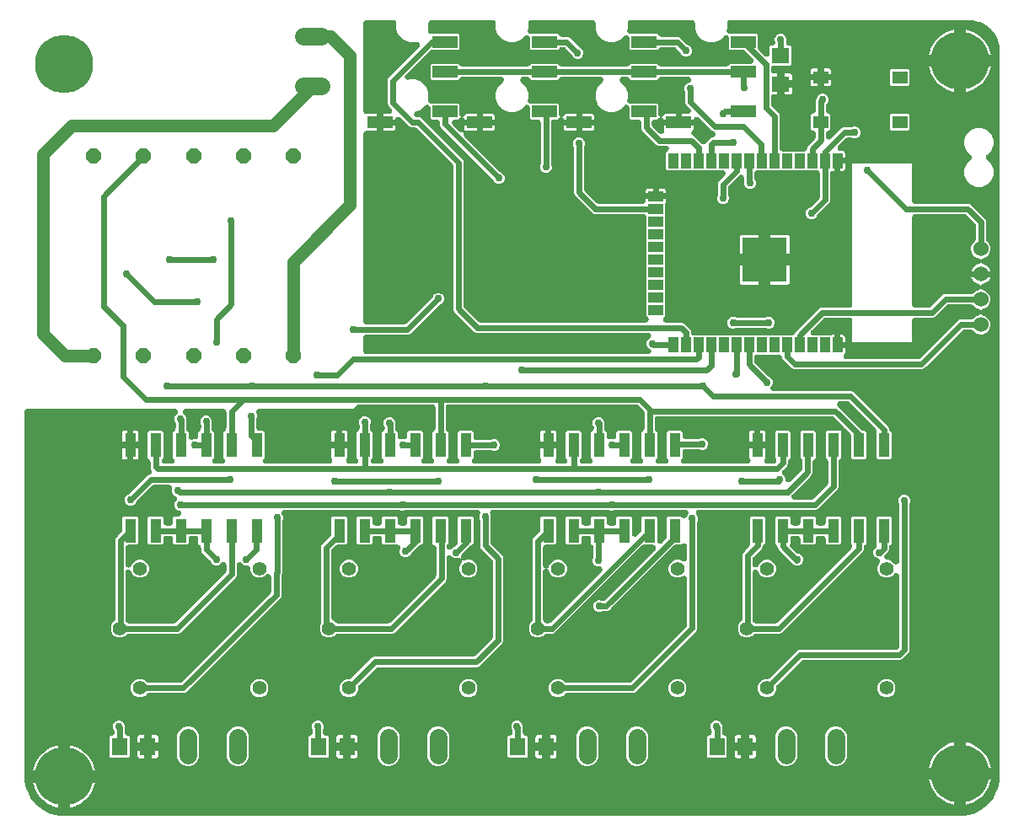
<source format=gbr>
G04 EAGLE Gerber RS-274X export*
G75*
%MOMM*%
%FSLAX34Y34*%
%LPD*%
%INTop Copper*%
%IPPOS*%
%AMOC8*
5,1,8,0,0,1.08239X$1,22.5*%
G01*
%ADD10P,1.632244X8X22.500000*%
%ADD11R,1.803000X1.600000*%
%ADD12R,1.550000X1.300000*%
%ADD13C,1.408000*%
%ADD14R,1.000000X1.500000*%
%ADD15R,1.500000X1.000000*%
%ADD16R,4.500000X4.500000*%
%ADD17C,1.524000*%
%ADD18C,5.842000*%
%ADD19R,2.500000X1.200000*%
%ADD20R,1.130000X2.440000*%
%ADD21R,1.600000X1.803000*%
%ADD22C,1.790700*%
%ADD23C,0.609600*%
%ADD24C,0.756400*%
%ADD25C,1.270000*%

G36*
X950105Y-9831D02*
X950105Y-9831D01*
X950171Y-9834D01*
X954290Y-9603D01*
X954779Y-9536D01*
X954790Y-9532D01*
X954797Y-9532D01*
X962830Y-7698D01*
X962831Y-7698D01*
X963300Y-7550D01*
X963405Y-7497D01*
X963474Y-7473D01*
X970897Y-3898D01*
X970898Y-3897D01*
X971322Y-3649D01*
X971413Y-3574D01*
X971474Y-3535D01*
X977916Y1602D01*
X977917Y1603D01*
X978275Y1939D01*
X978347Y2033D01*
X978398Y2084D01*
X983535Y8526D01*
X983536Y8526D01*
X983810Y8935D01*
X983860Y9042D01*
X983898Y9103D01*
X987473Y16526D01*
X987473Y16527D01*
X987473Y16528D01*
X987650Y16987D01*
X987674Y17102D01*
X987698Y17170D01*
X989532Y25203D01*
X989602Y25691D01*
X989602Y25702D01*
X989603Y25710D01*
X989834Y29829D01*
X989832Y29934D01*
X989839Y30000D01*
X989839Y760000D01*
X989831Y760105D01*
X989834Y760171D01*
X989666Y763171D01*
X989599Y763659D01*
X989595Y763670D01*
X989594Y763678D01*
X988259Y769527D01*
X988259Y769529D01*
X988111Y769997D01*
X988058Y770103D01*
X988034Y770171D01*
X985431Y775576D01*
X985431Y775577D01*
X985430Y775577D01*
X985182Y776002D01*
X985107Y776093D01*
X985068Y776154D01*
X981327Y780845D01*
X980989Y781204D01*
X980896Y781276D01*
X980845Y781327D01*
X976154Y785068D01*
X976153Y785069D01*
X975745Y785343D01*
X975638Y785392D01*
X975576Y785431D01*
X970171Y788034D01*
X970170Y788035D01*
X969711Y788211D01*
X969595Y788235D01*
X969527Y788259D01*
X968631Y788464D01*
X963678Y789594D01*
X963190Y789665D01*
X963178Y789665D01*
X963171Y789666D01*
X960171Y789834D01*
X960066Y789832D01*
X960000Y789839D01*
X719208Y789839D01*
X719132Y789833D01*
X719056Y789835D01*
X718887Y789813D01*
X718716Y789799D01*
X718642Y789781D01*
X718567Y789771D01*
X718403Y789722D01*
X718237Y789681D01*
X718168Y789651D01*
X718094Y789629D01*
X717941Y789553D01*
X717784Y789486D01*
X717720Y789445D01*
X717651Y789412D01*
X717512Y789313D01*
X717368Y789221D01*
X717311Y789170D01*
X717249Y789126D01*
X717128Y789006D01*
X717000Y788892D01*
X716952Y788833D01*
X716898Y788779D01*
X716797Y788641D01*
X716690Y788508D01*
X716653Y788442D01*
X716608Y788381D01*
X716531Y788228D01*
X716446Y788080D01*
X716420Y788008D01*
X716385Y787940D01*
X716334Y787777D01*
X716275Y787617D01*
X716260Y787542D01*
X716237Y787470D01*
X716225Y787365D01*
X716180Y787133D01*
X716173Y786897D01*
X716161Y786792D01*
X716161Y780785D01*
X715945Y780264D01*
X715889Y780092D01*
X715827Y779923D01*
X715814Y779858D01*
X715794Y779795D01*
X715767Y779616D01*
X715732Y779439D01*
X715730Y779373D01*
X715720Y779307D01*
X715722Y779126D01*
X715717Y778946D01*
X715725Y778880D01*
X715726Y778813D01*
X715757Y778636D01*
X715781Y778457D01*
X715800Y778393D01*
X715812Y778328D01*
X715871Y778158D01*
X715924Y777984D01*
X715953Y777925D01*
X715975Y777862D01*
X716061Y777703D01*
X716140Y777541D01*
X716179Y777487D01*
X716211Y777429D01*
X716322Y777286D01*
X716426Y777139D01*
X716473Y777092D01*
X716513Y777039D01*
X716646Y776916D01*
X716773Y776788D01*
X716826Y776749D01*
X716875Y776704D01*
X717026Y776604D01*
X717171Y776498D01*
X717231Y776468D01*
X717286Y776431D01*
X717451Y776357D01*
X717612Y776275D01*
X717675Y776255D01*
X717736Y776228D01*
X717910Y776181D01*
X718082Y776127D01*
X718135Y776121D01*
X718212Y776100D01*
X718703Y776051D01*
X718737Y776053D01*
X718760Y776051D01*
X745849Y776051D01*
X747051Y774849D01*
X747051Y761922D01*
X747060Y761808D01*
X747059Y761694D01*
X747080Y761563D01*
X747091Y761430D01*
X747118Y761320D01*
X747136Y761207D01*
X747177Y761081D01*
X747209Y760952D01*
X747254Y760847D01*
X747290Y760738D01*
X747352Y760620D01*
X747404Y760498D01*
X747465Y760402D01*
X747518Y760301D01*
X747577Y760227D01*
X747669Y760082D01*
X747885Y759840D01*
X747943Y759767D01*
X753732Y753978D01*
X753761Y753954D01*
X753787Y753925D01*
X753949Y753794D01*
X754108Y753659D01*
X754141Y753639D01*
X754171Y753615D01*
X754352Y753512D01*
X754531Y753404D01*
X754566Y753390D01*
X754599Y753371D01*
X754795Y753299D01*
X754989Y753221D01*
X755026Y753213D01*
X755062Y753200D01*
X755267Y753160D01*
X755471Y753114D01*
X755509Y753112D01*
X755546Y753105D01*
X755754Y753099D01*
X755963Y753087D01*
X756001Y753091D01*
X756039Y753090D01*
X756246Y753117D01*
X756454Y753139D01*
X756490Y753149D01*
X756528Y753154D01*
X756728Y753214D01*
X756929Y753270D01*
X756964Y753286D01*
X757001Y753297D01*
X757188Y753388D01*
X757378Y753475D01*
X757410Y753497D01*
X757444Y753513D01*
X757613Y753634D01*
X757787Y753751D01*
X757815Y753777D01*
X757846Y753799D01*
X757994Y753945D01*
X758147Y754089D01*
X758170Y754119D01*
X758197Y754146D01*
X758320Y754314D01*
X758447Y754480D01*
X758465Y754514D01*
X758487Y754544D01*
X758581Y754730D01*
X758680Y754915D01*
X758693Y754951D01*
X758710Y754985D01*
X758772Y755184D01*
X758840Y755381D01*
X758846Y755419D01*
X758858Y755455D01*
X758868Y755548D01*
X758923Y755868D01*
X758924Y756040D01*
X758934Y756133D01*
X758934Y763069D01*
X760136Y764271D01*
X761499Y764271D01*
X761679Y764285D01*
X761860Y764292D01*
X761925Y764305D01*
X761991Y764311D01*
X762166Y764354D01*
X762343Y764390D01*
X762405Y764413D01*
X762470Y764429D01*
X762636Y764501D01*
X762805Y764564D01*
X762862Y764598D01*
X762923Y764624D01*
X763075Y764721D01*
X763232Y764811D01*
X763283Y764853D01*
X763339Y764889D01*
X763474Y765009D01*
X763614Y765124D01*
X763658Y765173D01*
X763707Y765218D01*
X763821Y765358D01*
X763940Y765494D01*
X763975Y765550D01*
X764017Y765602D01*
X764106Y765758D01*
X764202Y765911D01*
X764228Y765973D01*
X764261Y766030D01*
X764324Y766200D01*
X764394Y766366D01*
X764410Y766430D01*
X764433Y766493D01*
X764467Y766670D01*
X764510Y766845D01*
X764515Y766912D01*
X764527Y766977D01*
X764533Y767157D01*
X764547Y767337D01*
X764541Y767404D01*
X764543Y767470D01*
X764519Y767649D01*
X764503Y767829D01*
X764489Y767880D01*
X764478Y767959D01*
X764336Y768431D01*
X764321Y768462D01*
X764315Y768484D01*
X764167Y768840D01*
X764167Y771160D01*
X765055Y773304D01*
X766696Y774945D01*
X768840Y775833D01*
X771160Y775833D01*
X773304Y774945D01*
X774945Y773304D01*
X775833Y771160D01*
X775833Y768840D01*
X775685Y768484D01*
X775630Y768313D01*
X775567Y768143D01*
X775554Y768078D01*
X775534Y768015D01*
X775507Y767836D01*
X775473Y767659D01*
X775471Y767593D01*
X775461Y767527D01*
X775463Y767346D01*
X775457Y767166D01*
X775466Y767100D01*
X775467Y767034D01*
X775498Y766856D01*
X775522Y766677D01*
X775541Y766613D01*
X775552Y766548D01*
X775612Y766377D01*
X775664Y766204D01*
X775693Y766145D01*
X775715Y766082D01*
X775802Y765923D01*
X775881Y765761D01*
X775919Y765707D01*
X775951Y765649D01*
X776062Y765506D01*
X776167Y765359D01*
X776213Y765312D01*
X776254Y765259D01*
X776387Y765136D01*
X776513Y765008D01*
X776567Y764969D01*
X776616Y764924D01*
X776766Y764824D01*
X776912Y764718D01*
X776971Y764688D01*
X777027Y764651D01*
X777191Y764577D01*
X777352Y764495D01*
X777416Y764475D01*
X777476Y764448D01*
X777650Y764401D01*
X777823Y764347D01*
X777875Y764341D01*
X777953Y764320D01*
X778444Y764271D01*
X778477Y764273D01*
X778501Y764271D01*
X779864Y764271D01*
X781066Y763069D01*
X781066Y745371D01*
X779864Y744169D01*
X763146Y744169D01*
X763070Y744163D01*
X762994Y744165D01*
X762825Y744143D01*
X762654Y744129D01*
X762580Y744111D01*
X762505Y744101D01*
X762341Y744052D01*
X762175Y744011D01*
X762106Y743981D01*
X762032Y743959D01*
X761879Y743883D01*
X761722Y743816D01*
X761658Y743775D01*
X761589Y743742D01*
X761450Y743643D01*
X761306Y743551D01*
X761249Y743500D01*
X761187Y743456D01*
X761066Y743336D01*
X760938Y743222D01*
X760890Y743163D01*
X760836Y743109D01*
X760735Y742971D01*
X760628Y742838D01*
X760591Y742772D01*
X760546Y742711D01*
X760469Y742558D01*
X760384Y742410D01*
X760358Y742338D01*
X760323Y742270D01*
X760272Y742107D01*
X760213Y741947D01*
X760198Y741872D01*
X760175Y741800D01*
X760163Y741695D01*
X760118Y741463D01*
X760111Y741227D01*
X760099Y741122D01*
X760099Y739368D01*
X760105Y739292D01*
X760103Y739216D01*
X760125Y739047D01*
X760139Y738876D01*
X760157Y738802D01*
X760167Y738727D01*
X760216Y738563D01*
X760257Y738397D01*
X760287Y738328D01*
X760309Y738254D01*
X760385Y738101D01*
X760452Y737944D01*
X760493Y737880D01*
X760526Y737811D01*
X760625Y737672D01*
X760717Y737528D01*
X760768Y737471D01*
X760812Y737409D01*
X760932Y737288D01*
X761046Y737160D01*
X761105Y737112D01*
X761159Y737058D01*
X761297Y736957D01*
X761430Y736850D01*
X761496Y736813D01*
X761557Y736768D01*
X761710Y736691D01*
X761858Y736606D01*
X761930Y736580D01*
X761998Y736545D01*
X762161Y736494D01*
X762321Y736435D01*
X762396Y736420D01*
X762468Y736397D01*
X762573Y736385D01*
X762805Y736340D01*
X763041Y736333D01*
X763146Y736321D01*
X766001Y736321D01*
X766001Y726732D01*
X766007Y726656D01*
X766005Y726580D01*
X766027Y726411D01*
X766041Y726240D01*
X766059Y726167D01*
X766069Y726091D01*
X766118Y725927D01*
X766158Y725769D01*
X766115Y725653D01*
X766100Y725578D01*
X766077Y725506D01*
X766065Y725401D01*
X766020Y725169D01*
X766013Y724933D01*
X766001Y724828D01*
X766001Y715239D01*
X763146Y715239D01*
X763070Y715233D01*
X762994Y715235D01*
X762825Y715213D01*
X762654Y715199D01*
X762580Y715181D01*
X762505Y715171D01*
X762341Y715122D01*
X762175Y715081D01*
X762106Y715051D01*
X762032Y715029D01*
X761879Y714953D01*
X761722Y714886D01*
X761658Y714845D01*
X761589Y714812D01*
X761450Y714713D01*
X761306Y714621D01*
X761249Y714570D01*
X761187Y714526D01*
X761066Y714406D01*
X760938Y714292D01*
X760890Y714233D01*
X760836Y714179D01*
X760735Y714041D01*
X760628Y713908D01*
X760591Y713842D01*
X760546Y713781D01*
X760469Y713628D01*
X760384Y713480D01*
X760358Y713408D01*
X760323Y713340D01*
X760272Y713177D01*
X760213Y713017D01*
X760198Y712942D01*
X760175Y712870D01*
X760163Y712765D01*
X760118Y712533D01*
X760111Y712297D01*
X760099Y712192D01*
X760099Y705374D01*
X760108Y705260D01*
X760107Y705146D01*
X760128Y705015D01*
X760139Y704882D01*
X760166Y704772D01*
X760184Y704659D01*
X760225Y704533D01*
X760257Y704404D01*
X760302Y704299D01*
X760338Y704190D01*
X760400Y704072D01*
X760452Y703950D01*
X760513Y703854D01*
X760566Y703753D01*
X760625Y703679D01*
X760717Y703534D01*
X760933Y703292D01*
X760991Y703219D01*
X767822Y696388D01*
X768599Y694514D01*
X768599Y661098D01*
X768605Y661022D01*
X768603Y660946D01*
X768625Y660777D01*
X768639Y660606D01*
X768657Y660532D01*
X768667Y660457D01*
X768716Y660293D01*
X768757Y660127D01*
X768787Y660058D01*
X768809Y659984D01*
X768885Y659831D01*
X768952Y659674D01*
X768993Y659610D01*
X769026Y659541D01*
X769125Y659402D01*
X769217Y659258D01*
X769268Y659201D01*
X769312Y659139D01*
X769432Y659018D01*
X769546Y658890D01*
X769605Y658842D01*
X769659Y658788D01*
X769797Y658687D01*
X769930Y658580D01*
X769996Y658543D01*
X770057Y658498D01*
X770210Y658421D01*
X770358Y658336D01*
X770430Y658310D01*
X770498Y658275D01*
X770661Y658224D01*
X770821Y658165D01*
X770896Y658150D01*
X770968Y658127D01*
X771073Y658115D01*
X771305Y658070D01*
X771541Y658063D01*
X771646Y658051D01*
X793454Y658051D01*
X793530Y658057D01*
X793606Y658055D01*
X793775Y658077D01*
X793946Y658091D01*
X794020Y658109D01*
X794095Y658119D01*
X794259Y658168D01*
X794425Y658209D01*
X794494Y658239D01*
X794568Y658261D01*
X794721Y658337D01*
X794878Y658404D01*
X794942Y658445D01*
X795011Y658478D01*
X795150Y658577D01*
X795294Y658669D01*
X795351Y658720D01*
X795413Y658764D01*
X795534Y658884D01*
X795662Y658998D01*
X795710Y659057D01*
X795764Y659111D01*
X795864Y659249D01*
X795972Y659382D01*
X796009Y659448D01*
X796054Y659509D01*
X796131Y659662D01*
X796216Y659810D01*
X796242Y659882D01*
X796277Y659950D01*
X796328Y660113D01*
X796387Y660273D01*
X796402Y660348D01*
X796425Y660420D01*
X796437Y660525D01*
X796482Y660757D01*
X796489Y660993D01*
X796501Y661098D01*
X796501Y661614D01*
X797278Y663488D01*
X804259Y670469D01*
X804333Y670556D01*
X804414Y670637D01*
X804492Y670744D01*
X804578Y670845D01*
X804637Y670943D01*
X804704Y671035D01*
X804764Y671154D01*
X804833Y671268D01*
X804875Y671374D01*
X804927Y671476D01*
X804967Y671603D01*
X805016Y671726D01*
X805041Y671837D01*
X805075Y671946D01*
X805085Y672040D01*
X805123Y672208D01*
X805141Y672532D01*
X805151Y672624D01*
X805151Y675902D01*
X805145Y675978D01*
X805147Y676054D01*
X805125Y676223D01*
X805111Y676394D01*
X805093Y676468D01*
X805083Y676543D01*
X805034Y676707D01*
X804993Y676873D01*
X804963Y676942D01*
X804941Y677016D01*
X804865Y677169D01*
X804798Y677326D01*
X804757Y677390D01*
X804724Y677459D01*
X804625Y677598D01*
X804533Y677742D01*
X804482Y677799D01*
X804438Y677861D01*
X804318Y677982D01*
X804204Y678110D01*
X804145Y678158D01*
X804091Y678212D01*
X803953Y678313D01*
X803820Y678420D01*
X803754Y678457D01*
X803693Y678502D01*
X803540Y678579D01*
X803392Y678664D01*
X803320Y678690D01*
X803252Y678725D01*
X803089Y678776D01*
X802929Y678835D01*
X802854Y678850D01*
X802782Y678873D01*
X802677Y678885D01*
X802445Y678930D01*
X802209Y678937D01*
X802104Y678949D01*
X801651Y678949D01*
X800449Y680151D01*
X800449Y694849D01*
X801651Y696051D01*
X802104Y696051D01*
X802180Y696057D01*
X802256Y696055D01*
X802425Y696077D01*
X802596Y696091D01*
X802670Y696109D01*
X802745Y696119D01*
X802909Y696168D01*
X803075Y696209D01*
X803144Y696239D01*
X803218Y696261D01*
X803371Y696337D01*
X803528Y696404D01*
X803592Y696445D01*
X803661Y696478D01*
X803800Y696577D01*
X803944Y696669D01*
X804001Y696720D01*
X804063Y696764D01*
X804184Y696884D01*
X804312Y696998D01*
X804360Y697057D01*
X804414Y697111D01*
X804515Y697249D01*
X804622Y697382D01*
X804659Y697448D01*
X804704Y697509D01*
X804781Y697662D01*
X804866Y697810D01*
X804892Y697882D01*
X804927Y697950D01*
X804978Y698113D01*
X805037Y698273D01*
X805052Y698348D01*
X805075Y698420D01*
X805087Y698525D01*
X805132Y698757D01*
X805139Y698993D01*
X805151Y699098D01*
X805151Y709264D01*
X805931Y711146D01*
X806058Y711298D01*
X806212Y711479D01*
X806217Y711488D01*
X806223Y711495D01*
X806243Y711530D01*
X806467Y711902D01*
X806515Y712023D01*
X806553Y712092D01*
X807055Y713304D01*
X808696Y714945D01*
X810840Y715833D01*
X813160Y715833D01*
X815304Y714945D01*
X816945Y713304D01*
X817833Y711160D01*
X817833Y708840D01*
X816945Y706696D01*
X816241Y705993D01*
X816167Y705906D01*
X816086Y705825D01*
X816008Y705718D01*
X815922Y705617D01*
X815863Y705519D01*
X815796Y705426D01*
X815736Y705308D01*
X815667Y705194D01*
X815625Y705088D01*
X815573Y704986D01*
X815533Y704859D01*
X815484Y704736D01*
X815459Y704625D01*
X815425Y704516D01*
X815415Y704422D01*
X815377Y704254D01*
X815359Y703930D01*
X815349Y703838D01*
X815349Y699098D01*
X815355Y699022D01*
X815353Y698946D01*
X815375Y698777D01*
X815389Y698606D01*
X815407Y698532D01*
X815417Y698457D01*
X815466Y698293D01*
X815507Y698127D01*
X815537Y698058D01*
X815559Y697984D01*
X815635Y697831D01*
X815702Y697674D01*
X815743Y697610D01*
X815776Y697541D01*
X815875Y697402D01*
X815967Y697258D01*
X816018Y697201D01*
X816062Y697139D01*
X816182Y697018D01*
X816296Y696890D01*
X816355Y696842D01*
X816409Y696788D01*
X816547Y696687D01*
X816680Y696580D01*
X816746Y696543D01*
X816807Y696498D01*
X816960Y696421D01*
X817108Y696336D01*
X817180Y696310D01*
X817248Y696275D01*
X817411Y696224D01*
X817571Y696165D01*
X817646Y696150D01*
X817718Y696127D01*
X817823Y696115D01*
X818055Y696070D01*
X818291Y696063D01*
X818396Y696051D01*
X818849Y696051D01*
X820051Y694849D01*
X820051Y680151D01*
X818849Y678949D01*
X818396Y678949D01*
X818320Y678943D01*
X818244Y678945D01*
X818075Y678923D01*
X817904Y678909D01*
X817830Y678891D01*
X817755Y678881D01*
X817591Y678832D01*
X817425Y678791D01*
X817356Y678761D01*
X817282Y678739D01*
X817129Y678663D01*
X816972Y678596D01*
X816908Y678555D01*
X816839Y678522D01*
X816700Y678423D01*
X816556Y678331D01*
X816499Y678280D01*
X816437Y678236D01*
X816316Y678116D01*
X816188Y678002D01*
X816140Y677943D01*
X816086Y677889D01*
X815985Y677751D01*
X815878Y677618D01*
X815841Y677552D01*
X815796Y677491D01*
X815719Y677338D01*
X815634Y677190D01*
X815608Y677118D01*
X815573Y677050D01*
X815522Y676887D01*
X815463Y676727D01*
X815448Y676652D01*
X815425Y676580D01*
X815413Y676475D01*
X815368Y676243D01*
X815361Y676007D01*
X815349Y675902D01*
X815349Y672916D01*
X815352Y672878D01*
X815350Y672840D01*
X815372Y672632D01*
X815389Y672424D01*
X815398Y672387D01*
X815402Y672349D01*
X815457Y672148D01*
X815507Y671946D01*
X815522Y671911D01*
X815533Y671874D01*
X815620Y671684D01*
X815702Y671492D01*
X815722Y671460D01*
X815738Y671425D01*
X815855Y671252D01*
X815967Y671076D01*
X815992Y671048D01*
X816014Y671016D01*
X816157Y670864D01*
X816296Y670708D01*
X816325Y670684D01*
X816351Y670657D01*
X816517Y670529D01*
X816680Y670398D01*
X816713Y670379D01*
X816743Y670356D01*
X816927Y670258D01*
X817108Y670154D01*
X817144Y670141D01*
X817178Y670123D01*
X817375Y670055D01*
X817571Y669983D01*
X817608Y669975D01*
X817644Y669963D01*
X817851Y669928D01*
X818055Y669888D01*
X818093Y669887D01*
X818131Y669880D01*
X818340Y669879D01*
X818548Y669873D01*
X818586Y669878D01*
X818624Y669877D01*
X818831Y669910D01*
X819037Y669937D01*
X819074Y669948D01*
X819111Y669954D01*
X819310Y670019D01*
X819509Y670080D01*
X819544Y670096D01*
X819580Y670108D01*
X819765Y670205D01*
X819953Y670296D01*
X819984Y670318D01*
X820018Y670336D01*
X820090Y670394D01*
X820355Y670582D01*
X820477Y670703D01*
X820551Y670761D01*
X829249Y679460D01*
X831112Y681322D01*
X832986Y682099D01*
X840462Y682099D01*
X840471Y682100D01*
X840481Y682099D01*
X840717Y682119D01*
X840953Y682139D01*
X840963Y682141D01*
X840972Y682142D01*
X841011Y682153D01*
X841432Y682257D01*
X841552Y682309D01*
X841628Y682331D01*
X842840Y682833D01*
X845160Y682833D01*
X847304Y681945D01*
X848945Y680304D01*
X849833Y678160D01*
X849833Y675840D01*
X848945Y673696D01*
X847304Y672055D01*
X845160Y671167D01*
X842840Y671167D01*
X841628Y671669D01*
X841619Y671672D01*
X841610Y671677D01*
X841383Y671748D01*
X841158Y671821D01*
X841149Y671822D01*
X841139Y671825D01*
X841099Y671829D01*
X840670Y671894D01*
X840540Y671892D01*
X840462Y671901D01*
X837374Y671901D01*
X837260Y671892D01*
X837146Y671893D01*
X837015Y671872D01*
X836882Y671861D01*
X836772Y671834D01*
X836659Y671816D01*
X836533Y671775D01*
X836404Y671743D01*
X836299Y671698D01*
X836190Y671662D01*
X836072Y671600D01*
X835950Y671548D01*
X835854Y671487D01*
X835753Y671434D01*
X835679Y671375D01*
X835534Y671283D01*
X835292Y671067D01*
X835219Y671009D01*
X827953Y663743D01*
X827929Y663714D01*
X827900Y663688D01*
X827769Y663526D01*
X827634Y663367D01*
X827614Y663334D01*
X827590Y663304D01*
X827487Y663123D01*
X827379Y662944D01*
X827365Y662909D01*
X827346Y662876D01*
X827274Y662680D01*
X827196Y662486D01*
X827188Y662449D01*
X827175Y662413D01*
X827135Y662208D01*
X827089Y662004D01*
X827087Y661966D01*
X827080Y661929D01*
X827074Y661721D01*
X827062Y661512D01*
X827066Y661474D01*
X827065Y661436D01*
X827092Y661229D01*
X827114Y661021D01*
X827124Y660985D01*
X827129Y660947D01*
X827189Y660747D01*
X827245Y660546D01*
X827261Y660511D01*
X827272Y660474D01*
X827363Y660287D01*
X827450Y660097D01*
X827472Y660065D01*
X827488Y660031D01*
X827609Y659862D01*
X827726Y659688D01*
X827752Y659660D01*
X827774Y659629D01*
X827920Y659481D01*
X828064Y659328D01*
X828094Y659305D01*
X828121Y659278D01*
X828289Y659155D01*
X828455Y659028D01*
X828489Y659010D01*
X828519Y658988D01*
X828706Y658894D01*
X828890Y658795D01*
X828926Y658782D01*
X828960Y658765D01*
X829159Y658703D01*
X829356Y658635D01*
X829394Y658629D01*
X829430Y658617D01*
X829523Y658607D01*
X829843Y658552D01*
X830015Y658551D01*
X830108Y658541D01*
X832335Y658541D01*
X832981Y658368D01*
X833560Y658033D01*
X834033Y657560D01*
X834368Y656981D01*
X834541Y656335D01*
X834541Y651547D01*
X827000Y651547D01*
X826924Y651541D01*
X826848Y651544D01*
X826679Y651521D01*
X826509Y651507D01*
X826435Y651489D01*
X826359Y651479D01*
X826195Y651430D01*
X826030Y651389D01*
X825960Y651359D01*
X825887Y651337D01*
X825733Y651262D01*
X825576Y651194D01*
X825512Y651153D01*
X825444Y651120D01*
X825304Y651021D01*
X825160Y650929D01*
X825104Y650878D01*
X825041Y650834D01*
X824920Y650714D01*
X824792Y650600D01*
X824744Y650541D01*
X824690Y650487D01*
X824589Y650349D01*
X824482Y650216D01*
X824444Y650150D01*
X824399Y650088D01*
X824323Y649936D01*
X824238Y649787D01*
X824211Y649716D01*
X824177Y649648D01*
X824126Y649485D01*
X824066Y649325D01*
X824052Y649250D01*
X824029Y649177D01*
X824017Y649073D01*
X823972Y648841D01*
X823964Y648605D01*
X823953Y648500D01*
X823953Y638459D01*
X822446Y638459D01*
X822370Y638453D01*
X822294Y638455D01*
X822125Y638433D01*
X821954Y638419D01*
X821880Y638401D01*
X821805Y638391D01*
X821641Y638342D01*
X821475Y638301D01*
X821406Y638271D01*
X821332Y638249D01*
X821179Y638173D01*
X821022Y638106D01*
X820958Y638065D01*
X820889Y638032D01*
X820750Y637933D01*
X820606Y637841D01*
X820549Y637790D01*
X820487Y637746D01*
X820366Y637626D01*
X820238Y637512D01*
X820190Y637453D01*
X820136Y637399D01*
X820035Y637261D01*
X819928Y637128D01*
X819891Y637062D01*
X819846Y637001D01*
X819769Y636848D01*
X819684Y636700D01*
X819658Y636628D01*
X819623Y636560D01*
X819572Y636397D01*
X819513Y636237D01*
X819498Y636162D01*
X819475Y636090D01*
X819463Y635985D01*
X819418Y635753D01*
X819411Y635517D01*
X819399Y635412D01*
X819399Y608066D01*
X818622Y606192D01*
X807107Y594677D01*
X807101Y594669D01*
X807094Y594663D01*
X806940Y594480D01*
X806788Y594301D01*
X806783Y594292D01*
X806777Y594285D01*
X806757Y594250D01*
X806533Y593878D01*
X806485Y593757D01*
X806447Y593688D01*
X805945Y592476D01*
X804304Y590835D01*
X802160Y589947D01*
X799840Y589947D01*
X797696Y590835D01*
X796055Y592476D01*
X795167Y594620D01*
X795167Y596940D01*
X796055Y599084D01*
X797696Y600725D01*
X798908Y601227D01*
X798917Y601231D01*
X798926Y601234D01*
X799135Y601343D01*
X799347Y601452D01*
X799355Y601458D01*
X799363Y601462D01*
X799395Y601487D01*
X799744Y601745D01*
X799835Y601838D01*
X799897Y601887D01*
X808309Y610299D01*
X808383Y610387D01*
X808464Y610467D01*
X808542Y610574D01*
X808628Y610675D01*
X808687Y610773D01*
X808754Y610865D01*
X808814Y610984D01*
X808883Y611098D01*
X808925Y611204D01*
X808977Y611306D01*
X809017Y611433D01*
X809066Y611556D01*
X809091Y611667D01*
X809125Y611776D01*
X809135Y611870D01*
X809173Y612038D01*
X809191Y612362D01*
X809201Y612454D01*
X809201Y635902D01*
X809195Y635978D01*
X809197Y636054D01*
X809175Y636223D01*
X809161Y636394D01*
X809143Y636468D01*
X809133Y636543D01*
X809084Y636707D01*
X809043Y636873D01*
X809013Y636942D01*
X808991Y637016D01*
X808915Y637169D01*
X808848Y637326D01*
X808807Y637390D01*
X808774Y637459D01*
X808675Y637598D01*
X808583Y637742D01*
X808532Y637799D01*
X808488Y637861D01*
X808368Y637982D01*
X808254Y638110D01*
X808195Y638158D01*
X808141Y638212D01*
X808003Y638313D01*
X807870Y638420D01*
X807804Y638457D01*
X807743Y638502D01*
X807590Y638579D01*
X807442Y638664D01*
X807370Y638690D01*
X807302Y638725D01*
X807139Y638776D01*
X806979Y638835D01*
X806904Y638850D01*
X806832Y638873D01*
X806727Y638885D01*
X806495Y638930D01*
X806259Y638937D01*
X806154Y638949D01*
X746246Y638949D01*
X746170Y638943D01*
X746094Y638945D01*
X745925Y638923D01*
X745754Y638909D01*
X745680Y638891D01*
X745605Y638881D01*
X745441Y638832D01*
X745275Y638791D01*
X745206Y638761D01*
X745132Y638739D01*
X744979Y638663D01*
X744822Y638596D01*
X744758Y638555D01*
X744689Y638522D01*
X744550Y638423D01*
X744406Y638331D01*
X744349Y638280D01*
X744287Y638236D01*
X744166Y638116D01*
X744038Y638002D01*
X743990Y637943D01*
X743936Y637889D01*
X743835Y637751D01*
X743728Y637618D01*
X743691Y637552D01*
X743646Y637491D01*
X743569Y637338D01*
X743484Y637190D01*
X743458Y637118D01*
X743423Y637050D01*
X743372Y636887D01*
X743313Y636727D01*
X743298Y636652D01*
X743275Y636580D01*
X743263Y636475D01*
X743218Y636243D01*
X743211Y636007D01*
X743199Y635902D01*
X743199Y631312D01*
X743208Y631199D01*
X743207Y631084D01*
X743228Y630953D01*
X743239Y630820D01*
X743266Y630710D01*
X743284Y630597D01*
X743325Y630471D01*
X743357Y630342D01*
X743402Y630237D01*
X743438Y630128D01*
X743500Y630010D01*
X743552Y629888D01*
X743613Y629792D01*
X743666Y629691D01*
X743725Y629617D01*
X743817Y629472D01*
X743925Y629351D01*
X744833Y627160D01*
X744833Y624840D01*
X743945Y622696D01*
X742304Y621055D01*
X740160Y620167D01*
X737840Y620167D01*
X735696Y621055D01*
X734055Y622696D01*
X733167Y624840D01*
X733167Y624879D01*
X733166Y624889D01*
X733167Y624898D01*
X733147Y625134D01*
X733127Y625371D01*
X733125Y625380D01*
X733124Y625390D01*
X733113Y625428D01*
X733009Y625849D01*
X733001Y625866D01*
X733001Y631434D01*
X732998Y631472D01*
X733000Y631510D01*
X732978Y631718D01*
X732961Y631926D01*
X732952Y631963D01*
X732948Y632001D01*
X732893Y632202D01*
X732843Y632404D01*
X732828Y632439D01*
X732817Y632476D01*
X732730Y632666D01*
X732648Y632858D01*
X732628Y632890D01*
X732612Y632925D01*
X732495Y633098D01*
X732383Y633274D01*
X732358Y633302D01*
X732336Y633334D01*
X732193Y633486D01*
X732054Y633642D01*
X732025Y633666D01*
X731999Y633693D01*
X731833Y633821D01*
X731670Y633952D01*
X731637Y633971D01*
X731607Y633994D01*
X731423Y634092D01*
X731242Y634196D01*
X731206Y634209D01*
X731172Y634227D01*
X730975Y634295D01*
X730779Y634367D01*
X730742Y634375D01*
X730706Y634387D01*
X730499Y634422D01*
X730295Y634462D01*
X730257Y634463D01*
X730219Y634470D01*
X730010Y634471D01*
X729802Y634477D01*
X729764Y634472D01*
X729726Y634473D01*
X729519Y634440D01*
X729313Y634413D01*
X729276Y634402D01*
X729239Y634396D01*
X729040Y634331D01*
X728841Y634270D01*
X728806Y634254D01*
X728770Y634242D01*
X728585Y634145D01*
X728397Y634054D01*
X728366Y634032D01*
X728332Y634014D01*
X728259Y633956D01*
X727995Y633768D01*
X727873Y633647D01*
X727799Y633589D01*
X717991Y623781D01*
X717917Y623693D01*
X717836Y623613D01*
X717758Y623506D01*
X717672Y623405D01*
X717613Y623307D01*
X717546Y623215D01*
X717486Y623096D01*
X717417Y622982D01*
X717375Y622876D01*
X717323Y622774D01*
X717283Y622647D01*
X717234Y622524D01*
X717209Y622413D01*
X717175Y622304D01*
X717165Y622210D01*
X717127Y622042D01*
X717109Y621718D01*
X717099Y621626D01*
X717099Y614538D01*
X717100Y614529D01*
X717099Y614519D01*
X717119Y614283D01*
X717139Y614047D01*
X717141Y614037D01*
X717142Y614028D01*
X717153Y613989D01*
X717257Y613568D01*
X717309Y613448D01*
X717331Y613372D01*
X717833Y612160D01*
X717833Y609840D01*
X716945Y607696D01*
X715304Y606055D01*
X713160Y605167D01*
X710840Y605167D01*
X708696Y606055D01*
X707055Y607696D01*
X706167Y609840D01*
X706167Y612160D01*
X706669Y613372D01*
X706672Y613381D01*
X706677Y613390D01*
X706748Y613617D01*
X706821Y613842D01*
X706822Y613851D01*
X706825Y613861D01*
X706829Y613901D01*
X706894Y614330D01*
X706892Y614460D01*
X706901Y614538D01*
X706901Y626014D01*
X707677Y627888D01*
X713537Y633747D01*
X713561Y633776D01*
X713590Y633802D01*
X713721Y633964D01*
X713856Y634123D01*
X713876Y634156D01*
X713900Y634186D01*
X714003Y634367D01*
X714111Y634546D01*
X714125Y634581D01*
X714144Y634614D01*
X714216Y634810D01*
X714294Y635004D01*
X714302Y635041D01*
X714315Y635077D01*
X714355Y635282D01*
X714401Y635486D01*
X714403Y635524D01*
X714410Y635561D01*
X714416Y635769D01*
X714428Y635978D01*
X714424Y636016D01*
X714425Y636054D01*
X714398Y636261D01*
X714376Y636469D01*
X714366Y636505D01*
X714361Y636543D01*
X714301Y636743D01*
X714245Y636944D01*
X714229Y636979D01*
X714218Y637016D01*
X714127Y637203D01*
X714040Y637393D01*
X714018Y637425D01*
X714002Y637459D01*
X713881Y637628D01*
X713764Y637802D01*
X713738Y637830D01*
X713716Y637861D01*
X713570Y638009D01*
X713426Y638162D01*
X713396Y638185D01*
X713369Y638212D01*
X713201Y638335D01*
X713035Y638462D01*
X713001Y638480D01*
X712971Y638502D01*
X712785Y638596D01*
X712600Y638695D01*
X712564Y638708D01*
X712530Y638725D01*
X712331Y638787D01*
X712134Y638855D01*
X712096Y638861D01*
X712060Y638873D01*
X711967Y638883D01*
X711647Y638938D01*
X711475Y638939D01*
X711382Y638949D01*
X656051Y638949D01*
X654849Y640151D01*
X654849Y656849D01*
X656699Y658699D01*
X656724Y658728D01*
X656752Y658754D01*
X656883Y658916D01*
X657019Y659075D01*
X657038Y659108D01*
X657062Y659138D01*
X657165Y659319D01*
X657273Y659498D01*
X657287Y659533D01*
X657306Y659566D01*
X657379Y659762D01*
X657456Y659956D01*
X657465Y659993D01*
X657478Y660029D01*
X657518Y660234D01*
X657563Y660438D01*
X657565Y660476D01*
X657572Y660513D01*
X657579Y660721D01*
X657591Y660930D01*
X657587Y660968D01*
X657588Y661006D01*
X657561Y661213D01*
X657538Y661421D01*
X657528Y661457D01*
X657523Y661495D01*
X657463Y661695D01*
X657408Y661896D01*
X657392Y661931D01*
X657381Y661968D01*
X657289Y662155D01*
X657202Y662345D01*
X657181Y662376D01*
X657164Y662411D01*
X657043Y662581D01*
X656927Y662754D01*
X656901Y662782D01*
X656879Y662813D01*
X656732Y662961D01*
X656589Y663114D01*
X656559Y663137D01*
X656532Y663164D01*
X656363Y663287D01*
X656197Y663414D01*
X656164Y663432D01*
X656133Y663454D01*
X655947Y663548D01*
X655763Y663647D01*
X655727Y663660D01*
X655693Y663677D01*
X655494Y663739D01*
X655296Y663807D01*
X655258Y663814D01*
X655222Y663825D01*
X655130Y663835D01*
X654810Y663890D01*
X654638Y663891D01*
X654544Y663901D01*
X646986Y663901D01*
X645112Y664678D01*
X630678Y679112D01*
X629901Y680986D01*
X629901Y686902D01*
X629895Y686978D01*
X629897Y687054D01*
X629875Y687223D01*
X629861Y687394D01*
X629843Y687468D01*
X629833Y687543D01*
X629784Y687707D01*
X629743Y687873D01*
X629713Y687942D01*
X629691Y688016D01*
X629615Y688169D01*
X629548Y688326D01*
X629507Y688390D01*
X629474Y688459D01*
X629375Y688598D01*
X629283Y688742D01*
X629232Y688799D01*
X629188Y688861D01*
X629068Y688982D01*
X628954Y689110D01*
X628895Y689158D01*
X628841Y689212D01*
X628703Y689313D01*
X628570Y689420D01*
X628504Y689457D01*
X628443Y689502D01*
X628290Y689579D01*
X628142Y689664D01*
X628070Y689690D01*
X628002Y689725D01*
X627839Y689776D01*
X627679Y689835D01*
X627604Y689850D01*
X627532Y689873D01*
X627427Y689885D01*
X627195Y689930D01*
X626959Y689937D01*
X626854Y689949D01*
X619151Y689949D01*
X617949Y691151D01*
X617949Y701738D01*
X617946Y701776D01*
X617948Y701814D01*
X617926Y702022D01*
X617909Y702230D01*
X617900Y702267D01*
X617896Y702305D01*
X617841Y702506D01*
X617791Y702708D01*
X617776Y702743D01*
X617765Y702780D01*
X617678Y702970D01*
X617596Y703162D01*
X617576Y703194D01*
X617560Y703229D01*
X617443Y703402D01*
X617331Y703578D01*
X617306Y703606D01*
X617284Y703638D01*
X617141Y703790D01*
X617002Y703946D01*
X616973Y703970D01*
X616947Y703997D01*
X616780Y704125D01*
X616618Y704256D01*
X616586Y704274D01*
X616555Y704298D01*
X616371Y704397D01*
X616190Y704500D01*
X616154Y704513D01*
X616120Y704531D01*
X615923Y704599D01*
X615727Y704671D01*
X615690Y704679D01*
X615654Y704691D01*
X615447Y704726D01*
X615243Y704766D01*
X615205Y704767D01*
X615167Y704774D01*
X614958Y704775D01*
X614750Y704781D01*
X614712Y704776D01*
X614674Y704777D01*
X614467Y704744D01*
X614261Y704717D01*
X614224Y704706D01*
X614187Y704700D01*
X613988Y704635D01*
X613789Y704574D01*
X613754Y704558D01*
X613718Y704546D01*
X613533Y704449D01*
X613345Y704358D01*
X613314Y704336D01*
X613280Y704318D01*
X613208Y704260D01*
X612943Y704072D01*
X612821Y703951D01*
X612747Y703893D01*
X609154Y700300D01*
X603215Y697839D01*
X596785Y697839D01*
X590846Y700300D01*
X586300Y704846D01*
X583839Y710785D01*
X583839Y717215D01*
X586300Y723154D01*
X590845Y727699D01*
X590869Y727728D01*
X590898Y727754D01*
X591029Y727916D01*
X591164Y728075D01*
X591184Y728108D01*
X591208Y728138D01*
X591311Y728319D01*
X591419Y728498D01*
X591433Y728533D01*
X591452Y728566D01*
X591524Y728762D01*
X591602Y728956D01*
X591610Y728993D01*
X591623Y729029D01*
X591663Y729234D01*
X591709Y729438D01*
X591711Y729476D01*
X591718Y729513D01*
X591724Y729721D01*
X591736Y729930D01*
X591732Y729968D01*
X591733Y730006D01*
X591706Y730213D01*
X591684Y730421D01*
X591674Y730457D01*
X591669Y730495D01*
X591609Y730695D01*
X591553Y730896D01*
X591537Y730931D01*
X591526Y730968D01*
X591435Y731155D01*
X591348Y731345D01*
X591326Y731377D01*
X591310Y731411D01*
X591189Y731580D01*
X591072Y731754D01*
X591046Y731782D01*
X591024Y731813D01*
X590878Y731961D01*
X590734Y732114D01*
X590704Y732137D01*
X590677Y732164D01*
X590509Y732287D01*
X590343Y732414D01*
X590309Y732432D01*
X590279Y732454D01*
X590093Y732548D01*
X589908Y732647D01*
X589872Y732660D01*
X589838Y732677D01*
X589639Y732739D01*
X589442Y732807D01*
X589404Y732813D01*
X589368Y732825D01*
X589275Y732835D01*
X588955Y732890D01*
X588783Y732891D01*
X588690Y732901D01*
X550064Y732901D01*
X549950Y732892D01*
X549836Y732893D01*
X549704Y732872D01*
X549572Y732861D01*
X549461Y732834D01*
X549348Y732816D01*
X549222Y732775D01*
X549093Y732743D01*
X548988Y732698D01*
X548880Y732662D01*
X548762Y732600D01*
X548640Y732548D01*
X548544Y732487D01*
X548442Y732434D01*
X548369Y732375D01*
X548224Y732283D01*
X547981Y732067D01*
X547909Y732009D01*
X545849Y729949D01*
X519151Y729949D01*
X517091Y732009D01*
X517004Y732083D01*
X516924Y732164D01*
X516816Y732242D01*
X516715Y732328D01*
X516617Y732387D01*
X516525Y732454D01*
X516407Y732514D01*
X516293Y732583D01*
X516186Y732625D01*
X516085Y732677D01*
X515958Y732717D01*
X515834Y732766D01*
X515723Y732791D01*
X515614Y732825D01*
X515521Y732835D01*
X515353Y732873D01*
X515029Y732891D01*
X514936Y732901D01*
X511310Y732901D01*
X511272Y732898D01*
X511234Y732900D01*
X511026Y732878D01*
X510818Y732861D01*
X510781Y732852D01*
X510743Y732848D01*
X510542Y732793D01*
X510340Y732743D01*
X510305Y732728D01*
X510268Y732717D01*
X510078Y732630D01*
X509886Y732548D01*
X509854Y732528D01*
X509819Y732512D01*
X509646Y732395D01*
X509470Y732283D01*
X509442Y732258D01*
X509410Y732236D01*
X509258Y732093D01*
X509102Y731954D01*
X509078Y731925D01*
X509051Y731899D01*
X508923Y731733D01*
X508792Y731570D01*
X508773Y731537D01*
X508750Y731507D01*
X508652Y731323D01*
X508548Y731142D01*
X508535Y731106D01*
X508517Y731072D01*
X508449Y730875D01*
X508377Y730679D01*
X508369Y730642D01*
X508357Y730606D01*
X508322Y730399D01*
X508282Y730195D01*
X508281Y730157D01*
X508274Y730119D01*
X508273Y729909D01*
X508267Y729702D01*
X508272Y729664D01*
X508271Y729626D01*
X508304Y729419D01*
X508331Y729213D01*
X508342Y729176D01*
X508348Y729139D01*
X508413Y728940D01*
X508474Y728741D01*
X508490Y728706D01*
X508502Y728670D01*
X508599Y728485D01*
X508690Y728297D01*
X508712Y728266D01*
X508730Y728232D01*
X508788Y728160D01*
X508976Y727895D01*
X509097Y727773D01*
X509155Y727699D01*
X513700Y723154D01*
X516161Y717215D01*
X516161Y710785D01*
X515945Y710264D01*
X515889Y710092D01*
X515827Y709923D01*
X515814Y709858D01*
X515794Y709795D01*
X515767Y709616D01*
X515732Y709439D01*
X515730Y709373D01*
X515720Y709307D01*
X515722Y709126D01*
X515717Y708946D01*
X515725Y708880D01*
X515726Y708813D01*
X515757Y708636D01*
X515781Y708457D01*
X515800Y708393D01*
X515812Y708328D01*
X515871Y708158D01*
X515924Y707984D01*
X515953Y707925D01*
X515975Y707862D01*
X516061Y707703D01*
X516140Y707541D01*
X516179Y707487D01*
X516211Y707429D01*
X516322Y707286D01*
X516426Y707139D01*
X516473Y707092D01*
X516513Y707039D01*
X516646Y706916D01*
X516773Y706788D01*
X516826Y706749D01*
X516875Y706704D01*
X517026Y706604D01*
X517171Y706498D01*
X517231Y706468D01*
X517286Y706431D01*
X517451Y706357D01*
X517612Y706275D01*
X517675Y706255D01*
X517736Y706228D01*
X517910Y706181D01*
X518082Y706127D01*
X518135Y706121D01*
X518212Y706100D01*
X518703Y706051D01*
X518737Y706053D01*
X518760Y706051D01*
X545849Y706051D01*
X547051Y704849D01*
X547051Y695685D01*
X547066Y695496D01*
X547074Y695306D01*
X547086Y695251D01*
X547091Y695194D01*
X547136Y695009D01*
X547175Y694823D01*
X547196Y694770D01*
X547209Y694715D01*
X547284Y694540D01*
X547353Y694363D01*
X547381Y694314D01*
X547404Y694261D01*
X547506Y694101D01*
X547602Y693937D01*
X547638Y693893D01*
X547669Y693845D01*
X547796Y693704D01*
X547917Y693557D01*
X547960Y693520D01*
X547998Y693478D01*
X548146Y693358D01*
X548289Y693233D01*
X548337Y693203D01*
X548382Y693168D01*
X548546Y693074D01*
X548708Y692974D01*
X548761Y692952D01*
X548810Y692924D01*
X548988Y692858D01*
X549164Y692785D01*
X549219Y692772D01*
X549273Y692752D01*
X549459Y692716D01*
X549644Y692672D01*
X549701Y692668D01*
X549757Y692657D01*
X549946Y692651D01*
X550136Y692638D01*
X550193Y692644D01*
X550250Y692642D01*
X550438Y692667D01*
X550628Y692685D01*
X550683Y692699D01*
X550739Y692706D01*
X550921Y692761D01*
X551105Y692809D01*
X551157Y692832D01*
X551211Y692849D01*
X551382Y692932D01*
X551556Y693009D01*
X551603Y693041D01*
X551655Y693066D01*
X551809Y693176D01*
X551968Y693280D01*
X552010Y693318D01*
X552057Y693351D01*
X552192Y693485D01*
X552332Y693613D01*
X552359Y693650D01*
X552408Y693698D01*
X552698Y694097D01*
X552719Y694137D01*
X552737Y694162D01*
X552967Y694560D01*
X553440Y695033D01*
X554019Y695368D01*
X554665Y695541D01*
X564453Y695541D01*
X564453Y690047D01*
X552332Y690047D01*
X552301Y690173D01*
X552286Y690208D01*
X552275Y690245D01*
X552188Y690435D01*
X552106Y690626D01*
X552086Y690659D01*
X552070Y690693D01*
X551953Y690866D01*
X551841Y691042D01*
X551816Y691071D01*
X551794Y691102D01*
X551651Y691255D01*
X551512Y691410D01*
X551483Y691434D01*
X551457Y691462D01*
X551291Y691589D01*
X551128Y691720D01*
X551095Y691739D01*
X551065Y691762D01*
X550881Y691861D01*
X550700Y691964D01*
X550664Y691977D01*
X550630Y691995D01*
X550433Y692063D01*
X550237Y692136D01*
X550200Y692143D01*
X550164Y692155D01*
X549957Y692191D01*
X549753Y692230D01*
X549715Y692232D01*
X549677Y692238D01*
X549468Y692239D01*
X549260Y692246D01*
X549222Y692241D01*
X549184Y692241D01*
X548977Y692209D01*
X548771Y692181D01*
X548734Y692170D01*
X548697Y692164D01*
X548498Y692099D01*
X548299Y692039D01*
X548264Y692022D01*
X548228Y692010D01*
X548043Y691914D01*
X547855Y691822D01*
X547824Y691800D01*
X547790Y691782D01*
X547718Y691724D01*
X547453Y691537D01*
X547331Y691416D01*
X547257Y691357D01*
X545849Y689949D01*
X542146Y689949D01*
X542070Y689943D01*
X541994Y689945D01*
X541825Y689923D01*
X541654Y689909D01*
X541580Y689891D01*
X541505Y689881D01*
X541341Y689832D01*
X541175Y689791D01*
X541106Y689761D01*
X541032Y689739D01*
X540879Y689663D01*
X540722Y689596D01*
X540658Y689555D01*
X540589Y689522D01*
X540450Y689423D01*
X540306Y689331D01*
X540249Y689280D01*
X540187Y689236D01*
X540066Y689116D01*
X539938Y689002D01*
X539890Y688943D01*
X539836Y688889D01*
X539735Y688751D01*
X539628Y688618D01*
X539591Y688552D01*
X539546Y688491D01*
X539469Y688338D01*
X539384Y688190D01*
X539358Y688118D01*
X539323Y688050D01*
X539272Y687887D01*
X539213Y687727D01*
X539198Y687652D01*
X539175Y687580D01*
X539163Y687475D01*
X539118Y687243D01*
X539111Y687007D01*
X539099Y686902D01*
X539099Y645538D01*
X539100Y645529D01*
X539099Y645519D01*
X539120Y645280D01*
X539139Y645047D01*
X539141Y645037D01*
X539142Y645028D01*
X539153Y644989D01*
X539257Y644568D01*
X539309Y644448D01*
X539331Y644372D01*
X539833Y643160D01*
X539833Y640840D01*
X538945Y638696D01*
X537304Y637055D01*
X535160Y636167D01*
X532840Y636167D01*
X530696Y637055D01*
X529055Y638696D01*
X528167Y640840D01*
X528167Y643160D01*
X528669Y644372D01*
X528672Y644381D01*
X528677Y644390D01*
X528748Y644617D01*
X528821Y644842D01*
X528822Y644851D01*
X528825Y644861D01*
X528829Y644901D01*
X528894Y645330D01*
X528892Y645460D01*
X528901Y645538D01*
X528901Y686902D01*
X528895Y686978D01*
X528897Y687054D01*
X528875Y687223D01*
X528861Y687394D01*
X528843Y687468D01*
X528833Y687543D01*
X528784Y687707D01*
X528743Y687873D01*
X528713Y687942D01*
X528691Y688016D01*
X528615Y688169D01*
X528548Y688326D01*
X528507Y688390D01*
X528474Y688459D01*
X528375Y688598D01*
X528283Y688742D01*
X528232Y688799D01*
X528188Y688861D01*
X528068Y688982D01*
X527954Y689110D01*
X527895Y689158D01*
X527841Y689212D01*
X527703Y689313D01*
X527570Y689420D01*
X527504Y689457D01*
X527443Y689502D01*
X527290Y689579D01*
X527142Y689664D01*
X527070Y689690D01*
X527002Y689725D01*
X526839Y689776D01*
X526679Y689835D01*
X526604Y689850D01*
X526532Y689873D01*
X526427Y689885D01*
X526195Y689930D01*
X525959Y689937D01*
X525854Y689949D01*
X519151Y689949D01*
X517949Y691151D01*
X517949Y701738D01*
X517946Y701776D01*
X517948Y701814D01*
X517926Y702022D01*
X517909Y702230D01*
X517900Y702267D01*
X517896Y702305D01*
X517841Y702506D01*
X517791Y702708D01*
X517776Y702743D01*
X517765Y702780D01*
X517678Y702970D01*
X517596Y703162D01*
X517576Y703194D01*
X517560Y703229D01*
X517443Y703402D01*
X517331Y703578D01*
X517306Y703606D01*
X517284Y703638D01*
X517141Y703790D01*
X517002Y703946D01*
X516973Y703970D01*
X516947Y703997D01*
X516780Y704125D01*
X516618Y704256D01*
X516586Y704274D01*
X516555Y704298D01*
X516371Y704397D01*
X516190Y704500D01*
X516154Y704513D01*
X516120Y704531D01*
X515923Y704599D01*
X515727Y704671D01*
X515690Y704679D01*
X515654Y704691D01*
X515447Y704726D01*
X515243Y704766D01*
X515205Y704767D01*
X515167Y704774D01*
X514958Y704775D01*
X514750Y704781D01*
X514712Y704776D01*
X514674Y704777D01*
X514467Y704744D01*
X514261Y704717D01*
X514224Y704706D01*
X514187Y704700D01*
X513988Y704635D01*
X513789Y704574D01*
X513754Y704558D01*
X513718Y704546D01*
X513533Y704449D01*
X513345Y704358D01*
X513314Y704336D01*
X513280Y704318D01*
X513208Y704260D01*
X512943Y704072D01*
X512821Y703951D01*
X512747Y703893D01*
X509154Y700300D01*
X503215Y697839D01*
X496785Y697839D01*
X490846Y700300D01*
X486300Y704846D01*
X483839Y710785D01*
X483839Y717215D01*
X486300Y723154D01*
X490845Y727699D01*
X490869Y727728D01*
X490898Y727754D01*
X491029Y727916D01*
X491164Y728075D01*
X491184Y728108D01*
X491208Y728138D01*
X491311Y728319D01*
X491419Y728498D01*
X491433Y728533D01*
X491452Y728566D01*
X491524Y728762D01*
X491602Y728956D01*
X491610Y728993D01*
X491623Y729029D01*
X491663Y729234D01*
X491709Y729438D01*
X491711Y729476D01*
X491718Y729513D01*
X491724Y729721D01*
X491736Y729930D01*
X491732Y729968D01*
X491733Y730006D01*
X491706Y730213D01*
X491684Y730421D01*
X491674Y730457D01*
X491669Y730495D01*
X491609Y730695D01*
X491553Y730896D01*
X491537Y730931D01*
X491526Y730968D01*
X491435Y731155D01*
X491348Y731345D01*
X491326Y731377D01*
X491310Y731411D01*
X491189Y731580D01*
X491072Y731754D01*
X491046Y731782D01*
X491024Y731813D01*
X490878Y731961D01*
X490734Y732114D01*
X490704Y732137D01*
X490677Y732164D01*
X490509Y732287D01*
X490343Y732414D01*
X490309Y732432D01*
X490279Y732454D01*
X490093Y732548D01*
X489908Y732647D01*
X489872Y732660D01*
X489838Y732677D01*
X489639Y732739D01*
X489442Y732807D01*
X489404Y732813D01*
X489368Y732825D01*
X489275Y732835D01*
X488955Y732890D01*
X488783Y732891D01*
X488690Y732901D01*
X450064Y732901D01*
X449950Y732892D01*
X449836Y732893D01*
X449704Y732872D01*
X449572Y732861D01*
X449461Y732834D01*
X449348Y732816D01*
X449222Y732775D01*
X449093Y732743D01*
X448988Y732698D01*
X448880Y732662D01*
X448762Y732600D01*
X448640Y732548D01*
X448543Y732487D01*
X448442Y732434D01*
X448369Y732375D01*
X448224Y732283D01*
X447982Y732067D01*
X447909Y732009D01*
X445849Y729949D01*
X419151Y729949D01*
X417949Y731151D01*
X417949Y744849D01*
X419151Y746051D01*
X445849Y746051D01*
X447909Y743991D01*
X447996Y743917D01*
X448076Y743836D01*
X448183Y743758D01*
X448285Y743672D01*
X448383Y743613D01*
X448475Y743546D01*
X448594Y743486D01*
X448707Y743417D01*
X448813Y743375D01*
X448915Y743323D01*
X449042Y743283D01*
X449165Y743234D01*
X449277Y743209D01*
X449386Y743175D01*
X449479Y743165D01*
X449647Y743127D01*
X449971Y743109D01*
X450064Y743099D01*
X514936Y743099D01*
X515050Y743108D01*
X515164Y743107D01*
X515296Y743128D01*
X515428Y743139D01*
X515539Y743166D01*
X515652Y743184D01*
X515778Y743225D01*
X515907Y743257D01*
X516012Y743302D01*
X516120Y743338D01*
X516238Y743400D01*
X516360Y743452D01*
X516456Y743513D01*
X516558Y743566D01*
X516631Y743625D01*
X516776Y743717D01*
X517019Y743933D01*
X517091Y743991D01*
X519151Y746051D01*
X545849Y746051D01*
X547909Y743991D01*
X547996Y743917D01*
X548076Y743836D01*
X548184Y743758D01*
X548285Y743672D01*
X548383Y743613D01*
X548475Y743546D01*
X548593Y743486D01*
X548707Y743417D01*
X548814Y743375D01*
X548915Y743323D01*
X549042Y743283D01*
X549166Y743234D01*
X549277Y743209D01*
X549386Y743175D01*
X549479Y743165D01*
X549647Y743127D01*
X549971Y743109D01*
X550064Y743099D01*
X614936Y743099D01*
X615050Y743108D01*
X615164Y743107D01*
X615296Y743128D01*
X615428Y743139D01*
X615539Y743166D01*
X615652Y743184D01*
X615778Y743225D01*
X615907Y743257D01*
X616012Y743302D01*
X616120Y743338D01*
X616238Y743400D01*
X616360Y743452D01*
X616457Y743513D01*
X616558Y743566D01*
X616631Y743625D01*
X616776Y743717D01*
X617018Y743933D01*
X617091Y743991D01*
X619151Y746051D01*
X645849Y746051D01*
X647909Y743991D01*
X647996Y743917D01*
X648076Y743836D01*
X648184Y743758D01*
X648285Y743672D01*
X648383Y743613D01*
X648475Y743546D01*
X648593Y743486D01*
X648707Y743417D01*
X648814Y743375D01*
X648915Y743323D01*
X649042Y743283D01*
X649166Y743234D01*
X649277Y743209D01*
X649386Y743175D01*
X649479Y743165D01*
X649647Y743127D01*
X649971Y743109D01*
X650064Y743099D01*
X714936Y743099D01*
X715050Y743108D01*
X715164Y743107D01*
X715296Y743128D01*
X715428Y743139D01*
X715539Y743166D01*
X715652Y743184D01*
X715778Y743225D01*
X715907Y743257D01*
X716012Y743302D01*
X716120Y743338D01*
X716238Y743400D01*
X716360Y743452D01*
X716457Y743513D01*
X716558Y743566D01*
X716631Y743625D01*
X716776Y743717D01*
X717018Y743933D01*
X717091Y743991D01*
X719151Y746051D01*
X739882Y746051D01*
X739920Y746054D01*
X739958Y746052D01*
X740166Y746074D01*
X740374Y746091D01*
X740411Y746100D01*
X740449Y746104D01*
X740650Y746159D01*
X740852Y746209D01*
X740887Y746224D01*
X740924Y746235D01*
X741114Y746322D01*
X741306Y746404D01*
X741338Y746424D01*
X741373Y746440D01*
X741546Y746557D01*
X741722Y746669D01*
X741750Y746694D01*
X741782Y746716D01*
X741934Y746859D01*
X742090Y746998D01*
X742114Y747027D01*
X742141Y747053D01*
X742269Y747219D01*
X742400Y747382D01*
X742419Y747415D01*
X742442Y747445D01*
X742540Y747629D01*
X742644Y747810D01*
X742657Y747846D01*
X742675Y747880D01*
X742743Y748077D01*
X742815Y748273D01*
X742823Y748310D01*
X742835Y748346D01*
X742870Y748553D01*
X742910Y748757D01*
X742911Y748795D01*
X742918Y748833D01*
X742919Y749042D01*
X742925Y749250D01*
X742920Y749288D01*
X742921Y749326D01*
X742888Y749533D01*
X742861Y749739D01*
X742850Y749776D01*
X742844Y749813D01*
X742779Y750012D01*
X742718Y750211D01*
X742702Y750246D01*
X742690Y750282D01*
X742593Y750467D01*
X742502Y750655D01*
X742480Y750686D01*
X742462Y750720D01*
X742404Y750792D01*
X742216Y751057D01*
X742095Y751179D01*
X742037Y751253D01*
X734233Y759057D01*
X734145Y759131D01*
X734065Y759212D01*
X733958Y759290D01*
X733857Y759376D01*
X733759Y759435D01*
X733667Y759502D01*
X733548Y759562D01*
X733434Y759631D01*
X733328Y759673D01*
X733226Y759725D01*
X733099Y759765D01*
X732976Y759814D01*
X732865Y759839D01*
X732756Y759873D01*
X732662Y759883D01*
X732494Y759921D01*
X732170Y759939D01*
X732078Y759949D01*
X719151Y759949D01*
X717949Y761151D01*
X717949Y771738D01*
X717946Y771776D01*
X717948Y771814D01*
X717926Y772022D01*
X717909Y772230D01*
X717900Y772267D01*
X717896Y772305D01*
X717841Y772506D01*
X717791Y772708D01*
X717776Y772743D01*
X717765Y772780D01*
X717678Y772970D01*
X717596Y773162D01*
X717576Y773194D01*
X717560Y773229D01*
X717443Y773402D01*
X717331Y773578D01*
X717306Y773606D01*
X717284Y773638D01*
X717141Y773790D01*
X717002Y773946D01*
X716973Y773970D01*
X716947Y773997D01*
X716780Y774125D01*
X716618Y774256D01*
X716586Y774274D01*
X716555Y774298D01*
X716371Y774397D01*
X716190Y774500D01*
X716154Y774513D01*
X716120Y774531D01*
X715923Y774599D01*
X715727Y774671D01*
X715690Y774679D01*
X715654Y774691D01*
X715447Y774726D01*
X715243Y774766D01*
X715205Y774767D01*
X715167Y774774D01*
X714958Y774775D01*
X714750Y774781D01*
X714712Y774776D01*
X714674Y774777D01*
X714467Y774744D01*
X714261Y774717D01*
X714224Y774706D01*
X714187Y774700D01*
X713988Y774635D01*
X713789Y774574D01*
X713754Y774558D01*
X713718Y774546D01*
X713533Y774449D01*
X713345Y774358D01*
X713314Y774336D01*
X713280Y774318D01*
X713208Y774260D01*
X712943Y774072D01*
X712821Y773951D01*
X712747Y773893D01*
X709154Y770300D01*
X703215Y767839D01*
X696785Y767839D01*
X690846Y770300D01*
X686300Y774846D01*
X683839Y780785D01*
X683839Y786792D01*
X683833Y786868D01*
X683835Y786944D01*
X683813Y787113D01*
X683799Y787284D01*
X683781Y787358D01*
X683771Y787433D01*
X683722Y787597D01*
X683681Y787763D01*
X683651Y787832D01*
X683629Y787906D01*
X683553Y788059D01*
X683486Y788216D01*
X683445Y788280D01*
X683412Y788349D01*
X683313Y788488D01*
X683221Y788632D01*
X683170Y788689D01*
X683126Y788751D01*
X683006Y788872D01*
X682892Y789000D01*
X682833Y789048D01*
X682779Y789102D01*
X682641Y789203D01*
X682508Y789310D01*
X682442Y789347D01*
X682381Y789392D01*
X682228Y789469D01*
X682080Y789554D01*
X682008Y789580D01*
X681940Y789615D01*
X681777Y789666D01*
X681617Y789725D01*
X681542Y789740D01*
X681470Y789763D01*
X681365Y789775D01*
X681133Y789820D01*
X680897Y789827D01*
X680792Y789839D01*
X619208Y789839D01*
X619132Y789833D01*
X619056Y789835D01*
X618887Y789813D01*
X618716Y789799D01*
X618642Y789781D01*
X618567Y789771D01*
X618403Y789722D01*
X618237Y789681D01*
X618168Y789651D01*
X618094Y789629D01*
X617941Y789553D01*
X617784Y789486D01*
X617720Y789445D01*
X617651Y789412D01*
X617512Y789313D01*
X617368Y789221D01*
X617311Y789170D01*
X617249Y789126D01*
X617128Y789006D01*
X617000Y788892D01*
X616952Y788833D01*
X616898Y788779D01*
X616797Y788641D01*
X616690Y788508D01*
X616653Y788442D01*
X616608Y788381D01*
X616531Y788228D01*
X616446Y788080D01*
X616420Y788008D01*
X616385Y787940D01*
X616334Y787777D01*
X616275Y787617D01*
X616260Y787542D01*
X616237Y787470D01*
X616225Y787365D01*
X616180Y787133D01*
X616173Y786897D01*
X616161Y786792D01*
X616161Y780785D01*
X615945Y780264D01*
X615889Y780092D01*
X615827Y779923D01*
X615814Y779858D01*
X615794Y779795D01*
X615767Y779616D01*
X615732Y779439D01*
X615730Y779373D01*
X615720Y779307D01*
X615722Y779126D01*
X615717Y778946D01*
X615725Y778880D01*
X615726Y778813D01*
X615757Y778636D01*
X615781Y778457D01*
X615800Y778393D01*
X615812Y778328D01*
X615871Y778158D01*
X615924Y777984D01*
X615953Y777925D01*
X615975Y777862D01*
X616061Y777703D01*
X616140Y777541D01*
X616179Y777487D01*
X616211Y777429D01*
X616322Y777286D01*
X616426Y777139D01*
X616473Y777092D01*
X616513Y777039D01*
X616646Y776916D01*
X616773Y776788D01*
X616826Y776749D01*
X616875Y776704D01*
X617026Y776604D01*
X617171Y776498D01*
X617231Y776468D01*
X617286Y776431D01*
X617451Y776357D01*
X617612Y776275D01*
X617675Y776255D01*
X617736Y776228D01*
X617910Y776181D01*
X618082Y776127D01*
X618135Y776121D01*
X618212Y776100D01*
X618703Y776051D01*
X618737Y776053D01*
X618760Y776051D01*
X645849Y776051D01*
X647909Y773991D01*
X647996Y773917D01*
X648076Y773836D01*
X648184Y773758D01*
X648285Y773672D01*
X648383Y773613D01*
X648475Y773546D01*
X648593Y773486D01*
X648707Y773417D01*
X648814Y773375D01*
X648915Y773323D01*
X649042Y773283D01*
X649166Y773234D01*
X649277Y773209D01*
X649386Y773175D01*
X649479Y773165D01*
X649647Y773127D01*
X649971Y773109D01*
X650064Y773099D01*
X667014Y773099D01*
X668888Y772322D01*
X670751Y770460D01*
X676103Y765107D01*
X676111Y765101D01*
X676117Y765094D01*
X676299Y764941D01*
X676479Y764788D01*
X676488Y764783D01*
X676495Y764777D01*
X676530Y764757D01*
X676902Y764533D01*
X677023Y764485D01*
X677092Y764447D01*
X678304Y763945D01*
X679945Y762304D01*
X680833Y760160D01*
X680833Y757840D01*
X679945Y755696D01*
X678304Y754055D01*
X676160Y753167D01*
X673840Y753167D01*
X671696Y754055D01*
X670055Y755696D01*
X669553Y756908D01*
X669549Y756917D01*
X669546Y756926D01*
X669437Y757135D01*
X669328Y757347D01*
X669322Y757355D01*
X669318Y757363D01*
X669293Y757395D01*
X669035Y757744D01*
X668942Y757835D01*
X668893Y757897D01*
X664781Y762009D01*
X664693Y762083D01*
X664613Y762164D01*
X664506Y762242D01*
X664405Y762328D01*
X664307Y762387D01*
X664215Y762454D01*
X664096Y762514D01*
X663982Y762583D01*
X663876Y762625D01*
X663774Y762677D01*
X663647Y762717D01*
X663524Y762766D01*
X663413Y762791D01*
X663304Y762825D01*
X663210Y762835D01*
X663042Y762873D01*
X662718Y762891D01*
X662626Y762901D01*
X650064Y762901D01*
X649950Y762892D01*
X649836Y762893D01*
X649704Y762872D01*
X649572Y762861D01*
X649461Y762834D01*
X649348Y762816D01*
X649222Y762775D01*
X649093Y762743D01*
X648988Y762698D01*
X648880Y762662D01*
X648762Y762600D01*
X648640Y762548D01*
X648544Y762487D01*
X648442Y762434D01*
X648369Y762375D01*
X648224Y762283D01*
X647981Y762067D01*
X647909Y762009D01*
X645849Y759949D01*
X619151Y759949D01*
X617949Y761151D01*
X617949Y771738D01*
X617946Y771776D01*
X617948Y771814D01*
X617926Y772022D01*
X617909Y772230D01*
X617900Y772267D01*
X617896Y772305D01*
X617841Y772506D01*
X617791Y772708D01*
X617776Y772743D01*
X617765Y772780D01*
X617678Y772970D01*
X617596Y773162D01*
X617576Y773194D01*
X617560Y773229D01*
X617443Y773402D01*
X617331Y773578D01*
X617306Y773606D01*
X617284Y773638D01*
X617141Y773790D01*
X617002Y773946D01*
X616973Y773970D01*
X616947Y773997D01*
X616780Y774125D01*
X616618Y774256D01*
X616586Y774274D01*
X616555Y774298D01*
X616371Y774397D01*
X616190Y774500D01*
X616154Y774513D01*
X616120Y774531D01*
X615923Y774599D01*
X615727Y774671D01*
X615690Y774679D01*
X615654Y774691D01*
X615447Y774726D01*
X615243Y774766D01*
X615205Y774767D01*
X615167Y774774D01*
X614958Y774775D01*
X614750Y774781D01*
X614712Y774776D01*
X614674Y774777D01*
X614467Y774744D01*
X614261Y774717D01*
X614224Y774706D01*
X614187Y774700D01*
X613988Y774635D01*
X613789Y774574D01*
X613754Y774558D01*
X613718Y774546D01*
X613533Y774449D01*
X613345Y774358D01*
X613314Y774336D01*
X613280Y774318D01*
X613208Y774260D01*
X612943Y774072D01*
X612821Y773951D01*
X612747Y773893D01*
X609154Y770300D01*
X603215Y767839D01*
X596785Y767839D01*
X590846Y770300D01*
X586300Y774846D01*
X583839Y780785D01*
X583839Y786792D01*
X583833Y786868D01*
X583835Y786944D01*
X583813Y787113D01*
X583799Y787284D01*
X583781Y787358D01*
X583771Y787433D01*
X583722Y787597D01*
X583681Y787763D01*
X583651Y787832D01*
X583629Y787906D01*
X583553Y788059D01*
X583486Y788216D01*
X583445Y788280D01*
X583412Y788349D01*
X583313Y788488D01*
X583221Y788632D01*
X583170Y788689D01*
X583126Y788751D01*
X583006Y788872D01*
X582892Y789000D01*
X582833Y789048D01*
X582779Y789102D01*
X582641Y789203D01*
X582508Y789310D01*
X582442Y789347D01*
X582381Y789392D01*
X582228Y789469D01*
X582080Y789554D01*
X582008Y789580D01*
X581940Y789615D01*
X581777Y789666D01*
X581617Y789725D01*
X581542Y789740D01*
X581470Y789763D01*
X581365Y789775D01*
X581133Y789820D01*
X580897Y789827D01*
X580792Y789839D01*
X519208Y789839D01*
X519132Y789833D01*
X519056Y789835D01*
X518887Y789813D01*
X518716Y789799D01*
X518642Y789781D01*
X518567Y789771D01*
X518403Y789722D01*
X518237Y789681D01*
X518168Y789651D01*
X518094Y789629D01*
X517941Y789553D01*
X517784Y789486D01*
X517720Y789445D01*
X517651Y789412D01*
X517512Y789313D01*
X517368Y789221D01*
X517311Y789170D01*
X517249Y789126D01*
X517128Y789006D01*
X517000Y788892D01*
X516952Y788833D01*
X516898Y788779D01*
X516797Y788641D01*
X516690Y788508D01*
X516653Y788442D01*
X516608Y788381D01*
X516531Y788228D01*
X516446Y788080D01*
X516420Y788008D01*
X516385Y787940D01*
X516334Y787777D01*
X516275Y787617D01*
X516260Y787542D01*
X516237Y787470D01*
X516225Y787365D01*
X516180Y787133D01*
X516173Y786897D01*
X516161Y786792D01*
X516161Y780785D01*
X515945Y780264D01*
X515889Y780092D01*
X515827Y779923D01*
X515814Y779858D01*
X515794Y779795D01*
X515767Y779616D01*
X515732Y779439D01*
X515730Y779373D01*
X515720Y779307D01*
X515722Y779126D01*
X515717Y778946D01*
X515725Y778880D01*
X515726Y778813D01*
X515757Y778636D01*
X515781Y778457D01*
X515800Y778393D01*
X515812Y778328D01*
X515871Y778158D01*
X515924Y777984D01*
X515953Y777925D01*
X515975Y777862D01*
X516061Y777703D01*
X516140Y777541D01*
X516179Y777487D01*
X516211Y777429D01*
X516322Y777286D01*
X516426Y777139D01*
X516473Y777092D01*
X516513Y777039D01*
X516646Y776916D01*
X516773Y776788D01*
X516826Y776749D01*
X516875Y776704D01*
X517026Y776604D01*
X517171Y776498D01*
X517231Y776468D01*
X517286Y776431D01*
X517451Y776357D01*
X517612Y776275D01*
X517675Y776255D01*
X517736Y776228D01*
X517910Y776181D01*
X518082Y776127D01*
X518135Y776121D01*
X518212Y776100D01*
X518703Y776051D01*
X518737Y776053D01*
X518760Y776051D01*
X545849Y776051D01*
X547909Y773991D01*
X547996Y773917D01*
X548076Y773836D01*
X548184Y773758D01*
X548285Y773672D01*
X548383Y773613D01*
X548475Y773546D01*
X548593Y773486D01*
X548707Y773417D01*
X548814Y773375D01*
X548915Y773323D01*
X549042Y773283D01*
X549166Y773234D01*
X549277Y773209D01*
X549386Y773175D01*
X549479Y773165D01*
X549647Y773127D01*
X549971Y773109D01*
X550064Y773099D01*
X556014Y773099D01*
X557888Y772323D01*
X567103Y763107D01*
X567111Y763101D01*
X567117Y763094D01*
X567299Y762941D01*
X567479Y762788D01*
X567488Y762783D01*
X567495Y762777D01*
X567530Y762757D01*
X567902Y762533D01*
X568023Y762485D01*
X568092Y762447D01*
X569304Y761945D01*
X570945Y760304D01*
X571833Y758160D01*
X571833Y755840D01*
X570945Y753696D01*
X569304Y752055D01*
X567160Y751167D01*
X564840Y751167D01*
X562696Y752055D01*
X561055Y753696D01*
X560553Y754908D01*
X560549Y754917D01*
X560546Y754926D01*
X560437Y755135D01*
X560328Y755347D01*
X560322Y755355D01*
X560318Y755363D01*
X560293Y755395D01*
X560035Y755744D01*
X559942Y755835D01*
X559893Y755897D01*
X553781Y762009D01*
X553693Y762083D01*
X553613Y762164D01*
X553506Y762242D01*
X553405Y762328D01*
X553307Y762387D01*
X553215Y762454D01*
X553096Y762514D01*
X552982Y762583D01*
X552876Y762625D01*
X552774Y762677D01*
X552647Y762717D01*
X552524Y762766D01*
X552413Y762791D01*
X552304Y762825D01*
X552210Y762835D01*
X552042Y762873D01*
X551718Y762891D01*
X551626Y762901D01*
X550064Y762901D01*
X549950Y762892D01*
X549836Y762893D01*
X549704Y762872D01*
X549572Y762861D01*
X549461Y762834D01*
X549348Y762816D01*
X549222Y762775D01*
X549093Y762743D01*
X548988Y762698D01*
X548880Y762662D01*
X548762Y762600D01*
X548640Y762548D01*
X548544Y762487D01*
X548442Y762434D01*
X548369Y762375D01*
X548224Y762283D01*
X547981Y762067D01*
X547909Y762009D01*
X545849Y759949D01*
X519151Y759949D01*
X517949Y761151D01*
X517949Y771738D01*
X517946Y771776D01*
X517948Y771814D01*
X517926Y772022D01*
X517909Y772230D01*
X517900Y772267D01*
X517896Y772305D01*
X517841Y772506D01*
X517791Y772708D01*
X517776Y772743D01*
X517765Y772780D01*
X517678Y772970D01*
X517596Y773162D01*
X517576Y773194D01*
X517560Y773229D01*
X517443Y773402D01*
X517331Y773578D01*
X517306Y773606D01*
X517284Y773638D01*
X517141Y773790D01*
X517002Y773946D01*
X516973Y773970D01*
X516947Y773997D01*
X516780Y774125D01*
X516618Y774256D01*
X516586Y774274D01*
X516555Y774298D01*
X516371Y774397D01*
X516190Y774500D01*
X516154Y774513D01*
X516120Y774531D01*
X515923Y774599D01*
X515727Y774671D01*
X515690Y774679D01*
X515654Y774691D01*
X515447Y774726D01*
X515243Y774766D01*
X515205Y774767D01*
X515167Y774774D01*
X514958Y774775D01*
X514750Y774781D01*
X514712Y774776D01*
X514674Y774777D01*
X514467Y774744D01*
X514261Y774717D01*
X514224Y774706D01*
X514187Y774700D01*
X513988Y774635D01*
X513789Y774574D01*
X513754Y774558D01*
X513718Y774546D01*
X513533Y774449D01*
X513345Y774358D01*
X513314Y774336D01*
X513280Y774318D01*
X513208Y774260D01*
X512943Y774072D01*
X512821Y773951D01*
X512747Y773893D01*
X509154Y770300D01*
X503215Y767839D01*
X496785Y767839D01*
X490846Y770300D01*
X486300Y774846D01*
X483839Y780785D01*
X483839Y786792D01*
X483833Y786868D01*
X483835Y786944D01*
X483813Y787113D01*
X483799Y787284D01*
X483781Y787358D01*
X483771Y787433D01*
X483722Y787597D01*
X483681Y787763D01*
X483651Y787832D01*
X483629Y787906D01*
X483553Y788059D01*
X483486Y788216D01*
X483445Y788280D01*
X483412Y788349D01*
X483313Y788488D01*
X483221Y788632D01*
X483170Y788689D01*
X483126Y788751D01*
X483006Y788872D01*
X482892Y789000D01*
X482833Y789048D01*
X482779Y789102D01*
X482641Y789203D01*
X482508Y789310D01*
X482442Y789347D01*
X482381Y789392D01*
X482228Y789469D01*
X482080Y789554D01*
X482008Y789580D01*
X481940Y789615D01*
X481777Y789666D01*
X481617Y789725D01*
X481542Y789740D01*
X481470Y789763D01*
X481365Y789775D01*
X481133Y789820D01*
X480897Y789827D01*
X480792Y789839D01*
X419208Y789839D01*
X419132Y789833D01*
X419056Y789835D01*
X418887Y789813D01*
X418716Y789799D01*
X418642Y789781D01*
X418567Y789771D01*
X418403Y789722D01*
X418237Y789681D01*
X418168Y789651D01*
X418094Y789629D01*
X417941Y789553D01*
X417784Y789486D01*
X417720Y789445D01*
X417651Y789412D01*
X417512Y789313D01*
X417368Y789221D01*
X417311Y789170D01*
X417249Y789126D01*
X417128Y789006D01*
X417000Y788892D01*
X416952Y788833D01*
X416898Y788779D01*
X416797Y788641D01*
X416690Y788508D01*
X416653Y788442D01*
X416608Y788381D01*
X416531Y788228D01*
X416446Y788080D01*
X416420Y788008D01*
X416385Y787940D01*
X416334Y787777D01*
X416275Y787617D01*
X416260Y787542D01*
X416237Y787470D01*
X416225Y787365D01*
X416180Y787133D01*
X416173Y786897D01*
X416161Y786792D01*
X416161Y780785D01*
X415945Y780264D01*
X415889Y780092D01*
X415827Y779923D01*
X415814Y779858D01*
X415794Y779795D01*
X415767Y779616D01*
X415732Y779439D01*
X415730Y779373D01*
X415720Y779307D01*
X415722Y779126D01*
X415717Y778946D01*
X415725Y778880D01*
X415726Y778813D01*
X415757Y778636D01*
X415781Y778457D01*
X415800Y778393D01*
X415812Y778328D01*
X415871Y778158D01*
X415924Y777984D01*
X415953Y777925D01*
X415975Y777862D01*
X416061Y777703D01*
X416140Y777541D01*
X416179Y777487D01*
X416211Y777429D01*
X416322Y777286D01*
X416426Y777139D01*
X416473Y777092D01*
X416513Y777039D01*
X416646Y776916D01*
X416773Y776788D01*
X416826Y776749D01*
X416875Y776704D01*
X417026Y776604D01*
X417171Y776498D01*
X417231Y776468D01*
X417286Y776431D01*
X417451Y776357D01*
X417612Y776275D01*
X417675Y776255D01*
X417736Y776228D01*
X417910Y776181D01*
X418082Y776127D01*
X418135Y776121D01*
X418212Y776100D01*
X418703Y776051D01*
X418737Y776053D01*
X418760Y776051D01*
X445849Y776051D01*
X447051Y774849D01*
X447051Y761151D01*
X445849Y759949D01*
X419422Y759949D01*
X419308Y759940D01*
X419194Y759941D01*
X419063Y759920D01*
X418930Y759909D01*
X418820Y759882D01*
X418707Y759864D01*
X418581Y759823D01*
X418452Y759791D01*
X418347Y759746D01*
X418238Y759710D01*
X418120Y759648D01*
X417998Y759596D01*
X417902Y759535D01*
X417801Y759482D01*
X417727Y759423D01*
X417582Y759331D01*
X417340Y759115D01*
X417267Y759057D01*
X393254Y735044D01*
X393162Y734935D01*
X393062Y734833D01*
X393003Y734747D01*
X392935Y734668D01*
X392861Y734545D01*
X392780Y734429D01*
X392734Y734335D01*
X392680Y734245D01*
X392627Y734113D01*
X392566Y733984D01*
X392536Y733884D01*
X392497Y733787D01*
X392466Y733648D01*
X392426Y733511D01*
X392413Y733408D01*
X392390Y733305D01*
X392382Y733163D01*
X392365Y733022D01*
X392369Y732917D01*
X392363Y732813D01*
X392378Y732671D01*
X392383Y732529D01*
X392404Y732426D01*
X392415Y732322D01*
X392453Y732185D01*
X392481Y732045D01*
X392518Y731947D01*
X392546Y731847D01*
X392605Y731717D01*
X392655Y731584D01*
X392708Y731493D01*
X392751Y731398D01*
X392831Y731280D01*
X392902Y731156D01*
X392968Y731076D01*
X393027Y730989D01*
X393124Y730885D01*
X393215Y730775D01*
X393293Y730705D01*
X393365Y730629D01*
X393478Y730543D01*
X393585Y730448D01*
X393673Y730393D01*
X393756Y730329D01*
X393881Y730262D01*
X394002Y730186D01*
X394099Y730145D01*
X394191Y730096D01*
X394326Y730050D01*
X394457Y729994D01*
X394558Y729970D01*
X394657Y729936D01*
X394798Y729912D01*
X394936Y729879D01*
X395041Y729871D01*
X395144Y729853D01*
X395286Y729852D01*
X395428Y729842D01*
X395532Y729851D01*
X395637Y729850D01*
X395778Y729872D01*
X395920Y729885D01*
X395995Y729907D01*
X396124Y729927D01*
X396537Y730063D01*
X396575Y730074D01*
X396785Y730161D01*
X403215Y730161D01*
X409154Y727700D01*
X413700Y723154D01*
X416161Y717215D01*
X416161Y710785D01*
X415945Y710264D01*
X415889Y710092D01*
X415827Y709923D01*
X415814Y709858D01*
X415794Y709795D01*
X415767Y709616D01*
X415732Y709439D01*
X415730Y709373D01*
X415720Y709307D01*
X415722Y709126D01*
X415717Y708946D01*
X415725Y708880D01*
X415726Y708813D01*
X415757Y708636D01*
X415781Y708457D01*
X415800Y708393D01*
X415812Y708328D01*
X415871Y708158D01*
X415924Y707984D01*
X415953Y707925D01*
X415975Y707862D01*
X416061Y707703D01*
X416140Y707541D01*
X416179Y707487D01*
X416211Y707429D01*
X416322Y707286D01*
X416426Y707139D01*
X416473Y707092D01*
X416513Y707039D01*
X416646Y706916D01*
X416773Y706788D01*
X416826Y706749D01*
X416875Y706704D01*
X417026Y706604D01*
X417171Y706498D01*
X417231Y706468D01*
X417286Y706431D01*
X417451Y706357D01*
X417612Y706275D01*
X417675Y706255D01*
X417736Y706228D01*
X417910Y706181D01*
X418082Y706127D01*
X418135Y706121D01*
X418212Y706100D01*
X418703Y706051D01*
X418737Y706053D01*
X418760Y706051D01*
X445849Y706051D01*
X447051Y704849D01*
X447051Y695685D01*
X447066Y695496D01*
X447074Y695306D01*
X447086Y695251D01*
X447091Y695194D01*
X447136Y695009D01*
X447175Y694823D01*
X447196Y694770D01*
X447209Y694715D01*
X447284Y694540D01*
X447353Y694363D01*
X447381Y694314D01*
X447404Y694261D01*
X447506Y694101D01*
X447602Y693937D01*
X447638Y693893D01*
X447669Y693845D01*
X447796Y693704D01*
X447917Y693557D01*
X447960Y693520D01*
X447998Y693478D01*
X448146Y693358D01*
X448289Y693233D01*
X448337Y693203D01*
X448382Y693168D01*
X448546Y693074D01*
X448708Y692974D01*
X448761Y692952D01*
X448810Y692924D01*
X448988Y692858D01*
X449164Y692785D01*
X449219Y692772D01*
X449273Y692752D01*
X449459Y692716D01*
X449644Y692672D01*
X449701Y692668D01*
X449757Y692657D01*
X449946Y692651D01*
X450136Y692638D01*
X450193Y692644D01*
X450250Y692642D01*
X450438Y692667D01*
X450628Y692685D01*
X450683Y692699D01*
X450739Y692706D01*
X450921Y692761D01*
X451105Y692809D01*
X451157Y692832D01*
X451211Y692849D01*
X451382Y692932D01*
X451556Y693009D01*
X451603Y693041D01*
X451655Y693066D01*
X451809Y693176D01*
X451968Y693280D01*
X452010Y693318D01*
X452057Y693351D01*
X452192Y693485D01*
X452332Y693613D01*
X452359Y693650D01*
X452408Y693698D01*
X452698Y694097D01*
X452719Y694137D01*
X452737Y694162D01*
X452967Y694560D01*
X453440Y695033D01*
X454019Y695368D01*
X454665Y695541D01*
X464453Y695541D01*
X464453Y690047D01*
X452332Y690047D01*
X452301Y690173D01*
X452286Y690208D01*
X452275Y690245D01*
X452188Y690435D01*
X452106Y690626D01*
X452086Y690659D01*
X452070Y690693D01*
X451953Y690866D01*
X451841Y691042D01*
X451816Y691071D01*
X451794Y691102D01*
X451651Y691255D01*
X451512Y691410D01*
X451483Y691434D01*
X451457Y691462D01*
X451291Y691589D01*
X451128Y691720D01*
X451095Y691739D01*
X451065Y691762D01*
X450881Y691861D01*
X450700Y691964D01*
X450664Y691977D01*
X450630Y691995D01*
X450433Y692063D01*
X450237Y692136D01*
X450200Y692143D01*
X450164Y692155D01*
X449957Y692191D01*
X449753Y692230D01*
X449715Y692232D01*
X449677Y692238D01*
X449468Y692239D01*
X449260Y692246D01*
X449222Y692241D01*
X449184Y692241D01*
X448977Y692209D01*
X448771Y692181D01*
X448734Y692170D01*
X448697Y692164D01*
X448498Y692099D01*
X448299Y692039D01*
X448264Y692022D01*
X448228Y692010D01*
X448043Y691914D01*
X447855Y691822D01*
X447824Y691800D01*
X447790Y691782D01*
X447718Y691724D01*
X447453Y691537D01*
X447331Y691416D01*
X447257Y691357D01*
X445849Y689949D01*
X442618Y689949D01*
X442580Y689946D01*
X442542Y689948D01*
X442334Y689926D01*
X442126Y689909D01*
X442089Y689900D01*
X442051Y689896D01*
X441850Y689841D01*
X441648Y689791D01*
X441613Y689776D01*
X441576Y689765D01*
X441386Y689678D01*
X441194Y689596D01*
X441162Y689576D01*
X441127Y689560D01*
X440954Y689443D01*
X440778Y689331D01*
X440750Y689306D01*
X440718Y689284D01*
X440566Y689141D01*
X440410Y689002D01*
X440386Y688973D01*
X440359Y688947D01*
X440231Y688781D01*
X440100Y688618D01*
X440081Y688585D01*
X440058Y688555D01*
X439960Y688371D01*
X439856Y688190D01*
X439843Y688154D01*
X439825Y688120D01*
X439757Y687923D01*
X439685Y687727D01*
X439677Y687690D01*
X439665Y687654D01*
X439630Y687447D01*
X439590Y687243D01*
X439589Y687205D01*
X439582Y687167D01*
X439581Y686958D01*
X439575Y686750D01*
X439580Y686712D01*
X439579Y686674D01*
X439612Y686467D01*
X439639Y686261D01*
X439650Y686224D01*
X439656Y686187D01*
X439721Y685988D01*
X439782Y685789D01*
X439798Y685754D01*
X439810Y685718D01*
X439907Y685533D01*
X439998Y685345D01*
X440020Y685314D01*
X440038Y685280D01*
X440096Y685208D01*
X440284Y684943D01*
X440405Y684821D01*
X440463Y684747D01*
X447314Y677896D01*
X447459Y677773D01*
X447599Y677645D01*
X447647Y677614D01*
X447690Y677577D01*
X447853Y677479D01*
X448012Y677375D01*
X448064Y677352D01*
X448113Y677322D01*
X448289Y677252D01*
X448463Y677175D01*
X448518Y677160D01*
X448571Y677139D01*
X448756Y677098D01*
X448940Y677050D01*
X448997Y677045D01*
X449053Y677032D01*
X449242Y677022D01*
X449431Y677004D01*
X449488Y677008D01*
X449545Y677005D01*
X449734Y677025D01*
X449924Y677038D01*
X449979Y677051D01*
X450036Y677057D01*
X450219Y677107D01*
X450404Y677151D01*
X450457Y677172D01*
X450512Y677187D01*
X450684Y677267D01*
X450860Y677339D01*
X450908Y677369D01*
X450960Y677393D01*
X451118Y677499D01*
X451279Y677599D01*
X451322Y677637D01*
X451369Y677669D01*
X451508Y677799D01*
X451651Y677923D01*
X451687Y677967D01*
X451729Y678006D01*
X451844Y678157D01*
X451966Y678303D01*
X451994Y678353D01*
X452029Y678398D01*
X452119Y678565D01*
X452215Y678729D01*
X452235Y678782D01*
X452262Y678833D01*
X452324Y679013D01*
X452392Y679189D01*
X452404Y679245D01*
X452422Y679299D01*
X452454Y679487D01*
X452493Y679672D01*
X452495Y679729D01*
X452505Y679786D01*
X452506Y679976D01*
X452514Y680165D01*
X452508Y680210D01*
X452508Y680279D01*
X452459Y680588D01*
X452459Y683953D01*
X464453Y683953D01*
X464453Y678459D01*
X454596Y678459D01*
X454467Y678488D01*
X454410Y678491D01*
X454354Y678501D01*
X454165Y678505D01*
X453975Y678516D01*
X453918Y678509D01*
X453861Y678511D01*
X453673Y678483D01*
X453484Y678463D01*
X453429Y678448D01*
X453373Y678440D01*
X453192Y678383D01*
X453009Y678333D01*
X452957Y678309D01*
X452902Y678292D01*
X452733Y678206D01*
X452560Y678127D01*
X452513Y678095D01*
X452462Y678069D01*
X452308Y677957D01*
X452151Y677852D01*
X452109Y677812D01*
X452063Y677779D01*
X451930Y677644D01*
X451791Y677514D01*
X451757Y677468D01*
X451717Y677428D01*
X451606Y677273D01*
X451491Y677122D01*
X451464Y677072D01*
X451431Y677026D01*
X451347Y676855D01*
X451258Y676688D01*
X451239Y676634D01*
X451214Y676582D01*
X451159Y676401D01*
X451098Y676221D01*
X451088Y676165D01*
X451072Y676110D01*
X451047Y675922D01*
X451015Y675735D01*
X451015Y675677D01*
X451007Y675621D01*
X451013Y675431D01*
X451012Y675241D01*
X451021Y675185D01*
X451023Y675128D01*
X451059Y674942D01*
X451089Y674754D01*
X451107Y674700D01*
X451118Y674644D01*
X451184Y674466D01*
X451243Y674285D01*
X451269Y674235D01*
X451289Y674181D01*
X451383Y674016D01*
X451471Y673848D01*
X451499Y673812D01*
X451533Y673752D01*
X451843Y673369D01*
X451877Y673339D01*
X451896Y673314D01*
X488103Y637107D01*
X488111Y637101D01*
X488117Y637094D01*
X488300Y636940D01*
X488479Y636788D01*
X488488Y636783D01*
X488495Y636777D01*
X488530Y636757D01*
X488902Y636533D01*
X489023Y636485D01*
X489092Y636447D01*
X490304Y635945D01*
X491945Y634304D01*
X492833Y632160D01*
X492833Y629840D01*
X491945Y627696D01*
X490304Y626055D01*
X488160Y625167D01*
X485840Y625167D01*
X483696Y626055D01*
X482055Y627696D01*
X481553Y628908D01*
X481549Y628917D01*
X481546Y628926D01*
X481437Y629135D01*
X481328Y629347D01*
X481322Y629355D01*
X481318Y629363D01*
X481293Y629395D01*
X481035Y629744D01*
X480942Y629835D01*
X480893Y629897D01*
X428178Y682612D01*
X427401Y684486D01*
X427401Y686902D01*
X427395Y686978D01*
X427397Y687054D01*
X427375Y687223D01*
X427361Y687394D01*
X427343Y687468D01*
X427333Y687543D01*
X427284Y687707D01*
X427243Y687873D01*
X427213Y687942D01*
X427191Y688016D01*
X427115Y688169D01*
X427048Y688326D01*
X427007Y688390D01*
X426974Y688459D01*
X426875Y688598D01*
X426783Y688742D01*
X426732Y688799D01*
X426688Y688861D01*
X426568Y688982D01*
X426454Y689110D01*
X426395Y689158D01*
X426341Y689212D01*
X426203Y689313D01*
X426070Y689420D01*
X426004Y689457D01*
X425943Y689502D01*
X425790Y689579D01*
X425642Y689664D01*
X425570Y689690D01*
X425502Y689725D01*
X425339Y689776D01*
X425179Y689835D01*
X425104Y689850D01*
X425032Y689873D01*
X424927Y689885D01*
X424695Y689930D01*
X424459Y689937D01*
X424354Y689949D01*
X419151Y689949D01*
X417949Y691151D01*
X417949Y701738D01*
X417946Y701776D01*
X417948Y701814D01*
X417926Y702022D01*
X417909Y702230D01*
X417900Y702267D01*
X417896Y702305D01*
X417841Y702506D01*
X417791Y702708D01*
X417776Y702743D01*
X417765Y702780D01*
X417678Y702970D01*
X417596Y703162D01*
X417576Y703194D01*
X417560Y703229D01*
X417443Y703402D01*
X417331Y703578D01*
X417306Y703606D01*
X417284Y703638D01*
X417141Y703790D01*
X417002Y703946D01*
X416973Y703970D01*
X416947Y703997D01*
X416780Y704125D01*
X416618Y704256D01*
X416586Y704274D01*
X416555Y704298D01*
X416371Y704397D01*
X416190Y704500D01*
X416154Y704513D01*
X416120Y704531D01*
X415923Y704599D01*
X415727Y704671D01*
X415690Y704679D01*
X415654Y704691D01*
X415447Y704726D01*
X415243Y704766D01*
X415205Y704767D01*
X415167Y704774D01*
X414958Y704775D01*
X414750Y704781D01*
X414712Y704776D01*
X414674Y704777D01*
X414467Y704744D01*
X414261Y704717D01*
X414224Y704706D01*
X414187Y704700D01*
X413988Y704635D01*
X413789Y704574D01*
X413754Y704558D01*
X413718Y704546D01*
X413533Y704449D01*
X413345Y704358D01*
X413314Y704336D01*
X413280Y704318D01*
X413208Y704260D01*
X412943Y704072D01*
X412821Y703951D01*
X412747Y703893D01*
X409154Y700300D01*
X403509Y697961D01*
X403382Y697896D01*
X403251Y697840D01*
X403163Y697784D01*
X403070Y697736D01*
X402955Y697652D01*
X402835Y697575D01*
X402757Y697505D01*
X402673Y697443D01*
X402574Y697341D01*
X402467Y697246D01*
X402402Y697165D01*
X402329Y697090D01*
X402247Y696973D01*
X402157Y696862D01*
X402106Y696772D01*
X402046Y696686D01*
X401984Y696558D01*
X401913Y696434D01*
X401877Y696336D01*
X401832Y696241D01*
X401791Y696105D01*
X401742Y695971D01*
X401722Y695869D01*
X401692Y695768D01*
X401674Y695627D01*
X401647Y695487D01*
X401644Y695383D01*
X401631Y695279D01*
X401636Y695136D01*
X401632Y694994D01*
X401645Y694890D01*
X401649Y694786D01*
X401678Y694646D01*
X401696Y694505D01*
X401726Y694405D01*
X401747Y694302D01*
X401797Y694169D01*
X401839Y694032D01*
X401885Y693939D01*
X401922Y693841D01*
X401993Y693717D01*
X402056Y693589D01*
X402116Y693504D01*
X402168Y693414D01*
X402259Y693303D01*
X402341Y693187D01*
X402414Y693113D01*
X402481Y693032D01*
X402588Y692937D01*
X402688Y692836D01*
X402772Y692775D01*
X402851Y692705D01*
X402971Y692630D01*
X403087Y692546D01*
X403180Y692499D01*
X403268Y692443D01*
X403400Y692388D01*
X403527Y692323D01*
X403627Y692292D01*
X403723Y692251D01*
X403861Y692218D01*
X403997Y692175D01*
X404076Y692166D01*
X404203Y692136D01*
X404635Y692103D01*
X404675Y692099D01*
X407014Y692099D01*
X408888Y691322D01*
X450322Y649888D01*
X451099Y648014D01*
X451099Y503374D01*
X451108Y503260D01*
X451107Y503146D01*
X451128Y503015D01*
X451139Y502882D01*
X451166Y502772D01*
X451184Y502659D01*
X451225Y502533D01*
X451257Y502404D01*
X451302Y502299D01*
X451338Y502190D01*
X451400Y502072D01*
X451452Y501950D01*
X451513Y501854D01*
X451566Y501753D01*
X451625Y501679D01*
X451717Y501534D01*
X451933Y501292D01*
X451991Y501219D01*
X466219Y486991D01*
X466306Y486917D01*
X466387Y486836D01*
X466494Y486758D01*
X466595Y486672D01*
X466693Y486613D01*
X466785Y486546D01*
X466904Y486486D01*
X467018Y486417D01*
X467124Y486375D01*
X467226Y486323D01*
X467353Y486283D01*
X467476Y486234D01*
X467587Y486209D01*
X467696Y486175D01*
X467790Y486165D01*
X467958Y486127D01*
X468282Y486109D01*
X468374Y486099D01*
X634344Y486099D01*
X634382Y486102D01*
X634420Y486100D01*
X634628Y486122D01*
X634836Y486139D01*
X634873Y486148D01*
X634911Y486152D01*
X635112Y486207D01*
X635315Y486257D01*
X635350Y486272D01*
X635387Y486283D01*
X635577Y486370D01*
X635768Y486452D01*
X635801Y486472D01*
X635835Y486488D01*
X636008Y486605D01*
X636184Y486717D01*
X636213Y486742D01*
X636244Y486764D01*
X636397Y486907D01*
X636552Y487046D01*
X636576Y487075D01*
X636604Y487101D01*
X636731Y487267D01*
X636862Y487430D01*
X636881Y487463D01*
X636904Y487493D01*
X637003Y487677D01*
X637106Y487858D01*
X637119Y487894D01*
X637137Y487928D01*
X637205Y488125D01*
X637278Y488321D01*
X637285Y488358D01*
X637297Y488394D01*
X637333Y488601D01*
X637372Y488805D01*
X637374Y488843D01*
X637380Y488881D01*
X637381Y489090D01*
X637388Y489298D01*
X637383Y489336D01*
X637383Y489374D01*
X637351Y489581D01*
X637323Y489787D01*
X637312Y489824D01*
X637306Y489861D01*
X637241Y490060D01*
X637181Y490259D01*
X637164Y490294D01*
X637152Y490330D01*
X637056Y490515D01*
X636964Y490703D01*
X636942Y490734D01*
X636924Y490768D01*
X636866Y490840D01*
X636679Y491105D01*
X636558Y491227D01*
X636499Y491301D01*
X634949Y492851D01*
X634949Y592154D01*
X634943Y592230D01*
X634945Y592306D01*
X634923Y592475D01*
X634909Y592646D01*
X634891Y592720D01*
X634881Y592795D01*
X634832Y592959D01*
X634791Y593125D01*
X634761Y593194D01*
X634739Y593268D01*
X634663Y593421D01*
X634596Y593578D01*
X634555Y593642D01*
X634522Y593711D01*
X634423Y593850D01*
X634331Y593994D01*
X634280Y594051D01*
X634236Y594113D01*
X634116Y594234D01*
X634002Y594362D01*
X633943Y594410D01*
X633889Y594464D01*
X633751Y594565D01*
X633618Y594672D01*
X633552Y594709D01*
X633491Y594754D01*
X633338Y594831D01*
X633190Y594916D01*
X633118Y594942D01*
X633050Y594977D01*
X632887Y595028D01*
X632727Y595087D01*
X632652Y595102D01*
X632580Y595125D01*
X632475Y595137D01*
X632243Y595182D01*
X632007Y595189D01*
X631902Y595201D01*
X582686Y595201D01*
X580812Y595978D01*
X562678Y614112D01*
X561901Y615986D01*
X561901Y662462D01*
X561900Y662471D01*
X561901Y662481D01*
X561881Y662716D01*
X561861Y662953D01*
X561859Y662963D01*
X561858Y662972D01*
X561847Y663011D01*
X561743Y663432D01*
X561691Y663552D01*
X561669Y663628D01*
X561167Y664840D01*
X561167Y667160D01*
X562055Y669304D01*
X563696Y670945D01*
X565840Y671833D01*
X568160Y671833D01*
X570304Y670945D01*
X571945Y669304D01*
X572833Y667160D01*
X572833Y664840D01*
X572331Y663628D01*
X572328Y663619D01*
X572323Y663610D01*
X572251Y663382D01*
X572179Y663158D01*
X572178Y663149D01*
X572175Y663139D01*
X572171Y663099D01*
X572106Y662670D01*
X572108Y662540D01*
X572099Y662462D01*
X572099Y620374D01*
X572108Y620260D01*
X572107Y620146D01*
X572128Y620015D01*
X572139Y619882D01*
X572166Y619772D01*
X572184Y619659D01*
X572225Y619533D01*
X572257Y619404D01*
X572302Y619299D01*
X572338Y619190D01*
X572400Y619072D01*
X572452Y618950D01*
X572513Y618854D01*
X572566Y618753D01*
X572625Y618679D01*
X572717Y618534D01*
X572933Y618292D01*
X572991Y618219D01*
X584919Y606291D01*
X585006Y606217D01*
X585087Y606136D01*
X585194Y606058D01*
X585295Y605972D01*
X585393Y605913D01*
X585485Y605846D01*
X585604Y605786D01*
X585718Y605717D01*
X585824Y605675D01*
X585926Y605623D01*
X586053Y605583D01*
X586176Y605534D01*
X586287Y605509D01*
X586396Y605475D01*
X586490Y605465D01*
X586658Y605427D01*
X586982Y605409D01*
X587074Y605399D01*
X631412Y605399D01*
X631488Y605405D01*
X631564Y605403D01*
X631733Y605425D01*
X631904Y605439D01*
X631978Y605457D01*
X632053Y605467D01*
X632217Y605516D01*
X632383Y605557D01*
X632452Y605587D01*
X632526Y605609D01*
X632679Y605685D01*
X632836Y605752D01*
X632900Y605793D01*
X632969Y605826D01*
X633108Y605925D01*
X633252Y606017D01*
X633309Y606068D01*
X633371Y606112D01*
X633492Y606232D01*
X633620Y606346D01*
X633668Y606405D01*
X633722Y606459D01*
X633823Y606597D01*
X633930Y606730D01*
X633967Y606796D01*
X634012Y606857D01*
X634089Y607010D01*
X634174Y607158D01*
X634200Y607230D01*
X634235Y607298D01*
X634286Y607461D01*
X634345Y607621D01*
X634360Y607696D01*
X634383Y607768D01*
X634395Y607873D01*
X634440Y608105D01*
X634447Y608341D01*
X634459Y608446D01*
X634459Y609953D01*
X644500Y609953D01*
X654541Y609953D01*
X654541Y607665D01*
X654348Y606946D01*
X654275Y606802D01*
X654264Y606766D01*
X654248Y606732D01*
X654190Y606530D01*
X654127Y606332D01*
X654124Y606301D01*
X654111Y606258D01*
X654053Y605768D01*
X654056Y605699D01*
X654051Y605654D01*
X654051Y492851D01*
X652501Y491301D01*
X652476Y491272D01*
X652448Y491246D01*
X652317Y491084D01*
X652181Y490925D01*
X652162Y490892D01*
X652138Y490862D01*
X652035Y490681D01*
X651927Y490502D01*
X651913Y490467D01*
X651894Y490434D01*
X651821Y490238D01*
X651744Y490044D01*
X651735Y490007D01*
X651722Y489971D01*
X651682Y489766D01*
X651637Y489562D01*
X651635Y489524D01*
X651628Y489487D01*
X651621Y489279D01*
X651609Y489070D01*
X651613Y489032D01*
X651612Y488994D01*
X651639Y488787D01*
X651662Y488579D01*
X651672Y488543D01*
X651677Y488505D01*
X651737Y488305D01*
X651792Y488104D01*
X651808Y488069D01*
X651819Y488032D01*
X651911Y487845D01*
X651998Y487655D01*
X652019Y487624D01*
X652036Y487589D01*
X652157Y487419D01*
X652273Y487246D01*
X652299Y487218D01*
X652321Y487187D01*
X652468Y487039D01*
X652611Y486886D01*
X652641Y486863D01*
X652668Y486836D01*
X652837Y486713D01*
X653002Y486586D01*
X653036Y486568D01*
X653067Y486546D01*
X653253Y486452D01*
X653437Y486353D01*
X653473Y486340D01*
X653507Y486323D01*
X653706Y486261D01*
X653904Y486193D01*
X653942Y486186D01*
X653978Y486175D01*
X654070Y486165D01*
X654390Y486110D01*
X654562Y486109D01*
X654656Y486099D01*
X671014Y486099D01*
X672888Y485322D01*
X678922Y479288D01*
X679699Y477414D01*
X679699Y476098D01*
X679705Y476022D01*
X679703Y475946D01*
X679725Y475777D01*
X679739Y475606D01*
X679757Y475532D01*
X679767Y475457D01*
X679816Y475293D01*
X679857Y475127D01*
X679887Y475058D01*
X679909Y474984D01*
X679985Y474831D01*
X680052Y474674D01*
X680093Y474610D01*
X680126Y474541D01*
X680225Y474402D01*
X680317Y474258D01*
X680368Y474201D01*
X680412Y474139D01*
X680532Y474018D01*
X680646Y473890D01*
X680705Y473842D01*
X680759Y473788D01*
X680897Y473687D01*
X681030Y473580D01*
X681096Y473543D01*
X681157Y473498D01*
X681310Y473421D01*
X681458Y473336D01*
X681530Y473310D01*
X681598Y473275D01*
X681761Y473224D01*
X681921Y473165D01*
X681996Y473150D01*
X682068Y473127D01*
X682173Y473115D01*
X682405Y473070D01*
X682641Y473063D01*
X682746Y473051D01*
X781159Y473051D01*
X781377Y473068D01*
X781595Y473082D01*
X781622Y473088D01*
X781651Y473091D01*
X781863Y473143D01*
X782076Y473192D01*
X782102Y473203D01*
X782130Y473209D01*
X782331Y473296D01*
X782533Y473378D01*
X782557Y473393D01*
X782583Y473404D01*
X782767Y473521D01*
X782953Y473635D01*
X782975Y473654D01*
X782999Y473669D01*
X783162Y473814D01*
X783327Y473957D01*
X783346Y473979D01*
X783367Y473998D01*
X783504Y474167D01*
X783644Y474335D01*
X783656Y474356D01*
X783677Y474382D01*
X783921Y474810D01*
X783949Y474886D01*
X783974Y474932D01*
X784578Y476388D01*
X808512Y500322D01*
X810386Y501099D01*
X838952Y501099D01*
X839028Y501105D01*
X839104Y501103D01*
X839273Y501125D01*
X839444Y501139D01*
X839518Y501157D01*
X839593Y501167D01*
X839757Y501216D01*
X839923Y501257D01*
X839992Y501287D01*
X840066Y501309D01*
X840219Y501385D01*
X840376Y501452D01*
X840440Y501493D01*
X840509Y501526D01*
X840648Y501625D01*
X840792Y501717D01*
X840849Y501768D01*
X840911Y501812D01*
X841032Y501932D01*
X841160Y502046D01*
X841208Y502105D01*
X841262Y502159D01*
X841363Y502297D01*
X841470Y502430D01*
X841507Y502496D01*
X841552Y502557D01*
X841629Y502710D01*
X841714Y502858D01*
X841740Y502930D01*
X841775Y502998D01*
X841826Y503161D01*
X841885Y503321D01*
X841900Y503396D01*
X841923Y503468D01*
X841935Y503573D01*
X841980Y503805D01*
X841987Y504041D01*
X841999Y504146D01*
X841999Y646000D01*
X842000Y646001D01*
X902000Y646001D01*
X902001Y646000D01*
X902001Y608146D01*
X902007Y608070D01*
X902005Y607994D01*
X902027Y607825D01*
X902041Y607654D01*
X902059Y607580D01*
X902069Y607505D01*
X902118Y607341D01*
X902159Y607175D01*
X902189Y607106D01*
X902211Y607032D01*
X902287Y606879D01*
X902354Y606722D01*
X902395Y606658D01*
X902428Y606589D01*
X902527Y606450D01*
X902619Y606306D01*
X902670Y606249D01*
X902714Y606187D01*
X902834Y606066D01*
X902948Y605938D01*
X903007Y605890D01*
X903061Y605836D01*
X903199Y605735D01*
X903332Y605628D01*
X903398Y605591D01*
X903459Y605546D01*
X903612Y605469D01*
X903760Y605384D01*
X903832Y605358D01*
X903900Y605323D01*
X904063Y605272D01*
X904223Y605213D01*
X904298Y605198D01*
X904370Y605175D01*
X904475Y605163D01*
X904707Y605118D01*
X904943Y605111D01*
X905048Y605099D01*
X959014Y605099D01*
X960888Y604322D01*
X975322Y589888D01*
X976099Y588014D01*
X976099Y569940D01*
X976108Y569826D01*
X976107Y569712D01*
X976128Y569581D01*
X976139Y569448D01*
X976166Y569338D01*
X976184Y569225D01*
X976225Y569098D01*
X976257Y568969D01*
X976302Y568865D01*
X976338Y568756D01*
X976400Y568638D01*
X976452Y568516D01*
X976513Y568420D01*
X976566Y568318D01*
X976625Y568245D01*
X976717Y568100D01*
X976933Y567858D01*
X976991Y567785D01*
X979198Y565578D01*
X980671Y562024D01*
X980671Y558176D01*
X979198Y554622D01*
X976478Y551902D01*
X972870Y550407D01*
X972736Y550339D01*
X972599Y550279D01*
X972517Y550226D01*
X972431Y550182D01*
X972310Y550093D01*
X972184Y550012D01*
X972112Y549947D01*
X972034Y549889D01*
X971929Y549782D01*
X971818Y549681D01*
X971757Y549605D01*
X971690Y549536D01*
X971604Y549413D01*
X971510Y549296D01*
X971462Y549211D01*
X971407Y549132D01*
X971342Y548997D01*
X971268Y548866D01*
X971235Y548775D01*
X971193Y548687D01*
X971150Y548543D01*
X971099Y548402D01*
X971080Y548307D01*
X971053Y548214D01*
X971034Y548065D01*
X971006Y547918D01*
X971004Y547821D01*
X971000Y547792D01*
X970989Y547878D01*
X970980Y548027D01*
X970958Y548122D01*
X970946Y548218D01*
X970904Y548362D01*
X970870Y548508D01*
X970833Y548598D01*
X970806Y548691D01*
X970741Y548826D01*
X970684Y548965D01*
X970634Y549048D01*
X970591Y549135D01*
X970505Y549258D01*
X970427Y549386D01*
X970364Y549460D01*
X970308Y549539D01*
X970203Y549646D01*
X970105Y549760D01*
X970031Y549822D01*
X969963Y549892D01*
X969842Y549981D01*
X969727Y550077D01*
X969662Y550113D01*
X969565Y550184D01*
X969139Y550402D01*
X969130Y550407D01*
X965522Y551902D01*
X962802Y554622D01*
X961329Y558176D01*
X961329Y562024D01*
X962802Y565578D01*
X965009Y567785D01*
X965083Y567872D01*
X965164Y567953D01*
X965242Y568060D01*
X965328Y568161D01*
X965387Y568259D01*
X965454Y568351D01*
X965514Y568470D01*
X965583Y568584D01*
X965625Y568690D01*
X965677Y568792D01*
X965717Y568919D01*
X965766Y569042D01*
X965791Y569153D01*
X965825Y569262D01*
X965835Y569356D01*
X965873Y569523D01*
X965891Y569848D01*
X965901Y569940D01*
X965901Y583626D01*
X965892Y583740D01*
X965893Y583854D01*
X965872Y583985D01*
X965861Y584118D01*
X965834Y584228D01*
X965816Y584341D01*
X965775Y584467D01*
X965743Y584596D01*
X965698Y584701D01*
X965662Y584810D01*
X965600Y584928D01*
X965548Y585050D01*
X965487Y585146D01*
X965434Y585247D01*
X965375Y585321D01*
X965283Y585466D01*
X965067Y585708D01*
X965009Y585781D01*
X956781Y594009D01*
X956694Y594083D01*
X956613Y594164D01*
X956506Y594242D01*
X956405Y594328D01*
X956307Y594387D01*
X956215Y594454D01*
X956096Y594514D01*
X955982Y594583D01*
X955876Y594625D01*
X955774Y594677D01*
X955647Y594717D01*
X955524Y594766D01*
X955413Y594791D01*
X955304Y594825D01*
X955210Y594835D01*
X955042Y594873D01*
X954718Y594891D01*
X954626Y594901D01*
X905048Y594901D01*
X904972Y594895D01*
X904896Y594897D01*
X904727Y594875D01*
X904556Y594861D01*
X904482Y594843D01*
X904407Y594833D01*
X904243Y594784D01*
X904077Y594743D01*
X904008Y594713D01*
X903934Y594691D01*
X903781Y594615D01*
X903624Y594548D01*
X903560Y594507D01*
X903491Y594474D01*
X903352Y594375D01*
X903208Y594283D01*
X903151Y594232D01*
X903089Y594188D01*
X902968Y594068D01*
X902840Y593954D01*
X902792Y593895D01*
X902738Y593841D01*
X902637Y593703D01*
X902530Y593570D01*
X902493Y593504D01*
X902448Y593443D01*
X902371Y593290D01*
X902286Y593142D01*
X902260Y593070D01*
X902225Y593002D01*
X902174Y592839D01*
X902115Y592679D01*
X902100Y592604D01*
X902077Y592532D01*
X902065Y592427D01*
X902020Y592195D01*
X902013Y591959D01*
X902001Y591854D01*
X902001Y504146D01*
X902007Y504070D01*
X902005Y503994D01*
X902027Y503825D01*
X902041Y503654D01*
X902059Y503580D01*
X902069Y503505D01*
X902118Y503341D01*
X902159Y503175D01*
X902189Y503106D01*
X902211Y503032D01*
X902287Y502879D01*
X902354Y502722D01*
X902395Y502658D01*
X902428Y502589D01*
X902527Y502450D01*
X902619Y502306D01*
X902670Y502249D01*
X902714Y502187D01*
X902834Y502066D01*
X902948Y501938D01*
X903007Y501890D01*
X903061Y501836D01*
X903199Y501735D01*
X903332Y501628D01*
X903398Y501591D01*
X903459Y501546D01*
X903612Y501469D01*
X903760Y501384D01*
X903832Y501358D01*
X903900Y501323D01*
X904063Y501272D01*
X904223Y501213D01*
X904298Y501198D01*
X904370Y501175D01*
X904475Y501163D01*
X904707Y501118D01*
X904943Y501111D01*
X905048Y501099D01*
X918626Y501099D01*
X918740Y501108D01*
X918854Y501107D01*
X918985Y501128D01*
X919118Y501139D01*
X919228Y501166D01*
X919341Y501184D01*
X919467Y501225D01*
X919596Y501257D01*
X919701Y501302D01*
X919810Y501338D01*
X919928Y501400D01*
X920050Y501452D01*
X920146Y501513D01*
X920247Y501566D01*
X920321Y501625D01*
X920466Y501717D01*
X920708Y501933D01*
X920781Y501991D01*
X932412Y513622D01*
X934286Y514399D01*
X961160Y514399D01*
X961274Y514408D01*
X961388Y514407D01*
X961519Y514428D01*
X961652Y514439D01*
X961762Y514466D01*
X961875Y514484D01*
X962002Y514525D01*
X962131Y514557D01*
X962235Y514602D01*
X962344Y514638D01*
X962462Y514700D01*
X962584Y514752D01*
X962680Y514813D01*
X962782Y514866D01*
X962855Y514925D01*
X963000Y515017D01*
X963242Y515233D01*
X963315Y515291D01*
X965522Y517498D01*
X969130Y518993D01*
X969264Y519061D01*
X969401Y519121D01*
X969483Y519174D01*
X969569Y519218D01*
X969690Y519307D01*
X969816Y519388D01*
X969888Y519453D01*
X969966Y519511D01*
X970071Y519618D01*
X970182Y519719D01*
X970243Y519795D01*
X970310Y519864D01*
X970396Y519987D01*
X970490Y520104D01*
X970538Y520189D01*
X970593Y520268D01*
X970658Y520403D01*
X970732Y520534D01*
X970765Y520625D01*
X970807Y520713D01*
X970850Y520857D01*
X970901Y520998D01*
X970920Y521093D01*
X970947Y521186D01*
X970966Y521335D01*
X970994Y521482D01*
X970996Y521579D01*
X971000Y521608D01*
X971011Y521522D01*
X971020Y521373D01*
X971042Y521278D01*
X971054Y521182D01*
X971096Y521038D01*
X971130Y520892D01*
X971167Y520802D01*
X971194Y520709D01*
X971259Y520574D01*
X971316Y520435D01*
X971366Y520352D01*
X971409Y520265D01*
X971495Y520142D01*
X971573Y520014D01*
X971636Y519940D01*
X971692Y519861D01*
X971797Y519754D01*
X971895Y519640D01*
X971969Y519578D01*
X972037Y519508D01*
X972158Y519419D01*
X972273Y519323D01*
X972338Y519287D01*
X972435Y519216D01*
X972861Y518998D01*
X972870Y518993D01*
X976478Y517498D01*
X979198Y514778D01*
X980671Y511224D01*
X980671Y507376D01*
X979198Y503822D01*
X976478Y501102D01*
X972407Y499415D01*
X972373Y499398D01*
X972337Y499385D01*
X972154Y499285D01*
X971968Y499190D01*
X971937Y499168D01*
X971904Y499149D01*
X971739Y499021D01*
X971571Y498897D01*
X971544Y498870D01*
X971514Y498847D01*
X971372Y498693D01*
X971227Y498544D01*
X971205Y498513D01*
X971179Y498485D01*
X971063Y498311D01*
X970999Y498219D01*
X970934Y498332D01*
X970910Y498362D01*
X970890Y498394D01*
X970754Y498553D01*
X970621Y498714D01*
X970593Y498739D01*
X970568Y498768D01*
X970408Y498903D01*
X970251Y499041D01*
X970219Y499061D01*
X970190Y499085D01*
X970109Y499130D01*
X969834Y499303D01*
X969675Y499370D01*
X969593Y499415D01*
X965522Y501102D01*
X963315Y503309D01*
X963228Y503383D01*
X963147Y503464D01*
X963040Y503542D01*
X962939Y503628D01*
X962841Y503687D01*
X962749Y503754D01*
X962630Y503814D01*
X962516Y503883D01*
X962410Y503925D01*
X962308Y503977D01*
X962181Y504017D01*
X962058Y504066D01*
X961947Y504091D01*
X961838Y504125D01*
X961744Y504135D01*
X961577Y504173D01*
X961252Y504191D01*
X961160Y504201D01*
X938674Y504201D01*
X938560Y504192D01*
X938446Y504193D01*
X938315Y504172D01*
X938182Y504161D01*
X938072Y504134D01*
X937959Y504116D01*
X937833Y504075D01*
X937704Y504043D01*
X937599Y503998D01*
X937490Y503962D01*
X937372Y503900D01*
X937250Y503848D01*
X937154Y503787D01*
X937053Y503734D01*
X936979Y503675D01*
X936834Y503583D01*
X936592Y503367D01*
X936519Y503309D01*
X924888Y491678D01*
X923014Y490901D01*
X905048Y490901D01*
X904972Y490895D01*
X904896Y490897D01*
X904727Y490875D01*
X904556Y490861D01*
X904482Y490843D01*
X904407Y490833D01*
X904243Y490784D01*
X904077Y490743D01*
X904008Y490713D01*
X903934Y490691D01*
X903781Y490615D01*
X903624Y490548D01*
X903560Y490507D01*
X903491Y490474D01*
X903352Y490375D01*
X903208Y490283D01*
X903151Y490232D01*
X903089Y490188D01*
X902968Y490068D01*
X902840Y489954D01*
X902792Y489895D01*
X902738Y489841D01*
X902637Y489703D01*
X902530Y489570D01*
X902493Y489504D01*
X902448Y489443D01*
X902371Y489290D01*
X902286Y489142D01*
X902260Y489070D01*
X902225Y489002D01*
X902174Y488839D01*
X902115Y488679D01*
X902100Y488604D01*
X902077Y488532D01*
X902065Y488427D01*
X902020Y488195D01*
X902013Y487959D01*
X902001Y487854D01*
X902001Y466000D01*
X902000Y465999D01*
X842000Y465999D01*
X841999Y466000D01*
X841999Y487854D01*
X841993Y487930D01*
X841995Y488006D01*
X841973Y488175D01*
X841959Y488346D01*
X841941Y488420D01*
X841931Y488495D01*
X841882Y488659D01*
X841841Y488825D01*
X841811Y488894D01*
X841789Y488968D01*
X841713Y489121D01*
X841646Y489278D01*
X841605Y489342D01*
X841572Y489411D01*
X841473Y489550D01*
X841381Y489694D01*
X841330Y489751D01*
X841286Y489813D01*
X841166Y489934D01*
X841052Y490062D01*
X840993Y490110D01*
X840939Y490164D01*
X840801Y490265D01*
X840668Y490372D01*
X840602Y490409D01*
X840541Y490454D01*
X840388Y490531D01*
X840240Y490616D01*
X840168Y490642D01*
X840100Y490677D01*
X839937Y490728D01*
X839777Y490787D01*
X839702Y490802D01*
X839630Y490825D01*
X839525Y490837D01*
X839293Y490882D01*
X839057Y490889D01*
X838952Y490901D01*
X814774Y490901D01*
X814660Y490892D01*
X814546Y490893D01*
X814415Y490872D01*
X814282Y490861D01*
X814172Y490834D01*
X814059Y490816D01*
X813933Y490775D01*
X813804Y490743D01*
X813699Y490698D01*
X813590Y490662D01*
X813472Y490600D01*
X813350Y490548D01*
X813254Y490487D01*
X813153Y490434D01*
X813079Y490375D01*
X812934Y490283D01*
X812692Y490067D01*
X812619Y490009D01*
X800863Y478253D01*
X800839Y478224D01*
X800810Y478198D01*
X800679Y478036D01*
X800544Y477877D01*
X800524Y477844D01*
X800500Y477814D01*
X800397Y477634D01*
X800289Y477454D01*
X800275Y477419D01*
X800256Y477386D01*
X800184Y477190D01*
X800106Y476996D01*
X800098Y476959D01*
X800085Y476923D01*
X800045Y476718D01*
X799999Y476514D01*
X799997Y476476D01*
X799990Y476439D01*
X799984Y476231D01*
X799972Y476022D01*
X799976Y475984D01*
X799975Y475946D01*
X800002Y475739D01*
X800024Y475531D01*
X800034Y475495D01*
X800039Y475457D01*
X800099Y475257D01*
X800155Y475056D01*
X800171Y475021D01*
X800182Y474984D01*
X800273Y474797D01*
X800360Y474607D01*
X800382Y474575D01*
X800398Y474541D01*
X800519Y474372D01*
X800636Y474198D01*
X800662Y474170D01*
X800684Y474139D01*
X800830Y473991D01*
X800974Y473838D01*
X801004Y473815D01*
X801031Y473788D01*
X801199Y473665D01*
X801365Y473538D01*
X801399Y473520D01*
X801429Y473498D01*
X801615Y473404D01*
X801800Y473305D01*
X801836Y473292D01*
X801870Y473275D01*
X802069Y473213D01*
X802266Y473145D01*
X802304Y473139D01*
X802340Y473127D01*
X802433Y473117D01*
X802753Y473062D01*
X802925Y473061D01*
X803018Y473051D01*
X819654Y473051D01*
X819863Y473068D01*
X820071Y473079D01*
X820108Y473088D01*
X820146Y473091D01*
X820349Y473141D01*
X820553Y473186D01*
X820581Y473199D01*
X820625Y473209D01*
X820950Y473349D01*
X821665Y473541D01*
X823953Y473541D01*
X823953Y463500D01*
X823959Y463424D01*
X823956Y463348D01*
X823979Y463179D01*
X823993Y463009D01*
X824011Y462935D01*
X824021Y462859D01*
X824070Y462695D01*
X824111Y462530D01*
X824141Y462460D01*
X824163Y462387D01*
X824238Y462233D01*
X824306Y462076D01*
X824347Y462012D01*
X824380Y461944D01*
X824479Y461804D01*
X824571Y461660D01*
X824622Y461604D01*
X824666Y461541D01*
X824786Y461420D01*
X824900Y461292D01*
X824959Y461244D01*
X825012Y461190D01*
X825013Y461190D01*
X825151Y461089D01*
X825284Y460982D01*
X825350Y460944D01*
X825412Y460899D01*
X825564Y460823D01*
X825713Y460738D01*
X825784Y460711D01*
X825852Y460677D01*
X826015Y460626D01*
X826175Y460566D01*
X826250Y460552D01*
X826323Y460529D01*
X826427Y460517D01*
X826659Y460472D01*
X826895Y460464D01*
X827000Y460453D01*
X834541Y460453D01*
X834541Y455665D01*
X834368Y455019D01*
X834033Y454440D01*
X833894Y454301D01*
X833869Y454272D01*
X833841Y454246D01*
X833710Y454084D01*
X833574Y453925D01*
X833555Y453892D01*
X833531Y453862D01*
X833428Y453681D01*
X833320Y453502D01*
X833306Y453467D01*
X833287Y453434D01*
X833214Y453238D01*
X833137Y453044D01*
X833128Y453007D01*
X833115Y452971D01*
X833075Y452766D01*
X833030Y452563D01*
X833028Y452524D01*
X833020Y452487D01*
X833014Y452279D01*
X833002Y452070D01*
X833006Y452032D01*
X833005Y451994D01*
X833032Y451787D01*
X833054Y451579D01*
X833065Y451543D01*
X833070Y451505D01*
X833130Y451305D01*
X833185Y451104D01*
X833201Y451069D01*
X833212Y451032D01*
X833304Y450845D01*
X833391Y450655D01*
X833412Y450624D01*
X833429Y450589D01*
X833550Y450419D01*
X833666Y450246D01*
X833692Y450218D01*
X833714Y450187D01*
X833861Y450039D01*
X834004Y449886D01*
X834034Y449863D01*
X834061Y449836D01*
X834230Y449713D01*
X834395Y449586D01*
X834429Y449568D01*
X834460Y449546D01*
X834646Y449452D01*
X834830Y449353D01*
X834866Y449341D01*
X834900Y449323D01*
X835100Y449261D01*
X835297Y449193D01*
X835334Y449187D01*
X835371Y449175D01*
X835463Y449165D01*
X835783Y449110D01*
X835955Y449109D01*
X836049Y449099D01*
X907726Y449099D01*
X907840Y449108D01*
X907954Y449107D01*
X908085Y449128D01*
X908218Y449139D01*
X908328Y449166D01*
X908441Y449184D01*
X908567Y449225D01*
X908696Y449257D01*
X908801Y449302D01*
X908910Y449338D01*
X909028Y449400D01*
X909150Y449452D01*
X909246Y449513D01*
X909347Y449566D01*
X909421Y449625D01*
X909566Y449717D01*
X909808Y449933D01*
X909881Y449991D01*
X948112Y488222D01*
X949986Y488999D01*
X961160Y488999D01*
X961274Y489008D01*
X961388Y489007D01*
X961519Y489028D01*
X961652Y489039D01*
X961762Y489066D01*
X961875Y489084D01*
X962002Y489125D01*
X962131Y489157D01*
X962235Y489202D01*
X962344Y489238D01*
X962462Y489300D01*
X962584Y489352D01*
X962680Y489413D01*
X962782Y489466D01*
X962855Y489525D01*
X963000Y489617D01*
X963242Y489833D01*
X963315Y489891D01*
X965522Y492098D01*
X969593Y493785D01*
X969627Y493802D01*
X969663Y493815D01*
X969846Y493915D01*
X970032Y494010D01*
X970063Y494032D01*
X970096Y494051D01*
X970261Y494179D01*
X970429Y494303D01*
X970456Y494330D01*
X970486Y494353D01*
X970628Y494507D01*
X970773Y494656D01*
X970795Y494687D01*
X970821Y494715D01*
X970937Y494889D01*
X971001Y494981D01*
X971066Y494868D01*
X971090Y494838D01*
X971110Y494806D01*
X971246Y494648D01*
X971379Y494486D01*
X971407Y494461D01*
X971432Y494432D01*
X971592Y494297D01*
X971749Y494159D01*
X971781Y494139D01*
X971810Y494115D01*
X971892Y494069D01*
X972166Y493897D01*
X972325Y493830D01*
X972407Y493785D01*
X976478Y492098D01*
X979198Y489378D01*
X980671Y485824D01*
X980671Y481976D01*
X979198Y478422D01*
X976478Y475702D01*
X972924Y474229D01*
X969076Y474229D01*
X965522Y475702D01*
X963315Y477909D01*
X963228Y477983D01*
X963147Y478064D01*
X963040Y478142D01*
X962939Y478228D01*
X962841Y478287D01*
X962749Y478354D01*
X962630Y478414D01*
X962516Y478483D01*
X962410Y478525D01*
X962308Y478577D01*
X962181Y478617D01*
X962058Y478666D01*
X961947Y478691D01*
X961838Y478725D01*
X961744Y478735D01*
X961577Y478773D01*
X961252Y478791D01*
X961160Y478801D01*
X954374Y478801D01*
X954260Y478792D01*
X954146Y478793D01*
X954015Y478772D01*
X953882Y478761D01*
X953772Y478734D01*
X953659Y478716D01*
X953533Y478675D01*
X953404Y478643D01*
X953299Y478598D01*
X953190Y478562D01*
X953072Y478500D01*
X952950Y478448D01*
X952854Y478387D01*
X952753Y478334D01*
X952679Y478275D01*
X952534Y478183D01*
X952292Y477967D01*
X952219Y477909D01*
X915851Y441540D01*
X913988Y439678D01*
X912114Y438901D01*
X782986Y438901D01*
X781112Y439678D01*
X771878Y448912D01*
X771101Y450786D01*
X771101Y450902D01*
X771095Y450978D01*
X771097Y451054D01*
X771075Y451223D01*
X771061Y451394D01*
X771043Y451468D01*
X771033Y451543D01*
X770984Y451707D01*
X770943Y451873D01*
X770913Y451942D01*
X770891Y452016D01*
X770815Y452169D01*
X770748Y452326D01*
X770707Y452390D01*
X770674Y452459D01*
X770575Y452598D01*
X770483Y452742D01*
X770432Y452799D01*
X770388Y452861D01*
X770268Y452982D01*
X770154Y453110D01*
X770095Y453158D01*
X770041Y453212D01*
X769903Y453313D01*
X769770Y453420D01*
X769704Y453457D01*
X769643Y453502D01*
X769490Y453579D01*
X769342Y453664D01*
X769270Y453690D01*
X769202Y453725D01*
X769039Y453776D01*
X768879Y453835D01*
X768804Y453850D01*
X768732Y453873D01*
X768627Y453885D01*
X768395Y453930D01*
X768159Y453937D01*
X768054Y453949D01*
X746246Y453949D01*
X746170Y453943D01*
X746094Y453945D01*
X745925Y453923D01*
X745754Y453909D01*
X745680Y453891D01*
X745605Y453881D01*
X745441Y453832D01*
X745275Y453791D01*
X745206Y453761D01*
X745132Y453739D01*
X744979Y453663D01*
X744822Y453596D01*
X744758Y453555D01*
X744689Y453522D01*
X744550Y453423D01*
X744406Y453331D01*
X744349Y453280D01*
X744287Y453236D01*
X744166Y453116D01*
X744038Y453002D01*
X743990Y452943D01*
X743936Y452889D01*
X743835Y452751D01*
X743728Y452618D01*
X743691Y452552D01*
X743646Y452491D01*
X743569Y452338D01*
X743484Y452190D01*
X743458Y452118D01*
X743423Y452050D01*
X743372Y451887D01*
X743313Y451727D01*
X743298Y451652D01*
X743275Y451580D01*
X743263Y451475D01*
X743218Y451243D01*
X743211Y451007D01*
X743199Y450902D01*
X743199Y447274D01*
X743208Y447160D01*
X743207Y447046D01*
X743228Y446915D01*
X743239Y446782D01*
X743266Y446672D01*
X743284Y446559D01*
X743325Y446432D01*
X743357Y446304D01*
X743402Y446199D01*
X743438Y446090D01*
X743500Y445972D01*
X743552Y445850D01*
X743613Y445754D01*
X743666Y445653D01*
X743725Y445579D01*
X743817Y445434D01*
X743904Y445337D01*
X743938Y445289D01*
X744029Y445197D01*
X744033Y445192D01*
X744091Y445119D01*
X757103Y432107D01*
X757111Y432101D01*
X757117Y432094D01*
X757298Y431942D01*
X757479Y431788D01*
X757488Y431783D01*
X757495Y431777D01*
X757530Y431758D01*
X757902Y431533D01*
X758023Y431485D01*
X758092Y431447D01*
X759304Y430945D01*
X760945Y429304D01*
X761833Y427160D01*
X761833Y424840D01*
X760945Y422696D01*
X760549Y422301D01*
X760525Y422272D01*
X760496Y422246D01*
X760365Y422084D01*
X760230Y421925D01*
X760210Y421892D01*
X760186Y421862D01*
X760083Y421681D01*
X759975Y421502D01*
X759961Y421467D01*
X759942Y421434D01*
X759870Y421238D01*
X759792Y421044D01*
X759784Y421007D01*
X759771Y420971D01*
X759731Y420767D01*
X759685Y420563D01*
X759683Y420524D01*
X759676Y420487D01*
X759670Y420279D01*
X759658Y420070D01*
X759662Y420032D01*
X759661Y419994D01*
X759688Y419788D01*
X759710Y419579D01*
X759720Y419543D01*
X759725Y419505D01*
X759786Y419304D01*
X759841Y419104D01*
X759857Y419069D01*
X759868Y419032D01*
X759959Y418845D01*
X760046Y418655D01*
X760068Y418624D01*
X760084Y418589D01*
X760205Y418420D01*
X760322Y418246D01*
X760348Y418218D01*
X760370Y418187D01*
X760516Y418039D01*
X760660Y417886D01*
X760690Y417863D01*
X760717Y417836D01*
X760885Y417713D01*
X761051Y417586D01*
X761085Y417568D01*
X761115Y417546D01*
X761302Y417452D01*
X761486Y417353D01*
X761522Y417341D01*
X761556Y417323D01*
X761755Y417261D01*
X761952Y417193D01*
X761990Y417187D01*
X762026Y417175D01*
X762119Y417165D01*
X762439Y417110D01*
X762611Y417109D01*
X762704Y417099D01*
X841014Y417099D01*
X842888Y416322D01*
X844751Y414460D01*
X877822Y381388D01*
X878641Y379412D01*
X878666Y379311D01*
X878684Y379198D01*
X878725Y379072D01*
X878757Y378943D01*
X878802Y378838D01*
X878838Y378730D01*
X878900Y378612D01*
X878952Y378490D01*
X879013Y378394D01*
X879066Y378292D01*
X879125Y378219D01*
X879217Y378074D01*
X879433Y377831D01*
X879491Y377759D01*
X881201Y376049D01*
X881201Y349951D01*
X879999Y348749D01*
X867001Y348749D01*
X865799Y349951D01*
X865799Y376436D01*
X865809Y376463D01*
X865872Y376622D01*
X865888Y376696D01*
X865913Y376768D01*
X865942Y376937D01*
X865979Y377103D01*
X865983Y377179D01*
X865996Y377254D01*
X865997Y377425D01*
X866006Y377596D01*
X865998Y377672D01*
X865999Y377748D01*
X865972Y377917D01*
X865954Y378086D01*
X865934Y378160D01*
X865922Y378235D01*
X865869Y378398D01*
X865824Y378562D01*
X865792Y378631D01*
X865768Y378704D01*
X865689Y378855D01*
X865618Y379011D01*
X865575Y379074D01*
X865540Y379141D01*
X865474Y379224D01*
X865342Y379420D01*
X865180Y379592D01*
X865115Y379674D01*
X838781Y406009D01*
X838694Y406083D01*
X838613Y406164D01*
X838506Y406242D01*
X838405Y406328D01*
X838307Y406387D01*
X838215Y406454D01*
X838096Y406514D01*
X837982Y406583D01*
X837876Y406625D01*
X837774Y406677D01*
X837647Y406717D01*
X837524Y406766D01*
X837413Y406791D01*
X837304Y406825D01*
X837210Y406835D01*
X837042Y406873D01*
X836718Y406891D01*
X836626Y406901D01*
X829666Y406901D01*
X829628Y406898D01*
X829590Y406900D01*
X829382Y406878D01*
X829174Y406861D01*
X829137Y406852D01*
X829099Y406848D01*
X828898Y406793D01*
X828696Y406743D01*
X828661Y406728D01*
X828624Y406717D01*
X828434Y406630D01*
X828242Y406548D01*
X828210Y406528D01*
X828175Y406512D01*
X828002Y406395D01*
X827826Y406283D01*
X827798Y406258D01*
X827766Y406236D01*
X827614Y406093D01*
X827458Y405954D01*
X827434Y405925D01*
X827407Y405899D01*
X827279Y405733D01*
X827148Y405570D01*
X827129Y405537D01*
X827106Y405507D01*
X827008Y405323D01*
X826904Y405142D01*
X826891Y405106D01*
X826873Y405072D01*
X826805Y404875D01*
X826733Y404679D01*
X826725Y404642D01*
X826713Y404606D01*
X826678Y404399D01*
X826638Y404195D01*
X826637Y404157D01*
X826630Y404119D01*
X826629Y403910D01*
X826623Y403702D01*
X826628Y403664D01*
X826627Y403626D01*
X826660Y403419D01*
X826687Y403213D01*
X826698Y403176D01*
X826704Y403139D01*
X826769Y402940D01*
X826830Y402741D01*
X826846Y402706D01*
X826858Y402670D01*
X826955Y402485D01*
X827046Y402297D01*
X827068Y402266D01*
X827086Y402232D01*
X827144Y402160D01*
X827332Y401895D01*
X827453Y401773D01*
X827511Y401699D01*
X850560Y378651D01*
X851067Y378143D01*
X851154Y378069D01*
X851235Y377988D01*
X851342Y377910D01*
X851443Y377824D01*
X851541Y377765D01*
X851633Y377698D01*
X851752Y377638D01*
X851866Y377569D01*
X851972Y377527D01*
X852074Y377475D01*
X852201Y377435D01*
X852324Y377386D01*
X852435Y377361D01*
X852544Y377327D01*
X852638Y377317D01*
X852806Y377279D01*
X853130Y377261D01*
X853222Y377251D01*
X854599Y377251D01*
X855801Y376049D01*
X855801Y349951D01*
X854599Y348749D01*
X841601Y348749D01*
X840399Y349951D01*
X840399Y373128D01*
X840390Y373241D01*
X840391Y373356D01*
X840370Y373487D01*
X840359Y373620D01*
X840332Y373730D01*
X840314Y373843D01*
X840273Y373969D01*
X840241Y374098D01*
X840196Y374203D01*
X840160Y374312D01*
X840099Y374430D01*
X840046Y374552D01*
X839985Y374648D01*
X839932Y374749D01*
X839873Y374823D01*
X839781Y374968D01*
X839565Y375210D01*
X839507Y375283D01*
X835603Y379187D01*
X835574Y379211D01*
X835548Y379240D01*
X835386Y379371D01*
X835227Y379506D01*
X835194Y379526D01*
X835164Y379550D01*
X834983Y379653D01*
X834804Y379761D01*
X834769Y379775D01*
X834736Y379794D01*
X834540Y379866D01*
X834346Y379944D01*
X834309Y379952D01*
X834273Y379965D01*
X834068Y380005D01*
X833864Y380051D01*
X833826Y380053D01*
X833789Y380060D01*
X833581Y380066D01*
X833372Y380078D01*
X833334Y380074D01*
X833296Y380075D01*
X833218Y380065D01*
X833219Y380242D01*
X833225Y380450D01*
X833220Y380488D01*
X833221Y380526D01*
X833188Y380733D01*
X833161Y380939D01*
X833150Y380976D01*
X833144Y381013D01*
X833079Y381211D01*
X833018Y381411D01*
X833002Y381446D01*
X832990Y381482D01*
X832893Y381667D01*
X832802Y381855D01*
X832780Y381886D01*
X832762Y381920D01*
X832704Y381992D01*
X832516Y382257D01*
X832395Y382379D01*
X832337Y382453D01*
X823781Y391009D01*
X823693Y391083D01*
X823613Y391164D01*
X823506Y391242D01*
X823405Y391328D01*
X823307Y391387D01*
X823215Y391454D01*
X823096Y391514D01*
X822982Y391583D01*
X822876Y391625D01*
X822774Y391677D01*
X822647Y391717D01*
X822524Y391766D01*
X822413Y391791D01*
X822304Y391825D01*
X822210Y391835D01*
X822042Y391873D01*
X821718Y391891D01*
X821626Y391901D01*
X646246Y391901D01*
X646170Y391895D01*
X646094Y391897D01*
X645925Y391875D01*
X645754Y391861D01*
X645680Y391843D01*
X645605Y391833D01*
X645441Y391784D01*
X645275Y391743D01*
X645206Y391713D01*
X645132Y391691D01*
X644979Y391615D01*
X644822Y391548D01*
X644758Y391507D01*
X644689Y391474D01*
X644550Y391375D01*
X644406Y391283D01*
X644349Y391232D01*
X644287Y391188D01*
X644166Y391068D01*
X644038Y390954D01*
X643990Y390895D01*
X643936Y390841D01*
X643835Y390703D01*
X643728Y390570D01*
X643691Y390504D01*
X643646Y390443D01*
X643569Y390290D01*
X643484Y390142D01*
X643458Y390070D01*
X643423Y390002D01*
X643372Y389839D01*
X643313Y389679D01*
X643298Y389604D01*
X643275Y389532D01*
X643263Y389427D01*
X643218Y389195D01*
X643211Y388959D01*
X643199Y388854D01*
X643199Y379914D01*
X643208Y379800D01*
X643207Y379686D01*
X643228Y379554D01*
X643239Y379422D01*
X643266Y379311D01*
X643284Y379198D01*
X643325Y379072D01*
X643357Y378943D01*
X643402Y378838D01*
X643438Y378730D01*
X643500Y378612D01*
X643552Y378490D01*
X643613Y378394D01*
X643666Y378292D01*
X643725Y378219D01*
X643817Y378074D01*
X644033Y377831D01*
X644091Y377759D01*
X645801Y376049D01*
X645801Y349951D01*
X645151Y349301D01*
X645126Y349272D01*
X645098Y349246D01*
X644967Y349084D01*
X644831Y348925D01*
X644812Y348892D01*
X644788Y348862D01*
X644685Y348681D01*
X644577Y348502D01*
X644563Y348467D01*
X644544Y348434D01*
X644471Y348238D01*
X644394Y348044D01*
X644385Y348007D01*
X644372Y347971D01*
X644332Y347767D01*
X644287Y347563D01*
X644285Y347524D01*
X644278Y347487D01*
X644271Y347279D01*
X644259Y347070D01*
X644263Y347032D01*
X644262Y346994D01*
X644289Y346788D01*
X644311Y346579D01*
X644322Y346543D01*
X644327Y346505D01*
X644387Y346305D01*
X644442Y346104D01*
X644458Y346069D01*
X644469Y346032D01*
X644561Y345845D01*
X644648Y345655D01*
X644669Y345624D01*
X644686Y345589D01*
X644807Y345419D01*
X644923Y345246D01*
X644949Y345218D01*
X644971Y345187D01*
X645118Y345039D01*
X645261Y344886D01*
X645291Y344863D01*
X645318Y344836D01*
X645487Y344713D01*
X645652Y344586D01*
X645686Y344568D01*
X645717Y344546D01*
X645903Y344452D01*
X646087Y344353D01*
X646123Y344341D01*
X646157Y344323D01*
X646357Y344260D01*
X646554Y344193D01*
X646591Y344187D01*
X646628Y344175D01*
X646721Y344165D01*
X647040Y344110D01*
X647212Y344109D01*
X647306Y344099D01*
X654294Y344099D01*
X654332Y344102D01*
X654370Y344100D01*
X654578Y344122D01*
X654786Y344139D01*
X654823Y344148D01*
X654861Y344152D01*
X655062Y344207D01*
X655265Y344257D01*
X655300Y344272D01*
X655337Y344283D01*
X655526Y344369D01*
X655718Y344452D01*
X655751Y344472D01*
X655785Y344488D01*
X655959Y344605D01*
X656134Y344717D01*
X656163Y344742D01*
X656194Y344764D01*
X656347Y344907D01*
X656502Y345046D01*
X656526Y345075D01*
X656554Y345102D01*
X656681Y345267D01*
X656812Y345430D01*
X656831Y345463D01*
X656854Y345493D01*
X656953Y345677D01*
X657056Y345858D01*
X657069Y345894D01*
X657087Y345928D01*
X657155Y346125D01*
X657228Y346321D01*
X657235Y346358D01*
X657247Y346394D01*
X657282Y346600D01*
X657322Y346805D01*
X657324Y346843D01*
X657330Y346881D01*
X657331Y347090D01*
X657338Y347298D01*
X657333Y347336D01*
X657333Y347374D01*
X657301Y347581D01*
X657273Y347787D01*
X657262Y347824D01*
X657256Y347861D01*
X657191Y348059D01*
X657131Y348259D01*
X657114Y348294D01*
X657102Y348330D01*
X657006Y348515D01*
X656914Y348703D01*
X656892Y348734D01*
X656874Y348768D01*
X656816Y348840D01*
X656629Y349105D01*
X656508Y349227D01*
X656449Y349301D01*
X655799Y349951D01*
X655799Y376049D01*
X657001Y377251D01*
X669999Y377251D01*
X671201Y376049D01*
X671201Y372146D01*
X671207Y372070D01*
X671205Y371994D01*
X671227Y371825D01*
X671241Y371654D01*
X671259Y371580D01*
X671269Y371505D01*
X671318Y371341D01*
X671359Y371175D01*
X671389Y371106D01*
X671411Y371032D01*
X671487Y370879D01*
X671554Y370722D01*
X671595Y370658D01*
X671628Y370589D01*
X671727Y370450D01*
X671819Y370306D01*
X671870Y370249D01*
X671914Y370187D01*
X672034Y370066D01*
X672148Y369938D01*
X672207Y369890D01*
X672261Y369836D01*
X672399Y369735D01*
X672532Y369628D01*
X672598Y369591D01*
X672659Y369546D01*
X672812Y369469D01*
X672960Y369384D01*
X673032Y369358D01*
X673100Y369323D01*
X673263Y369272D01*
X673423Y369213D01*
X673498Y369198D01*
X673570Y369175D01*
X673675Y369163D01*
X673907Y369118D01*
X674143Y369111D01*
X674248Y369099D01*
X687462Y369099D01*
X687471Y369100D01*
X687481Y369099D01*
X687717Y369119D01*
X687953Y369139D01*
X687963Y369141D01*
X687972Y369142D01*
X688011Y369153D01*
X688432Y369257D01*
X688552Y369309D01*
X688628Y369331D01*
X689840Y369833D01*
X692160Y369833D01*
X694304Y368945D01*
X695945Y367304D01*
X696833Y365160D01*
X696833Y362840D01*
X695945Y360696D01*
X694304Y359055D01*
X692160Y358167D01*
X689840Y358167D01*
X688628Y358669D01*
X688619Y358672D01*
X688610Y358677D01*
X688383Y358748D01*
X688158Y358821D01*
X688149Y358822D01*
X688139Y358825D01*
X688099Y358829D01*
X687670Y358894D01*
X687540Y358892D01*
X687462Y358901D01*
X674248Y358901D01*
X674172Y358895D01*
X674096Y358897D01*
X673927Y358875D01*
X673756Y358861D01*
X673682Y358843D01*
X673607Y358833D01*
X673443Y358784D01*
X673277Y358743D01*
X673208Y358713D01*
X673134Y358691D01*
X672981Y358615D01*
X672824Y358548D01*
X672760Y358507D01*
X672691Y358474D01*
X672552Y358375D01*
X672408Y358283D01*
X672351Y358232D01*
X672289Y358188D01*
X672168Y358068D01*
X672040Y357954D01*
X671992Y357895D01*
X671938Y357841D01*
X671837Y357703D01*
X671730Y357570D01*
X671693Y357504D01*
X671648Y357443D01*
X671571Y357290D01*
X671486Y357142D01*
X671460Y357070D01*
X671425Y357002D01*
X671374Y356839D01*
X671315Y356679D01*
X671300Y356604D01*
X671277Y356532D01*
X671265Y356427D01*
X671220Y356195D01*
X671213Y355959D01*
X671201Y355854D01*
X671201Y349951D01*
X670551Y349301D01*
X670526Y349272D01*
X670498Y349246D01*
X670367Y349084D01*
X670231Y348925D01*
X670212Y348892D01*
X670188Y348862D01*
X670085Y348681D01*
X669977Y348502D01*
X669963Y348467D01*
X669944Y348434D01*
X669871Y348238D01*
X669794Y348044D01*
X669785Y348007D01*
X669772Y347971D01*
X669732Y347767D01*
X669687Y347563D01*
X669685Y347524D01*
X669678Y347487D01*
X669671Y347279D01*
X669659Y347070D01*
X669663Y347032D01*
X669662Y346994D01*
X669689Y346788D01*
X669711Y346579D01*
X669722Y346543D01*
X669727Y346505D01*
X669787Y346305D01*
X669842Y346104D01*
X669858Y346069D01*
X669869Y346032D01*
X669961Y345845D01*
X670048Y345655D01*
X670069Y345624D01*
X670086Y345589D01*
X670207Y345419D01*
X670323Y345246D01*
X670349Y345218D01*
X670371Y345187D01*
X670518Y345039D01*
X670661Y344886D01*
X670691Y344863D01*
X670718Y344836D01*
X670887Y344713D01*
X671052Y344586D01*
X671086Y344568D01*
X671117Y344546D01*
X671303Y344452D01*
X671487Y344353D01*
X671523Y344341D01*
X671557Y344323D01*
X671757Y344260D01*
X671954Y344193D01*
X671991Y344187D01*
X672028Y344175D01*
X672121Y344165D01*
X672440Y344110D01*
X672612Y344109D01*
X672706Y344099D01*
X736601Y344099D01*
X736640Y344102D01*
X736678Y344100D01*
X736885Y344122D01*
X737093Y344139D01*
X737130Y344148D01*
X737168Y344152D01*
X737369Y344207D01*
X737572Y344257D01*
X737607Y344273D01*
X737644Y344283D01*
X737833Y344370D01*
X738025Y344452D01*
X738058Y344472D01*
X738092Y344488D01*
X738265Y344605D01*
X738441Y344717D01*
X738470Y344742D01*
X738502Y344764D01*
X738653Y344906D01*
X738809Y345046D01*
X738833Y345076D01*
X738861Y345102D01*
X738988Y345267D01*
X739119Y345430D01*
X739138Y345463D01*
X739161Y345493D01*
X739260Y345677D01*
X739363Y345858D01*
X739377Y345894D01*
X739395Y345928D01*
X739462Y346125D01*
X739535Y346321D01*
X739542Y346358D01*
X739555Y346395D01*
X739589Y346600D01*
X739630Y346805D01*
X739631Y346843D01*
X739637Y346881D01*
X739638Y347090D01*
X739645Y347298D01*
X739640Y347336D01*
X739640Y347374D01*
X739608Y347580D01*
X739580Y347787D01*
X739569Y347824D01*
X739563Y347862D01*
X739498Y348059D01*
X739438Y348259D01*
X739421Y348294D01*
X739409Y348330D01*
X739313Y348515D01*
X739221Y348703D01*
X739199Y348734D01*
X739181Y348768D01*
X739123Y348841D01*
X738936Y349105D01*
X738838Y349204D01*
X738482Y349819D01*
X738309Y350465D01*
X738309Y359953D01*
X746500Y359953D01*
X754691Y359953D01*
X754691Y350465D01*
X754518Y349819D01*
X754177Y349229D01*
X754060Y349084D01*
X753925Y348925D01*
X753905Y348892D01*
X753881Y348862D01*
X753778Y348682D01*
X753670Y348502D01*
X753656Y348467D01*
X753637Y348434D01*
X753564Y348238D01*
X753487Y348044D01*
X753479Y348007D01*
X753465Y347971D01*
X753425Y347766D01*
X753380Y347563D01*
X753378Y347524D01*
X753370Y347487D01*
X753364Y347279D01*
X753352Y347070D01*
X753356Y347032D01*
X753355Y346994D01*
X753382Y346788D01*
X753404Y346580D01*
X753415Y346543D01*
X753420Y346505D01*
X753480Y346305D01*
X753535Y346104D01*
X753551Y346069D01*
X753562Y346032D01*
X753654Y345845D01*
X753741Y345655D01*
X753762Y345624D01*
X753779Y345589D01*
X753899Y345420D01*
X754016Y345246D01*
X754042Y345218D01*
X754064Y345187D01*
X754211Y345039D01*
X754354Y344887D01*
X754384Y344863D01*
X754411Y344836D01*
X754579Y344713D01*
X754745Y344586D01*
X754779Y344568D01*
X754810Y344546D01*
X754996Y344452D01*
X755180Y344353D01*
X755216Y344341D01*
X755250Y344323D01*
X755449Y344261D01*
X755647Y344193D01*
X755684Y344187D01*
X755721Y344175D01*
X755814Y344165D01*
X756133Y344110D01*
X756305Y344109D01*
X756399Y344099D01*
X762626Y344099D01*
X762739Y344108D01*
X762852Y344107D01*
X762984Y344128D01*
X763118Y344139D01*
X763228Y344166D01*
X763340Y344184D01*
X763467Y344225D01*
X763596Y344257D01*
X763701Y344302D01*
X763809Y344338D01*
X763927Y344399D01*
X764050Y344452D01*
X764146Y344513D01*
X764246Y344565D01*
X764320Y344624D01*
X764466Y344717D01*
X764545Y344788D01*
X764560Y344798D01*
X764634Y344867D01*
X764706Y344932D01*
X764780Y344990D01*
X764814Y345025D01*
X764826Y345039D01*
X764834Y345046D01*
X764864Y345084D01*
X764920Y345136D01*
X765023Y345271D01*
X765133Y345400D01*
X765173Y345466D01*
X765220Y345527D01*
X765300Y345677D01*
X765388Y345823D01*
X765417Y345894D01*
X765453Y345962D01*
X765508Y346123D01*
X765572Y346281D01*
X765588Y346356D01*
X765613Y346429D01*
X765642Y346596D01*
X765679Y346762D01*
X765683Y346839D01*
X765696Y346915D01*
X765697Y347085D01*
X765706Y347255D01*
X765698Y347331D01*
X765699Y347408D01*
X765672Y347576D01*
X765654Y347746D01*
X765634Y347820D01*
X765622Y347896D01*
X765569Y348057D01*
X765524Y348221D01*
X765492Y348291D01*
X765468Y348364D01*
X765389Y348515D01*
X765318Y348670D01*
X765276Y348733D01*
X765240Y348802D01*
X765174Y348884D01*
X765043Y349079D01*
X764880Y349253D01*
X764815Y349335D01*
X764199Y349951D01*
X764199Y376049D01*
X765401Y377251D01*
X778399Y377251D01*
X779601Y376049D01*
X779601Y349951D01*
X777991Y348341D01*
X777917Y348254D01*
X777836Y348174D01*
X777758Y348066D01*
X777672Y347965D01*
X777613Y347867D01*
X777546Y347775D01*
X777486Y347657D01*
X777417Y347543D01*
X777375Y347436D01*
X777323Y347335D01*
X777283Y347208D01*
X777234Y347084D01*
X777209Y346973D01*
X777175Y346864D01*
X777165Y346771D01*
X777127Y346603D01*
X777109Y346279D01*
X777099Y346186D01*
X777099Y343986D01*
X776322Y342112D01*
X774460Y340249D01*
X771884Y337674D01*
X771835Y337616D01*
X771780Y337564D01*
X771675Y337428D01*
X771565Y337298D01*
X771526Y337233D01*
X771479Y337172D01*
X771399Y337022D01*
X771310Y336875D01*
X771282Y336804D01*
X771246Y336737D01*
X771191Y336576D01*
X771127Y336417D01*
X771111Y336343D01*
X771086Y336271D01*
X771057Y336102D01*
X771020Y335936D01*
X771016Y335859D01*
X771003Y335784D01*
X771002Y335613D01*
X770993Y335443D01*
X771001Y335367D01*
X771000Y335291D01*
X771027Y335122D01*
X771045Y334952D01*
X771065Y334879D01*
X771077Y334804D01*
X771131Y334641D01*
X771176Y334477D01*
X771207Y334407D01*
X771231Y334335D01*
X771310Y334184D01*
X771381Y334028D01*
X771424Y333965D01*
X771459Y333897D01*
X771525Y333815D01*
X771657Y333619D01*
X771819Y333447D01*
X771884Y333364D01*
X773945Y331304D01*
X774833Y329160D01*
X774833Y328400D01*
X774836Y328362D01*
X774834Y328324D01*
X774838Y328287D01*
X774837Y328253D01*
X774858Y328093D01*
X774873Y327908D01*
X774882Y327871D01*
X774886Y327833D01*
X774897Y327792D01*
X774901Y327764D01*
X774943Y327626D01*
X774991Y327430D01*
X775006Y327395D01*
X775017Y327358D01*
X775037Y327313D01*
X775043Y327292D01*
X775095Y327186D01*
X775104Y327168D01*
X775186Y326976D01*
X775206Y326944D01*
X775222Y326909D01*
X775253Y326863D01*
X775260Y326849D01*
X775311Y326778D01*
X775339Y326736D01*
X775451Y326560D01*
X775476Y326532D01*
X775498Y326500D01*
X775539Y326456D01*
X775546Y326447D01*
X775588Y326403D01*
X775641Y326348D01*
X775780Y326192D01*
X775809Y326168D01*
X775835Y326141D01*
X775888Y326100D01*
X775893Y326096D01*
X775922Y326074D01*
X776001Y326013D01*
X776164Y325882D01*
X776197Y325863D01*
X776227Y325840D01*
X776289Y325807D01*
X776291Y325805D01*
X776307Y325797D01*
X776411Y325742D01*
X776592Y325638D01*
X776628Y325625D01*
X776662Y325607D01*
X776731Y325583D01*
X776732Y325583D01*
X776735Y325582D01*
X776859Y325539D01*
X777055Y325467D01*
X777092Y325459D01*
X777128Y325447D01*
X777335Y325412D01*
X777539Y325372D01*
X777577Y325371D01*
X777615Y325364D01*
X777824Y325363D01*
X777841Y325363D01*
X777880Y325358D01*
X777885Y325358D01*
X777912Y325360D01*
X778032Y325357D01*
X778070Y325362D01*
X778108Y325361D01*
X778305Y325392D01*
X778377Y325398D01*
X778411Y325407D01*
X778521Y325421D01*
X778558Y325432D01*
X778595Y325438D01*
X778772Y325496D01*
X778856Y325517D01*
X778896Y325534D01*
X778993Y325564D01*
X779028Y325580D01*
X779064Y325592D01*
X779216Y325671D01*
X779309Y325711D01*
X779355Y325740D01*
X779437Y325780D01*
X779468Y325802D01*
X779502Y325820D01*
X779574Y325878D01*
X779603Y325899D01*
X779725Y325977D01*
X779774Y326020D01*
X779839Y326066D01*
X779961Y326187D01*
X780035Y326245D01*
X791009Y337219D01*
X791083Y337306D01*
X791164Y337387D01*
X791242Y337494D01*
X791328Y337595D01*
X791387Y337693D01*
X791454Y337785D01*
X791514Y337904D01*
X791583Y338018D01*
X791625Y338124D01*
X791677Y338226D01*
X791717Y338353D01*
X791766Y338476D01*
X791791Y338587D01*
X791825Y338696D01*
X791835Y338790D01*
X791873Y338958D01*
X791891Y339282D01*
X791901Y339374D01*
X791901Y346386D01*
X791892Y346500D01*
X791893Y346614D01*
X791872Y346746D01*
X791861Y346878D01*
X791834Y346989D01*
X791816Y347102D01*
X791775Y347228D01*
X791743Y347357D01*
X791698Y347462D01*
X791662Y347570D01*
X791600Y347688D01*
X791548Y347810D01*
X791487Y347906D01*
X791434Y348008D01*
X791375Y348081D01*
X791283Y348226D01*
X791067Y348469D01*
X791009Y348541D01*
X789599Y349951D01*
X789599Y376049D01*
X790801Y377251D01*
X803799Y377251D01*
X805001Y376049D01*
X805001Y349951D01*
X802991Y347941D01*
X802917Y347854D01*
X802836Y347774D01*
X802758Y347666D01*
X802672Y347565D01*
X802613Y347467D01*
X802546Y347375D01*
X802486Y347257D01*
X802417Y347143D01*
X802375Y347036D01*
X802323Y346935D01*
X802283Y346808D01*
X802234Y346684D01*
X802209Y346573D01*
X802175Y346464D01*
X802165Y346371D01*
X802127Y346203D01*
X802109Y345878D01*
X802099Y345786D01*
X802099Y334986D01*
X801322Y333112D01*
X799460Y331249D01*
X781511Y313301D01*
X781487Y313272D01*
X781458Y313246D01*
X781327Y313084D01*
X781192Y312925D01*
X781172Y312892D01*
X781148Y312862D01*
X781045Y312682D01*
X780937Y312502D01*
X780923Y312467D01*
X780904Y312434D01*
X780832Y312238D01*
X780754Y312044D01*
X780746Y312007D01*
X780733Y311971D01*
X780693Y311766D01*
X780647Y311562D01*
X780645Y311524D01*
X780638Y311487D01*
X780632Y311278D01*
X780620Y311070D01*
X780624Y311032D01*
X780623Y310994D01*
X780650Y310787D01*
X780672Y310579D01*
X780682Y310543D01*
X780687Y310505D01*
X780747Y310305D01*
X780803Y310104D01*
X780819Y310069D01*
X780830Y310032D01*
X780921Y309845D01*
X781008Y309655D01*
X781030Y309623D01*
X781046Y309589D01*
X781167Y309420D01*
X781284Y309246D01*
X781310Y309218D01*
X781332Y309187D01*
X781478Y309039D01*
X781622Y308886D01*
X781652Y308863D01*
X781679Y308836D01*
X781847Y308713D01*
X782013Y308586D01*
X782047Y308568D01*
X782077Y308546D01*
X782263Y308452D01*
X782448Y308353D01*
X782484Y308340D01*
X782518Y308323D01*
X782717Y308261D01*
X782914Y308193D01*
X782952Y308187D01*
X782988Y308175D01*
X783081Y308165D01*
X783401Y308110D01*
X783573Y308109D01*
X783666Y308099D01*
X800626Y308099D01*
X800740Y308108D01*
X800854Y308107D01*
X800985Y308128D01*
X801118Y308139D01*
X801228Y308166D01*
X801341Y308184D01*
X801467Y308225D01*
X801596Y308257D01*
X801701Y308302D01*
X801810Y308338D01*
X801928Y308400D01*
X802050Y308452D01*
X802146Y308513D01*
X802247Y308566D01*
X802321Y308625D01*
X802466Y308717D01*
X802708Y308933D01*
X802781Y308991D01*
X816709Y322919D01*
X816783Y323006D01*
X816864Y323087D01*
X816942Y323194D01*
X817028Y323295D01*
X817087Y323393D01*
X817154Y323485D01*
X817214Y323604D01*
X817283Y323718D01*
X817325Y323824D01*
X817377Y323926D01*
X817417Y324053D01*
X817466Y324176D01*
X817491Y324287D01*
X817525Y324396D01*
X817535Y324490D01*
X817573Y324658D01*
X817591Y324982D01*
X817601Y325074D01*
X817601Y346086D01*
X817592Y346200D01*
X817593Y346314D01*
X817572Y346446D01*
X817561Y346578D01*
X817534Y346689D01*
X817516Y346802D01*
X817475Y346928D01*
X817443Y347057D01*
X817398Y347162D01*
X817362Y347270D01*
X817300Y347388D01*
X817248Y347510D01*
X817187Y347606D01*
X817134Y347708D01*
X817075Y347781D01*
X816983Y347926D01*
X816767Y348169D01*
X816709Y348241D01*
X814999Y349951D01*
X814999Y376049D01*
X816201Y377251D01*
X830182Y377251D01*
X830220Y377254D01*
X830258Y377252D01*
X830412Y377268D01*
X830411Y377125D01*
X830401Y377032D01*
X830401Y349951D01*
X828691Y348241D01*
X828617Y348154D01*
X828536Y348074D01*
X828458Y347966D01*
X828372Y347865D01*
X828313Y347767D01*
X828246Y347675D01*
X828186Y347557D01*
X828117Y347443D01*
X828075Y347336D01*
X828023Y347235D01*
X827983Y347108D01*
X827934Y346984D01*
X827909Y346873D01*
X827875Y346764D01*
X827865Y346671D01*
X827827Y346503D01*
X827809Y346179D01*
X827799Y346086D01*
X827799Y320686D01*
X827022Y318812D01*
X806888Y298678D01*
X805014Y297901D01*
X687704Y297901D01*
X687666Y297898D01*
X687628Y297900D01*
X687420Y297878D01*
X687212Y297861D01*
X687175Y297852D01*
X687137Y297848D01*
X686936Y297793D01*
X686734Y297743D01*
X686699Y297728D01*
X686662Y297717D01*
X686472Y297630D01*
X686280Y297548D01*
X686248Y297528D01*
X686213Y297512D01*
X686040Y297395D01*
X685864Y297283D01*
X685836Y297258D01*
X685804Y297236D01*
X685652Y297093D01*
X685496Y296954D01*
X685472Y296925D01*
X685445Y296898D01*
X685317Y296733D01*
X685186Y296570D01*
X685167Y296537D01*
X685144Y296507D01*
X685046Y296323D01*
X684942Y296142D01*
X684929Y296106D01*
X684911Y296072D01*
X684843Y295875D01*
X684771Y295679D01*
X684763Y295642D01*
X684751Y295606D01*
X684716Y295400D01*
X684676Y295195D01*
X684675Y295157D01*
X684668Y295119D01*
X684667Y294910D01*
X684661Y294702D01*
X684666Y294664D01*
X684665Y294626D01*
X684698Y294418D01*
X684725Y294213D01*
X684736Y294176D01*
X684742Y294139D01*
X684807Y293940D01*
X684868Y293741D01*
X684884Y293706D01*
X684896Y293670D01*
X684993Y293485D01*
X685084Y293297D01*
X685106Y293266D01*
X685124Y293232D01*
X685182Y293159D01*
X685370Y292895D01*
X685491Y292773D01*
X685549Y292699D01*
X685945Y292304D01*
X686833Y290160D01*
X686833Y287840D01*
X686331Y286628D01*
X686328Y286619D01*
X686323Y286610D01*
X686252Y286383D01*
X686179Y286158D01*
X686178Y286149D01*
X686175Y286139D01*
X686171Y286099D01*
X686106Y285670D01*
X686108Y285540D01*
X686099Y285462D01*
X686099Y177986D01*
X685322Y176112D01*
X623688Y114478D01*
X621814Y113701D01*
X555120Y113701D01*
X555006Y113692D01*
X554892Y113693D01*
X554760Y113672D01*
X554628Y113661D01*
X554517Y113634D01*
X554404Y113616D01*
X554278Y113575D01*
X554149Y113543D01*
X554044Y113498D01*
X553936Y113462D01*
X553818Y113400D01*
X553696Y113348D01*
X553600Y113287D01*
X553498Y113234D01*
X553425Y113175D01*
X553280Y113083D01*
X553038Y112867D01*
X552965Y112809D01*
X551250Y111093D01*
X547908Y109709D01*
X544292Y109709D01*
X540950Y111093D01*
X538393Y113650D01*
X537009Y116992D01*
X537009Y120608D01*
X538393Y123950D01*
X540950Y126507D01*
X544292Y127891D01*
X547908Y127891D01*
X551250Y126507D01*
X552965Y124791D01*
X553052Y124717D01*
X553132Y124636D01*
X553240Y124558D01*
X553341Y124472D01*
X553439Y124413D01*
X553531Y124346D01*
X553649Y124286D01*
X553763Y124217D01*
X553870Y124175D01*
X553971Y124123D01*
X554098Y124083D01*
X554222Y124034D01*
X554333Y124009D01*
X554442Y123975D01*
X554535Y123965D01*
X554703Y123927D01*
X555027Y123909D01*
X555120Y123899D01*
X617426Y123899D01*
X617540Y123908D01*
X617654Y123907D01*
X617785Y123928D01*
X617918Y123939D01*
X618028Y123966D01*
X618141Y123984D01*
X618267Y124025D01*
X618396Y124057D01*
X618501Y124102D01*
X618610Y124138D01*
X618728Y124200D01*
X618850Y124252D01*
X618946Y124313D01*
X619047Y124366D01*
X619121Y124425D01*
X619266Y124517D01*
X619508Y124733D01*
X619581Y124791D01*
X675009Y180219D01*
X675083Y180306D01*
X675164Y180387D01*
X675242Y180494D01*
X675328Y180595D01*
X675387Y180693D01*
X675454Y180785D01*
X675514Y180904D01*
X675583Y181018D01*
X675625Y181124D01*
X675677Y181226D01*
X675717Y181353D01*
X675766Y181476D01*
X675791Y181587D01*
X675825Y181696D01*
X675835Y181790D01*
X675873Y181958D01*
X675891Y182282D01*
X675901Y182374D01*
X675901Y228460D01*
X675887Y228640D01*
X675880Y228820D01*
X675867Y228885D01*
X675861Y228951D01*
X675818Y229127D01*
X675782Y229303D01*
X675759Y229366D01*
X675743Y229430D01*
X675671Y229596D01*
X675608Y229765D01*
X675574Y229822D01*
X675548Y229884D01*
X675451Y230036D01*
X675361Y230192D01*
X675319Y230244D01*
X675283Y230300D01*
X675163Y230434D01*
X675048Y230574D01*
X674999Y230618D01*
X674954Y230667D01*
X674814Y230781D01*
X674679Y230900D01*
X674622Y230936D01*
X674570Y230977D01*
X674414Y231066D01*
X674261Y231163D01*
X674199Y231189D01*
X674142Y231221D01*
X673972Y231284D01*
X673806Y231354D01*
X673742Y231370D01*
X673679Y231393D01*
X673502Y231428D01*
X673327Y231470D01*
X673260Y231475D01*
X673195Y231488D01*
X673015Y231493D01*
X672835Y231507D01*
X672768Y231501D01*
X672702Y231503D01*
X672523Y231479D01*
X672343Y231464D01*
X672293Y231449D01*
X672213Y231439D01*
X671741Y231296D01*
X671710Y231281D01*
X671688Y231275D01*
X667908Y229709D01*
X664292Y229709D01*
X660950Y231093D01*
X658393Y233650D01*
X657009Y236992D01*
X657009Y240608D01*
X658393Y243950D01*
X660950Y246507D01*
X664292Y247891D01*
X667908Y247891D01*
X671688Y246325D01*
X671860Y246270D01*
X672029Y246207D01*
X672094Y246194D01*
X672157Y246174D01*
X672336Y246147D01*
X672513Y246112D01*
X672579Y246110D01*
X672645Y246100D01*
X672826Y246103D01*
X673006Y246097D01*
X673072Y246106D01*
X673139Y246106D01*
X673316Y246138D01*
X673495Y246161D01*
X673559Y246181D01*
X673624Y246192D01*
X673794Y246252D01*
X673968Y246304D01*
X674027Y246333D01*
X674090Y246355D01*
X674249Y246442D01*
X674411Y246521D01*
X674465Y246559D01*
X674523Y246591D01*
X674666Y246702D01*
X674813Y246806D01*
X674860Y246853D01*
X674913Y246894D01*
X675036Y247026D01*
X675164Y247153D01*
X675203Y247207D01*
X675248Y247255D01*
X675348Y247406D01*
X675454Y247552D01*
X675484Y247611D01*
X675521Y247667D01*
X675595Y247831D01*
X675677Y247992D01*
X675697Y248056D01*
X675724Y248116D01*
X675771Y248290D01*
X675825Y248463D01*
X675831Y248515D01*
X675852Y248593D01*
X675870Y248772D01*
X675882Y248836D01*
X675885Y248925D01*
X675901Y249084D01*
X675899Y249117D01*
X675901Y249140D01*
X675901Y261294D01*
X675898Y261332D01*
X675900Y261370D01*
X675878Y261578D01*
X675861Y261786D01*
X675852Y261823D01*
X675848Y261861D01*
X675793Y262062D01*
X675743Y262265D01*
X675728Y262300D01*
X675717Y262337D01*
X675631Y262526D01*
X675548Y262718D01*
X675528Y262751D01*
X675512Y262785D01*
X675395Y262959D01*
X675283Y263134D01*
X675258Y263163D01*
X675236Y263194D01*
X675093Y263347D01*
X674954Y263502D01*
X674925Y263526D01*
X674898Y263554D01*
X674733Y263681D01*
X674570Y263812D01*
X674537Y263831D01*
X674507Y263854D01*
X674323Y263953D01*
X674142Y264056D01*
X674106Y264069D01*
X674072Y264087D01*
X673875Y264155D01*
X673679Y264228D01*
X673642Y264235D01*
X673606Y264247D01*
X673399Y264283D01*
X673195Y264322D01*
X673157Y264324D01*
X673119Y264330D01*
X672910Y264331D01*
X672702Y264338D01*
X672664Y264333D01*
X672626Y264333D01*
X672419Y264301D01*
X672213Y264273D01*
X672176Y264262D01*
X672139Y264256D01*
X671940Y264191D01*
X671741Y264131D01*
X671706Y264114D01*
X671670Y264102D01*
X671485Y264006D01*
X671297Y263914D01*
X671266Y263892D01*
X671232Y263874D01*
X671160Y263816D01*
X670895Y263629D01*
X670773Y263508D01*
X670699Y263449D01*
X669999Y262749D01*
X664722Y262749D01*
X664608Y262740D01*
X664494Y262741D01*
X664363Y262720D01*
X664230Y262709D01*
X664120Y262682D01*
X664007Y262664D01*
X663880Y262623D01*
X663752Y262591D01*
X663647Y262546D01*
X663538Y262510D01*
X663420Y262448D01*
X663298Y262396D01*
X663202Y262335D01*
X663101Y262282D01*
X663027Y262223D01*
X662882Y262131D01*
X662640Y261915D01*
X662567Y261857D01*
X599251Y198540D01*
X597388Y196678D01*
X595514Y195901D01*
X590838Y195901D01*
X590829Y195900D01*
X590819Y195901D01*
X590583Y195881D01*
X590347Y195861D01*
X590337Y195859D01*
X590328Y195858D01*
X590289Y195847D01*
X589868Y195743D01*
X589748Y195691D01*
X589672Y195669D01*
X588460Y195167D01*
X586140Y195167D01*
X583996Y196055D01*
X582355Y197696D01*
X581467Y199840D01*
X581467Y202160D01*
X582355Y204304D01*
X583996Y205945D01*
X586140Y206833D01*
X588460Y206833D01*
X589672Y206331D01*
X589681Y206328D01*
X589690Y206323D01*
X589917Y206252D01*
X590142Y206179D01*
X590151Y206178D01*
X590161Y206175D01*
X590201Y206171D01*
X590630Y206106D01*
X590760Y206108D01*
X590838Y206099D01*
X591126Y206099D01*
X591240Y206108D01*
X591354Y206107D01*
X591485Y206128D01*
X591618Y206139D01*
X591728Y206166D01*
X591841Y206184D01*
X591967Y206225D01*
X592096Y206257D01*
X592201Y206302D01*
X592310Y206338D01*
X592428Y206400D01*
X592550Y206452D01*
X592646Y206513D01*
X592747Y206566D01*
X592821Y206625D01*
X592966Y206717D01*
X593208Y206933D01*
X593281Y206991D01*
X643837Y257547D01*
X643861Y257576D01*
X643890Y257602D01*
X644021Y257764D01*
X644156Y257923D01*
X644176Y257956D01*
X644200Y257986D01*
X644303Y258166D01*
X644411Y258346D01*
X644425Y258381D01*
X644444Y258414D01*
X644516Y258610D01*
X644594Y258804D01*
X644602Y258841D01*
X644615Y258877D01*
X644655Y259082D01*
X644701Y259286D01*
X644703Y259324D01*
X644710Y259361D01*
X644716Y259569D01*
X644728Y259778D01*
X644724Y259816D01*
X644725Y259854D01*
X644698Y260061D01*
X644676Y260269D01*
X644666Y260305D01*
X644661Y260343D01*
X644601Y260543D01*
X644545Y260744D01*
X644529Y260779D01*
X644518Y260816D01*
X644427Y261003D01*
X644340Y261193D01*
X644318Y261225D01*
X644302Y261259D01*
X644181Y261429D01*
X644064Y261602D01*
X644038Y261630D01*
X644016Y261661D01*
X643869Y261810D01*
X643726Y261962D01*
X643696Y261985D01*
X643669Y262012D01*
X643501Y262135D01*
X643335Y262262D01*
X643301Y262280D01*
X643271Y262302D01*
X643084Y262396D01*
X642900Y262495D01*
X642864Y262507D01*
X642830Y262525D01*
X642631Y262587D01*
X642434Y262655D01*
X642396Y262661D01*
X642360Y262673D01*
X642267Y262683D01*
X641947Y262738D01*
X641775Y262739D01*
X641682Y262749D01*
X632322Y262749D01*
X632208Y262740D01*
X632094Y262741D01*
X631963Y262720D01*
X631830Y262709D01*
X631720Y262682D01*
X631607Y262664D01*
X631481Y262623D01*
X631352Y262591D01*
X631247Y262546D01*
X631138Y262510D01*
X631020Y262448D01*
X630898Y262396D01*
X630802Y262335D01*
X630701Y262282D01*
X630627Y262223D01*
X630482Y262131D01*
X630240Y261915D01*
X630167Y261857D01*
X542788Y174478D01*
X540914Y173701D01*
X535120Y173701D01*
X535006Y173692D01*
X534892Y173693D01*
X534760Y173672D01*
X534628Y173661D01*
X534517Y173634D01*
X534404Y173616D01*
X534278Y173575D01*
X534149Y173543D01*
X534044Y173498D01*
X533936Y173462D01*
X533818Y173400D01*
X533696Y173348D01*
X533600Y173287D01*
X533498Y173234D01*
X533425Y173175D01*
X533280Y173083D01*
X533038Y172867D01*
X532965Y172809D01*
X531250Y171093D01*
X527908Y169709D01*
X524292Y169709D01*
X520950Y171093D01*
X518393Y173650D01*
X517009Y176992D01*
X517009Y180608D01*
X518393Y183950D01*
X520109Y185665D01*
X520183Y185752D01*
X520264Y185832D01*
X520342Y185940D01*
X520428Y186041D01*
X520487Y186139D01*
X520554Y186231D01*
X520614Y186349D01*
X520683Y186463D01*
X520725Y186570D01*
X520777Y186671D01*
X520817Y186798D01*
X520866Y186922D01*
X520891Y187033D01*
X520925Y187142D01*
X520935Y187235D01*
X520973Y187403D01*
X520991Y187727D01*
X521001Y187820D01*
X521001Y267614D01*
X521778Y269488D01*
X527907Y275617D01*
X527981Y275704D01*
X528062Y275785D01*
X528140Y275892D01*
X528226Y275993D01*
X528285Y276091D01*
X528352Y276183D01*
X528412Y276302D01*
X528481Y276416D01*
X528523Y276522D01*
X528575Y276624D01*
X528615Y276751D01*
X528664Y276874D01*
X528689Y276985D01*
X528723Y277094D01*
X528733Y277188D01*
X528771Y277356D01*
X528789Y277680D01*
X528799Y277772D01*
X528799Y290049D01*
X530001Y291251D01*
X542999Y291251D01*
X544201Y290049D01*
X544201Y263951D01*
X542999Y262749D01*
X534246Y262749D01*
X534170Y262743D01*
X534094Y262745D01*
X533925Y262723D01*
X533754Y262709D01*
X533680Y262691D01*
X533605Y262681D01*
X533441Y262632D01*
X533275Y262591D01*
X533206Y262561D01*
X533132Y262539D01*
X532979Y262463D01*
X532822Y262396D01*
X532758Y262355D01*
X532689Y262322D01*
X532550Y262223D01*
X532406Y262131D01*
X532349Y262080D01*
X532287Y262036D01*
X532166Y261916D01*
X532038Y261802D01*
X531990Y261743D01*
X531936Y261689D01*
X531835Y261551D01*
X531728Y261418D01*
X531691Y261352D01*
X531646Y261291D01*
X531569Y261138D01*
X531484Y260990D01*
X531458Y260918D01*
X531423Y260850D01*
X531372Y260687D01*
X531313Y260527D01*
X531298Y260452D01*
X531275Y260380D01*
X531263Y260275D01*
X531218Y260043D01*
X531211Y259807D01*
X531199Y259702D01*
X531199Y241900D01*
X531210Y241758D01*
X531212Y241615D01*
X531230Y241512D01*
X531239Y241408D01*
X531273Y241270D01*
X531298Y241130D01*
X531332Y241031D01*
X531357Y240929D01*
X531414Y240799D01*
X531461Y240664D01*
X531511Y240572D01*
X531552Y240476D01*
X531628Y240356D01*
X531697Y240231D01*
X531761Y240148D01*
X531817Y240060D01*
X531912Y239954D01*
X531999Y239841D01*
X532076Y239770D01*
X532146Y239692D01*
X532257Y239603D01*
X532361Y239506D01*
X532448Y239448D01*
X532530Y239382D01*
X532653Y239312D01*
X532772Y239233D01*
X532868Y239190D01*
X532958Y239138D01*
X533092Y239089D01*
X533222Y239030D01*
X533323Y239003D01*
X533421Y238967D01*
X533561Y238939D01*
X533698Y238902D01*
X533802Y238892D01*
X533905Y238872D01*
X534047Y238867D01*
X534189Y238853D01*
X534294Y238860D01*
X534398Y238856D01*
X534539Y238875D01*
X534682Y238884D01*
X534783Y238907D01*
X534887Y238921D01*
X535024Y238962D01*
X535163Y238994D01*
X535259Y239033D01*
X535359Y239063D01*
X535487Y239126D01*
X535620Y239180D01*
X535709Y239234D01*
X535803Y239280D01*
X535919Y239363D01*
X536040Y239437D01*
X536120Y239505D01*
X536205Y239566D01*
X536306Y239666D01*
X536414Y239759D01*
X536482Y239839D01*
X536556Y239912D01*
X536640Y240028D01*
X536731Y240137D01*
X536769Y240206D01*
X536846Y240311D01*
X537042Y240699D01*
X537061Y240734D01*
X538393Y243950D01*
X540950Y246507D01*
X544292Y247891D01*
X547908Y247891D01*
X551250Y246507D01*
X553807Y243950D01*
X555191Y240608D01*
X555191Y236992D01*
X553807Y233650D01*
X551250Y231093D01*
X547908Y229709D01*
X544292Y229709D01*
X540950Y231093D01*
X538393Y233650D01*
X537061Y236866D01*
X536996Y236993D01*
X536940Y237124D01*
X536884Y237212D01*
X536836Y237305D01*
X536752Y237420D01*
X536675Y237540D01*
X536605Y237618D01*
X536543Y237702D01*
X536441Y237802D01*
X536346Y237908D01*
X536265Y237974D01*
X536190Y238047D01*
X536073Y238128D01*
X535962Y238218D01*
X535872Y238270D01*
X535786Y238330D01*
X535657Y238391D01*
X535534Y238462D01*
X535436Y238498D01*
X535341Y238544D01*
X535205Y238584D01*
X535071Y238633D01*
X534969Y238654D01*
X534868Y238683D01*
X534727Y238701D01*
X534587Y238728D01*
X534483Y238731D01*
X534379Y238744D01*
X534236Y238739D01*
X534094Y238744D01*
X533990Y238730D01*
X533886Y238726D01*
X533746Y238698D01*
X533605Y238679D01*
X533505Y238649D01*
X533402Y238628D01*
X533269Y238578D01*
X533132Y238537D01*
X533039Y238491D01*
X532941Y238454D01*
X532817Y238382D01*
X532689Y238320D01*
X532604Y238259D01*
X532514Y238207D01*
X532403Y238117D01*
X532287Y238034D01*
X532213Y237961D01*
X532132Y237895D01*
X532037Y237788D01*
X531936Y237688D01*
X531875Y237603D01*
X531805Y237525D01*
X531730Y237404D01*
X531646Y237289D01*
X531599Y237195D01*
X531543Y237107D01*
X531488Y236976D01*
X531423Y236848D01*
X531392Y236749D01*
X531351Y236652D01*
X531318Y236514D01*
X531275Y236378D01*
X531266Y236300D01*
X531236Y236173D01*
X531203Y235740D01*
X531199Y235700D01*
X531199Y187820D01*
X531208Y187706D01*
X531207Y187592D01*
X531228Y187460D01*
X531239Y187328D01*
X531266Y187217D01*
X531284Y187104D01*
X531325Y186978D01*
X531357Y186849D01*
X531402Y186744D01*
X531438Y186636D01*
X531500Y186518D01*
X531552Y186396D01*
X531613Y186300D01*
X531666Y186198D01*
X531725Y186125D01*
X531817Y185980D01*
X532033Y185738D01*
X532091Y185665D01*
X532965Y184791D01*
X533052Y184717D01*
X533132Y184636D01*
X533240Y184558D01*
X533341Y184472D01*
X533439Y184413D01*
X533531Y184346D01*
X533649Y184286D01*
X533763Y184217D01*
X533870Y184175D01*
X533971Y184123D01*
X534098Y184083D01*
X534222Y184034D01*
X534333Y184009D01*
X534442Y183975D01*
X534535Y183965D01*
X534703Y183927D01*
X535027Y183909D01*
X535120Y183899D01*
X536526Y183899D01*
X536640Y183908D01*
X536754Y183907D01*
X536885Y183928D01*
X537018Y183939D01*
X537128Y183966D01*
X537241Y183984D01*
X537367Y184025D01*
X537496Y184057D01*
X537601Y184102D01*
X537710Y184138D01*
X537828Y184200D01*
X537950Y184252D01*
X538046Y184313D01*
X538147Y184366D01*
X538221Y184425D01*
X538366Y184517D01*
X538608Y184733D01*
X538681Y184791D01*
X589855Y235965D01*
X589879Y235994D01*
X589908Y236020D01*
X590039Y236182D01*
X590174Y236341D01*
X590194Y236374D01*
X590218Y236404D01*
X590321Y236584D01*
X590429Y236764D01*
X590443Y236799D01*
X590462Y236832D01*
X590534Y237028D01*
X590612Y237222D01*
X590620Y237259D01*
X590633Y237295D01*
X590673Y237499D01*
X590719Y237704D01*
X590721Y237742D01*
X590728Y237779D01*
X590734Y237987D01*
X590746Y238196D01*
X590742Y238234D01*
X590743Y238272D01*
X590716Y238479D01*
X590694Y238687D01*
X590684Y238723D01*
X590679Y238761D01*
X590619Y238961D01*
X590563Y239162D01*
X590547Y239197D01*
X590536Y239234D01*
X590445Y239421D01*
X590358Y239611D01*
X590336Y239643D01*
X590320Y239677D01*
X590199Y239847D01*
X590082Y240020D01*
X590056Y240048D01*
X590034Y240079D01*
X589887Y240228D01*
X589744Y240380D01*
X589714Y240403D01*
X589687Y240430D01*
X589519Y240553D01*
X589353Y240680D01*
X589319Y240698D01*
X589289Y240720D01*
X589102Y240814D01*
X588918Y240913D01*
X588882Y240925D01*
X588848Y240943D01*
X588649Y241005D01*
X588452Y241073D01*
X588414Y241079D01*
X588378Y241091D01*
X588285Y241101D01*
X587965Y241156D01*
X587793Y241157D01*
X587700Y241167D01*
X585840Y241167D01*
X583696Y242055D01*
X582055Y243696D01*
X581167Y245840D01*
X581167Y248160D01*
X581669Y249372D01*
X581672Y249381D01*
X581677Y249390D01*
X581748Y249617D01*
X581821Y249842D01*
X581822Y249851D01*
X581825Y249861D01*
X581829Y249901D01*
X581894Y250330D01*
X581892Y250460D01*
X581901Y250538D01*
X581901Y260386D01*
X581892Y260500D01*
X581893Y260614D01*
X581872Y260746D01*
X581861Y260878D01*
X581834Y260989D01*
X581816Y261102D01*
X581775Y261228D01*
X581743Y261357D01*
X581698Y261462D01*
X581662Y261570D01*
X581600Y261688D01*
X581548Y261810D01*
X581487Y261906D01*
X581434Y262008D01*
X581375Y262081D01*
X581283Y262226D01*
X581067Y262469D01*
X581009Y262541D01*
X579599Y263951D01*
X579599Y268854D01*
X579593Y268930D01*
X579595Y269006D01*
X579573Y269175D01*
X579559Y269346D01*
X579541Y269420D01*
X579531Y269495D01*
X579482Y269659D01*
X579441Y269825D01*
X579411Y269894D01*
X579389Y269968D01*
X579313Y270121D01*
X579246Y270278D01*
X579205Y270342D01*
X579172Y270411D01*
X579073Y270550D01*
X578981Y270694D01*
X578930Y270751D01*
X578886Y270813D01*
X578766Y270934D01*
X578652Y271062D01*
X578593Y271110D01*
X578539Y271164D01*
X578401Y271265D01*
X578268Y271372D01*
X578202Y271409D01*
X578141Y271454D01*
X577988Y271531D01*
X577840Y271616D01*
X577768Y271642D01*
X577700Y271677D01*
X577537Y271728D01*
X577377Y271787D01*
X577302Y271802D01*
X577230Y271825D01*
X577125Y271837D01*
X576893Y271882D01*
X576657Y271889D01*
X576552Y271901D01*
X572648Y271901D01*
X572572Y271895D01*
X572496Y271897D01*
X572327Y271875D01*
X572156Y271861D01*
X572082Y271843D01*
X572007Y271833D01*
X571843Y271784D01*
X571677Y271743D01*
X571608Y271713D01*
X571534Y271691D01*
X571381Y271615D01*
X571224Y271548D01*
X571160Y271507D01*
X571091Y271474D01*
X570952Y271375D01*
X570808Y271283D01*
X570751Y271232D01*
X570689Y271188D01*
X570568Y271068D01*
X570440Y270954D01*
X570392Y270895D01*
X570338Y270841D01*
X570237Y270703D01*
X570130Y270570D01*
X570093Y270504D01*
X570048Y270443D01*
X569971Y270290D01*
X569886Y270142D01*
X569860Y270070D01*
X569825Y270002D01*
X569774Y269839D01*
X569715Y269679D01*
X569700Y269604D01*
X569677Y269532D01*
X569665Y269427D01*
X569620Y269195D01*
X569613Y268959D01*
X569601Y268854D01*
X569601Y263951D01*
X568399Y262749D01*
X555401Y262749D01*
X554199Y263951D01*
X554199Y290049D01*
X555401Y291251D01*
X568399Y291251D01*
X569601Y290049D01*
X569601Y285146D01*
X569607Y285070D01*
X569605Y284994D01*
X569627Y284825D01*
X569641Y284654D01*
X569659Y284580D01*
X569669Y284505D01*
X569718Y284341D01*
X569759Y284175D01*
X569789Y284106D01*
X569811Y284032D01*
X569887Y283879D01*
X569954Y283722D01*
X569995Y283658D01*
X570028Y283589D01*
X570127Y283450D01*
X570219Y283306D01*
X570270Y283249D01*
X570314Y283187D01*
X570434Y283066D01*
X570548Y282938D01*
X570607Y282890D01*
X570661Y282836D01*
X570799Y282735D01*
X570932Y282628D01*
X570998Y282591D01*
X571059Y282546D01*
X571212Y282469D01*
X571360Y282384D01*
X571432Y282358D01*
X571500Y282323D01*
X571663Y282272D01*
X571823Y282213D01*
X571898Y282198D01*
X571970Y282175D01*
X572075Y282163D01*
X572307Y282118D01*
X572543Y282111D01*
X572648Y282099D01*
X576552Y282099D01*
X576628Y282105D01*
X576704Y282103D01*
X576873Y282125D01*
X577044Y282139D01*
X577118Y282157D01*
X577193Y282167D01*
X577357Y282216D01*
X577523Y282257D01*
X577592Y282287D01*
X577666Y282309D01*
X577819Y282385D01*
X577976Y282452D01*
X578040Y282493D01*
X578109Y282526D01*
X578248Y282625D01*
X578392Y282717D01*
X578449Y282768D01*
X578511Y282812D01*
X578632Y282932D01*
X578760Y283046D01*
X578808Y283105D01*
X578862Y283159D01*
X578963Y283297D01*
X579070Y283430D01*
X579107Y283496D01*
X579152Y283557D01*
X579229Y283710D01*
X579314Y283858D01*
X579340Y283930D01*
X579375Y283998D01*
X579426Y284161D01*
X579485Y284321D01*
X579500Y284396D01*
X579523Y284468D01*
X579535Y284573D01*
X579580Y284805D01*
X579587Y285041D01*
X579599Y285146D01*
X579599Y290049D01*
X580801Y291251D01*
X593799Y291251D01*
X595001Y290049D01*
X595001Y285146D01*
X595007Y285070D01*
X595005Y284994D01*
X595027Y284825D01*
X595041Y284654D01*
X595059Y284580D01*
X595069Y284505D01*
X595118Y284341D01*
X595159Y284175D01*
X595189Y284106D01*
X595211Y284032D01*
X595287Y283879D01*
X595354Y283722D01*
X595395Y283658D01*
X595428Y283589D01*
X595527Y283450D01*
X595619Y283306D01*
X595670Y283249D01*
X595714Y283187D01*
X595834Y283066D01*
X595948Y282938D01*
X596007Y282890D01*
X596061Y282836D01*
X596199Y282735D01*
X596332Y282628D01*
X596398Y282591D01*
X596459Y282546D01*
X596612Y282469D01*
X596760Y282384D01*
X596832Y282358D01*
X596900Y282323D01*
X597063Y282272D01*
X597223Y282213D01*
X597298Y282198D01*
X597370Y282175D01*
X597475Y282163D01*
X597707Y282118D01*
X597943Y282111D01*
X598048Y282099D01*
X601952Y282099D01*
X602028Y282105D01*
X602104Y282103D01*
X602273Y282125D01*
X602444Y282139D01*
X602518Y282157D01*
X602593Y282167D01*
X602757Y282216D01*
X602923Y282257D01*
X602992Y282287D01*
X603066Y282309D01*
X603219Y282385D01*
X603376Y282452D01*
X603440Y282493D01*
X603509Y282526D01*
X603648Y282625D01*
X603792Y282717D01*
X603849Y282768D01*
X603911Y282812D01*
X604032Y282932D01*
X604160Y283046D01*
X604208Y283105D01*
X604262Y283159D01*
X604363Y283297D01*
X604470Y283430D01*
X604507Y283496D01*
X604552Y283557D01*
X604629Y283710D01*
X604714Y283858D01*
X604740Y283930D01*
X604775Y283998D01*
X604826Y284161D01*
X604885Y284321D01*
X604900Y284396D01*
X604923Y284468D01*
X604935Y284573D01*
X604980Y284805D01*
X604987Y285041D01*
X604999Y285146D01*
X604999Y290049D01*
X606201Y291251D01*
X619199Y291251D01*
X620401Y290049D01*
X620401Y273868D01*
X620404Y273830D01*
X620402Y273792D01*
X620424Y273584D01*
X620441Y273376D01*
X620450Y273339D01*
X620454Y273301D01*
X620509Y273100D01*
X620559Y272898D01*
X620574Y272863D01*
X620585Y272826D01*
X620672Y272636D01*
X620754Y272444D01*
X620774Y272412D01*
X620790Y272377D01*
X620907Y272204D01*
X621019Y272028D01*
X621044Y272000D01*
X621066Y271968D01*
X621209Y271816D01*
X621348Y271660D01*
X621377Y271636D01*
X621403Y271609D01*
X621570Y271481D01*
X621732Y271350D01*
X621764Y271332D01*
X621795Y271308D01*
X621979Y271209D01*
X622160Y271106D01*
X622196Y271093D01*
X622230Y271075D01*
X622427Y271007D01*
X622623Y270935D01*
X622660Y270927D01*
X622696Y270915D01*
X622903Y270880D01*
X623107Y270840D01*
X623145Y270839D01*
X623183Y270832D01*
X623392Y270831D01*
X623600Y270825D01*
X623638Y270830D01*
X623676Y270829D01*
X623883Y270862D01*
X624089Y270889D01*
X624126Y270900D01*
X624163Y270906D01*
X624362Y270971D01*
X624561Y271032D01*
X624596Y271048D01*
X624632Y271060D01*
X624817Y271157D01*
X625005Y271248D01*
X625036Y271270D01*
X625070Y271288D01*
X625142Y271346D01*
X625407Y271534D01*
X625529Y271655D01*
X625603Y271713D01*
X629507Y275617D01*
X629581Y275705D01*
X629662Y275785D01*
X629740Y275892D01*
X629826Y275993D01*
X629885Y276091D01*
X629952Y276183D01*
X630012Y276302D01*
X630081Y276416D01*
X630123Y276522D01*
X630175Y276624D01*
X630215Y276751D01*
X630264Y276874D01*
X630289Y276985D01*
X630323Y277094D01*
X630333Y277188D01*
X630371Y277356D01*
X630389Y277680D01*
X630399Y277772D01*
X630399Y290049D01*
X631601Y291251D01*
X644599Y291251D01*
X645801Y290049D01*
X645801Y266868D01*
X645804Y266830D01*
X645802Y266792D01*
X645824Y266584D01*
X645841Y266376D01*
X645850Y266339D01*
X645854Y266301D01*
X645909Y266100D01*
X645959Y265898D01*
X645974Y265863D01*
X645985Y265826D01*
X646072Y265636D01*
X646154Y265444D01*
X646174Y265412D01*
X646190Y265377D01*
X646307Y265204D01*
X646419Y265028D01*
X646444Y265000D01*
X646466Y264968D01*
X646609Y264816D01*
X646748Y264660D01*
X646777Y264636D01*
X646803Y264609D01*
X646969Y264481D01*
X647132Y264350D01*
X647165Y264331D01*
X647195Y264308D01*
X647379Y264210D01*
X647560Y264106D01*
X647596Y264093D01*
X647630Y264075D01*
X647827Y264007D01*
X648023Y263935D01*
X648060Y263927D01*
X648096Y263915D01*
X648303Y263880D01*
X648507Y263840D01*
X648545Y263839D01*
X648583Y263832D01*
X648792Y263831D01*
X649000Y263825D01*
X649038Y263830D01*
X649076Y263829D01*
X649283Y263862D01*
X649489Y263889D01*
X649526Y263900D01*
X649563Y263906D01*
X649762Y263971D01*
X649961Y264032D01*
X649996Y264048D01*
X650032Y264060D01*
X650217Y264157D01*
X650405Y264248D01*
X650436Y264270D01*
X650470Y264288D01*
X650542Y264346D01*
X650807Y264534D01*
X650929Y264655D01*
X651003Y264713D01*
X654907Y268617D01*
X654981Y268704D01*
X655062Y268785D01*
X655140Y268892D01*
X655226Y268993D01*
X655285Y269091D01*
X655352Y269183D01*
X655412Y269302D01*
X655481Y269416D01*
X655523Y269522D01*
X655575Y269624D01*
X655615Y269751D01*
X655664Y269874D01*
X655689Y269985D01*
X655723Y270094D01*
X655733Y270188D01*
X655771Y270356D01*
X655789Y270680D01*
X655799Y270772D01*
X655799Y290049D01*
X657001Y291251D01*
X669999Y291251D01*
X670748Y290502D01*
X670886Y290385D01*
X671018Y290262D01*
X671074Y290226D01*
X671124Y290182D01*
X671279Y290089D01*
X671429Y289989D01*
X671490Y289962D01*
X671547Y289928D01*
X671714Y289861D01*
X671879Y289787D01*
X671943Y289769D01*
X672005Y289745D01*
X672181Y289706D01*
X672355Y289659D01*
X672422Y289652D01*
X672486Y289638D01*
X672667Y289628D01*
X672846Y289610D01*
X672913Y289614D01*
X672979Y289610D01*
X673159Y289629D01*
X673339Y289641D01*
X673403Y289655D01*
X673470Y289662D01*
X673644Y289710D01*
X673820Y289750D01*
X673881Y289776D01*
X673945Y289793D01*
X674109Y289868D01*
X674277Y289936D01*
X674333Y289971D01*
X674394Y289999D01*
X674543Y290100D01*
X674697Y290194D01*
X674748Y290237D01*
X674803Y290274D01*
X674935Y290398D01*
X675071Y290516D01*
X675114Y290567D01*
X675163Y290612D01*
X675273Y290755D01*
X675388Y290894D01*
X675414Y290940D01*
X675463Y291003D01*
X675696Y291438D01*
X675707Y291470D01*
X675718Y291491D01*
X676055Y292304D01*
X676451Y292699D01*
X676475Y292728D01*
X676504Y292754D01*
X676635Y292916D01*
X676770Y293075D01*
X676790Y293108D01*
X676814Y293138D01*
X676917Y293319D01*
X677025Y293498D01*
X677039Y293533D01*
X677058Y293566D01*
X677130Y293762D01*
X677208Y293956D01*
X677216Y293993D01*
X677229Y294029D01*
X677269Y294233D01*
X677315Y294437D01*
X677317Y294476D01*
X677324Y294513D01*
X677330Y294720D01*
X677342Y294930D01*
X677338Y294968D01*
X677339Y295006D01*
X677312Y295212D01*
X677290Y295421D01*
X677280Y295457D01*
X677275Y295495D01*
X677214Y295696D01*
X677159Y295896D01*
X677143Y295931D01*
X677132Y295968D01*
X677041Y296155D01*
X676954Y296345D01*
X676932Y296376D01*
X676916Y296411D01*
X676795Y296580D01*
X676678Y296754D01*
X676652Y296782D01*
X676630Y296813D01*
X676484Y296961D01*
X676340Y297114D01*
X676310Y297137D01*
X676283Y297164D01*
X676115Y297287D01*
X675949Y297414D01*
X675915Y297432D01*
X675885Y297454D01*
X675698Y297548D01*
X675514Y297647D01*
X675478Y297659D01*
X675444Y297677D01*
X675245Y297739D01*
X675048Y297807D01*
X675010Y297813D01*
X674974Y297825D01*
X674881Y297835D01*
X674561Y297890D01*
X674389Y297891D01*
X674296Y297901D01*
X603538Y297901D01*
X603529Y297900D01*
X603519Y297901D01*
X603283Y297881D01*
X603047Y297861D01*
X603037Y297859D01*
X603028Y297858D01*
X602989Y297847D01*
X602568Y297743D01*
X602448Y297691D01*
X602372Y297669D01*
X601160Y297167D01*
X598840Y297167D01*
X597628Y297669D01*
X597619Y297672D01*
X597610Y297677D01*
X597383Y297748D01*
X597158Y297821D01*
X597149Y297822D01*
X597139Y297825D01*
X597099Y297829D01*
X596670Y297894D01*
X596540Y297892D01*
X596462Y297901D01*
X481015Y297901D01*
X480835Y297887D01*
X480655Y297880D01*
X480590Y297867D01*
X480523Y297861D01*
X480348Y297818D01*
X480171Y297782D01*
X480109Y297759D01*
X480045Y297743D01*
X479879Y297671D01*
X479710Y297608D01*
X479652Y297574D01*
X479591Y297548D01*
X479439Y297451D01*
X479283Y297361D01*
X479231Y297319D01*
X479175Y297283D01*
X479041Y297163D01*
X478901Y297048D01*
X478857Y296999D01*
X478807Y296954D01*
X478694Y296814D01*
X478575Y296679D01*
X478539Y296622D01*
X478497Y296570D01*
X478408Y296414D01*
X478312Y296261D01*
X478286Y296199D01*
X478253Y296142D01*
X478191Y295973D01*
X478121Y295806D01*
X478105Y295741D01*
X478082Y295679D01*
X478047Y295502D01*
X478005Y295327D01*
X478000Y295260D01*
X477987Y295195D01*
X477982Y295015D01*
X477968Y294835D01*
X477974Y294768D01*
X477972Y294702D01*
X477995Y294523D01*
X478011Y294343D01*
X478026Y294292D01*
X478036Y294213D01*
X478179Y293741D01*
X478193Y293710D01*
X478200Y293688D01*
X478833Y292160D01*
X478833Y289840D01*
X478331Y288628D01*
X478328Y288619D01*
X478323Y288610D01*
X478252Y288383D01*
X478179Y288158D01*
X478178Y288149D01*
X478175Y288139D01*
X478171Y288099D01*
X478106Y287670D01*
X478108Y287540D01*
X478099Y287462D01*
X478099Y265374D01*
X478108Y265260D01*
X478107Y265146D01*
X478128Y265015D01*
X478139Y264882D01*
X478166Y264772D01*
X478184Y264659D01*
X478225Y264533D01*
X478257Y264404D01*
X478302Y264299D01*
X478338Y264190D01*
X478400Y264072D01*
X478452Y263950D01*
X478513Y263854D01*
X478566Y263753D01*
X478625Y263679D01*
X478717Y263534D01*
X478933Y263292D01*
X478991Y263219D01*
X490322Y251888D01*
X491099Y250014D01*
X491099Y165986D01*
X490322Y164112D01*
X466888Y140678D01*
X465014Y139901D01*
X365674Y139901D01*
X365560Y139892D01*
X365446Y139893D01*
X365315Y139872D01*
X365182Y139861D01*
X365072Y139834D01*
X364959Y139816D01*
X364833Y139775D01*
X364704Y139743D01*
X364599Y139698D01*
X364490Y139662D01*
X364372Y139600D01*
X364250Y139548D01*
X364154Y139487D01*
X364053Y139434D01*
X363979Y139375D01*
X363834Y139283D01*
X363592Y139067D01*
X363519Y139009D01*
X346083Y121573D01*
X346009Y121486D01*
X345928Y121405D01*
X345850Y121298D01*
X345764Y121197D01*
X345705Y121099D01*
X345638Y121007D01*
X345578Y120888D01*
X345509Y120774D01*
X345467Y120668D01*
X345415Y120566D01*
X345375Y120439D01*
X345326Y120316D01*
X345301Y120205D01*
X345267Y120096D01*
X345257Y120002D01*
X345219Y119834D01*
X345201Y119510D01*
X345191Y119418D01*
X345191Y116992D01*
X343807Y113650D01*
X341250Y111093D01*
X337908Y109709D01*
X334292Y109709D01*
X330950Y111093D01*
X328393Y113650D01*
X327009Y116992D01*
X327009Y120608D01*
X328393Y123950D01*
X330950Y126507D01*
X334292Y127891D01*
X336718Y127891D01*
X336832Y127900D01*
X336946Y127899D01*
X337077Y127920D01*
X337210Y127931D01*
X337320Y127958D01*
X337433Y127976D01*
X337560Y128017D01*
X337688Y128049D01*
X337793Y128094D01*
X337902Y128130D01*
X338020Y128192D01*
X338142Y128244D01*
X338238Y128305D01*
X338339Y128358D01*
X338413Y128417D01*
X338558Y128509D01*
X338800Y128725D01*
X338873Y128783D01*
X359412Y149322D01*
X361286Y150099D01*
X460626Y150099D01*
X460740Y150108D01*
X460854Y150107D01*
X460985Y150128D01*
X461118Y150139D01*
X461228Y150166D01*
X461341Y150184D01*
X461467Y150225D01*
X461596Y150257D01*
X461701Y150302D01*
X461810Y150338D01*
X461928Y150400D01*
X462050Y150452D01*
X462146Y150513D01*
X462247Y150566D01*
X462321Y150625D01*
X462466Y150717D01*
X462708Y150933D01*
X462781Y150991D01*
X480009Y168219D01*
X480083Y168306D01*
X480164Y168387D01*
X480242Y168494D01*
X480328Y168595D01*
X480387Y168693D01*
X480454Y168785D01*
X480514Y168904D01*
X480583Y169018D01*
X480625Y169124D01*
X480677Y169226D01*
X480717Y169353D01*
X480766Y169476D01*
X480791Y169587D01*
X480825Y169696D01*
X480835Y169790D01*
X480873Y169958D01*
X480891Y170282D01*
X480901Y170374D01*
X480901Y245626D01*
X480892Y245740D01*
X480893Y245854D01*
X480872Y245985D01*
X480861Y246118D01*
X480834Y246228D01*
X480816Y246341D01*
X480775Y246467D01*
X480743Y246596D01*
X480698Y246701D01*
X480662Y246810D01*
X480600Y246928D01*
X480548Y247050D01*
X480487Y247146D01*
X480434Y247247D01*
X480375Y247321D01*
X480283Y247466D01*
X480067Y247708D01*
X480009Y247781D01*
X468678Y259112D01*
X467901Y260986D01*
X467901Y287462D01*
X467900Y287471D01*
X467901Y287481D01*
X467880Y287718D01*
X467861Y287953D01*
X467859Y287963D01*
X467858Y287972D01*
X467847Y288011D01*
X467743Y288432D01*
X467691Y288552D01*
X467669Y288628D01*
X467063Y290091D01*
X466998Y290218D01*
X466953Y290324D01*
X467005Y290490D01*
X467073Y290688D01*
X467079Y290725D01*
X467091Y290762D01*
X467101Y290854D01*
X467156Y291174D01*
X467157Y291346D01*
X467167Y291440D01*
X467167Y292160D01*
X467800Y293688D01*
X467855Y293860D01*
X467918Y294029D01*
X467931Y294094D01*
X467951Y294157D01*
X467978Y294336D01*
X468013Y294513D01*
X468015Y294579D01*
X468025Y294645D01*
X468023Y294826D01*
X468028Y295006D01*
X468020Y295072D01*
X468019Y295139D01*
X467987Y295316D01*
X467964Y295495D01*
X467945Y295559D01*
X467933Y295624D01*
X467874Y295794D01*
X467821Y295968D01*
X467792Y296027D01*
X467770Y296090D01*
X467684Y296248D01*
X467604Y296411D01*
X467566Y296465D01*
X467534Y296523D01*
X467423Y296666D01*
X467319Y296813D01*
X467272Y296860D01*
X467231Y296913D01*
X467099Y297036D01*
X466972Y297164D01*
X466919Y297203D01*
X466870Y297248D01*
X466719Y297348D01*
X466573Y297454D01*
X466514Y297484D01*
X466459Y297521D01*
X466294Y297595D01*
X466133Y297677D01*
X466070Y297697D01*
X466009Y297724D01*
X465835Y297771D01*
X465663Y297825D01*
X465610Y297831D01*
X465532Y297852D01*
X465042Y297901D01*
X465008Y297899D01*
X464985Y297901D01*
X393538Y297901D01*
X393529Y297900D01*
X393519Y297901D01*
X393283Y297881D01*
X393047Y297861D01*
X393037Y297859D01*
X393028Y297858D01*
X392989Y297847D01*
X392568Y297743D01*
X392448Y297691D01*
X392372Y297669D01*
X391160Y297167D01*
X388840Y297167D01*
X387628Y297669D01*
X387619Y297672D01*
X387610Y297677D01*
X387383Y297748D01*
X387158Y297821D01*
X387149Y297822D01*
X387139Y297825D01*
X387099Y297829D01*
X386670Y297894D01*
X386540Y297892D01*
X386462Y297901D01*
X271601Y297901D01*
X271421Y297887D01*
X271241Y297880D01*
X271176Y297867D01*
X271109Y297861D01*
X270934Y297818D01*
X270757Y297782D01*
X270695Y297759D01*
X270630Y297743D01*
X270465Y297671D01*
X270296Y297608D01*
X270238Y297574D01*
X270177Y297548D01*
X270025Y297451D01*
X269869Y297361D01*
X269817Y297319D01*
X269761Y297283D01*
X269627Y297163D01*
X269487Y297048D01*
X269443Y296999D01*
X269393Y296954D01*
X269280Y296814D01*
X269160Y296679D01*
X269125Y296622D01*
X269083Y296570D01*
X268994Y296414D01*
X268898Y296261D01*
X268872Y296200D01*
X268839Y296142D01*
X268776Y295972D01*
X268706Y295806D01*
X268691Y295742D01*
X268668Y295679D01*
X268633Y295502D01*
X268591Y295327D01*
X268586Y295260D01*
X268573Y295195D01*
X268567Y295015D01*
X268554Y294835D01*
X268560Y294768D01*
X268558Y294702D01*
X268581Y294523D01*
X268597Y294343D01*
X268611Y294293D01*
X268622Y294213D01*
X268764Y293741D01*
X268779Y293710D01*
X268786Y293688D01*
X269833Y291160D01*
X269833Y288840D01*
X269331Y287628D01*
X269328Y287619D01*
X269323Y287610D01*
X269252Y287383D01*
X269179Y287158D01*
X269178Y287149D01*
X269175Y287139D01*
X269171Y287099D01*
X269106Y286670D01*
X269108Y286540D01*
X269099Y286462D01*
X269099Y233986D01*
X268331Y232132D01*
X268328Y232122D01*
X268323Y232114D01*
X268252Y231886D01*
X268179Y231662D01*
X268178Y231653D01*
X268175Y231643D01*
X268171Y231603D01*
X268106Y231174D01*
X268108Y231043D01*
X268099Y230965D01*
X268099Y210986D01*
X267322Y209112D01*
X265460Y207249D01*
X172688Y114478D01*
X170814Y113701D01*
X135120Y113701D01*
X135006Y113692D01*
X134892Y113693D01*
X134760Y113672D01*
X134628Y113661D01*
X134517Y113634D01*
X134404Y113616D01*
X134278Y113575D01*
X134149Y113543D01*
X134044Y113498D01*
X133936Y113462D01*
X133818Y113400D01*
X133696Y113348D01*
X133600Y113287D01*
X133498Y113234D01*
X133425Y113175D01*
X133280Y113083D01*
X133038Y112867D01*
X132965Y112809D01*
X131250Y111093D01*
X127908Y109709D01*
X124292Y109709D01*
X120950Y111093D01*
X118393Y113650D01*
X117009Y116992D01*
X117009Y120608D01*
X118393Y123950D01*
X120950Y126507D01*
X124292Y127891D01*
X127908Y127891D01*
X131250Y126507D01*
X132965Y124791D01*
X133052Y124717D01*
X133132Y124636D01*
X133240Y124558D01*
X133341Y124472D01*
X133439Y124413D01*
X133531Y124346D01*
X133649Y124286D01*
X133763Y124217D01*
X133870Y124175D01*
X133971Y124123D01*
X134098Y124083D01*
X134222Y124034D01*
X134333Y124009D01*
X134442Y123975D01*
X134535Y123965D01*
X134703Y123927D01*
X135027Y123909D01*
X135120Y123899D01*
X166426Y123899D01*
X166540Y123908D01*
X166654Y123907D01*
X166785Y123928D01*
X166918Y123939D01*
X167028Y123966D01*
X167141Y123984D01*
X167267Y124025D01*
X167396Y124057D01*
X167501Y124102D01*
X167610Y124138D01*
X167728Y124200D01*
X167850Y124252D01*
X167946Y124313D01*
X168047Y124366D01*
X168121Y124425D01*
X168266Y124517D01*
X168508Y124733D01*
X168581Y124791D01*
X257009Y213219D01*
X257083Y213306D01*
X257164Y213387D01*
X257242Y213494D01*
X257328Y213595D01*
X257387Y213693D01*
X257454Y213785D01*
X257514Y213904D01*
X257583Y214018D01*
X257625Y214124D01*
X257677Y214226D01*
X257717Y214353D01*
X257766Y214476D01*
X257791Y214587D01*
X257825Y214696D01*
X257835Y214790D01*
X257873Y214958D01*
X257891Y215282D01*
X257901Y215374D01*
X257901Y230388D01*
X257898Y230426D01*
X257900Y230464D01*
X257878Y230672D01*
X257861Y230880D01*
X257852Y230917D01*
X257848Y230955D01*
X257793Y231156D01*
X257743Y231359D01*
X257728Y231394D01*
X257717Y231431D01*
X257630Y231621D01*
X257548Y231812D01*
X257528Y231844D01*
X257512Y231879D01*
X257395Y232053D01*
X257283Y232228D01*
X257258Y232257D01*
X257236Y232288D01*
X257093Y232441D01*
X256954Y232596D01*
X256925Y232620D01*
X256899Y232648D01*
X256733Y232775D01*
X256570Y232906D01*
X256537Y232925D01*
X256507Y232948D01*
X256323Y233047D01*
X256142Y233150D01*
X256106Y233163D01*
X256072Y233181D01*
X255875Y233249D01*
X255679Y233322D01*
X255642Y233329D01*
X255606Y233341D01*
X255399Y233376D01*
X255195Y233416D01*
X255157Y233418D01*
X255119Y233424D01*
X254910Y233425D01*
X254702Y233432D01*
X254664Y233427D01*
X254626Y233427D01*
X254419Y233395D01*
X254213Y233367D01*
X254176Y233356D01*
X254139Y233350D01*
X253940Y233285D01*
X253741Y233225D01*
X253706Y233208D01*
X253670Y233196D01*
X253485Y233100D01*
X253297Y233008D01*
X253266Y232986D01*
X253232Y232968D01*
X253160Y232910D01*
X252895Y232723D01*
X252773Y232602D01*
X252699Y232543D01*
X251249Y231093D01*
X247908Y229709D01*
X244292Y229709D01*
X240950Y231093D01*
X238393Y233650D01*
X237009Y236992D01*
X237009Y239120D01*
X237003Y239196D01*
X237005Y239272D01*
X236983Y239441D01*
X236969Y239612D01*
X236951Y239686D01*
X236941Y239761D01*
X236892Y239925D01*
X236851Y240091D01*
X236821Y240160D01*
X236799Y240234D01*
X236723Y240387D01*
X236656Y240544D01*
X236615Y240608D01*
X236582Y240677D01*
X236483Y240816D01*
X236391Y240960D01*
X236340Y241017D01*
X236296Y241079D01*
X236176Y241200D01*
X236062Y241328D01*
X236003Y241376D01*
X235949Y241430D01*
X235811Y241531D01*
X235678Y241638D01*
X235612Y241675D01*
X235551Y241720D01*
X235398Y241797D01*
X235250Y241882D01*
X235178Y241908D01*
X235110Y241943D01*
X234947Y241994D01*
X234787Y242053D01*
X234712Y242068D01*
X234640Y242091D01*
X234535Y242103D01*
X234303Y242148D01*
X234067Y242155D01*
X233962Y242167D01*
X231840Y242167D01*
X229696Y243055D01*
X228401Y244351D01*
X228372Y244375D01*
X228346Y244404D01*
X228184Y244535D01*
X228025Y244670D01*
X227992Y244690D01*
X227962Y244714D01*
X227781Y244817D01*
X227602Y244925D01*
X227567Y244939D01*
X227534Y244958D01*
X227338Y245030D01*
X227144Y245108D01*
X227107Y245116D01*
X227071Y245129D01*
X226867Y245169D01*
X226663Y245215D01*
X226624Y245217D01*
X226587Y245224D01*
X226379Y245230D01*
X226170Y245242D01*
X226132Y245238D01*
X226094Y245239D01*
X225887Y245212D01*
X225679Y245190D01*
X225643Y245180D01*
X225605Y245175D01*
X225404Y245114D01*
X225204Y245059D01*
X225169Y245043D01*
X225132Y245032D01*
X224945Y244941D01*
X224755Y244854D01*
X224724Y244832D01*
X224689Y244816D01*
X224519Y244695D01*
X224346Y244578D01*
X224318Y244552D01*
X224287Y244530D01*
X224139Y244383D01*
X223986Y244240D01*
X223963Y244210D01*
X223936Y244183D01*
X223813Y244015D01*
X223686Y243849D01*
X223668Y243815D01*
X223646Y243785D01*
X223552Y243598D01*
X223453Y243414D01*
X223441Y243378D01*
X223423Y243344D01*
X223360Y243144D01*
X223293Y242948D01*
X223287Y242910D01*
X223275Y242874D01*
X223265Y242781D01*
X223210Y242461D01*
X223209Y242289D01*
X223199Y242196D01*
X223199Y232086D01*
X222422Y230212D01*
X166688Y174478D01*
X164814Y173701D01*
X115120Y173701D01*
X115006Y173692D01*
X114892Y173693D01*
X114760Y173672D01*
X114628Y173661D01*
X114517Y173634D01*
X114404Y173616D01*
X114278Y173575D01*
X114149Y173543D01*
X114044Y173498D01*
X113936Y173462D01*
X113818Y173400D01*
X113696Y173348D01*
X113600Y173287D01*
X113498Y173234D01*
X113425Y173175D01*
X113280Y173083D01*
X113038Y172867D01*
X112965Y172809D01*
X111250Y171093D01*
X107908Y169709D01*
X104292Y169709D01*
X100950Y171093D01*
X98393Y173650D01*
X97009Y176992D01*
X97009Y180608D01*
X98393Y183950D01*
X100509Y186065D01*
X100583Y186152D01*
X100664Y186232D01*
X100742Y186340D01*
X100828Y186441D01*
X100887Y186539D01*
X100954Y186631D01*
X101014Y186749D01*
X101083Y186863D01*
X101114Y186940D01*
X101116Y186944D01*
X101125Y186968D01*
X101125Y186970D01*
X101177Y187071D01*
X101217Y187198D01*
X101266Y187322D01*
X101281Y187389D01*
X101287Y187407D01*
X101296Y187449D01*
X101325Y187542D01*
X101335Y187635D01*
X101373Y187803D01*
X101376Y187859D01*
X101382Y187891D01*
X101388Y188071D01*
X101391Y188127D01*
X101401Y188220D01*
X101401Y268014D01*
X102178Y269888D01*
X104040Y271751D01*
X107907Y275617D01*
X107981Y275704D01*
X108062Y275785D01*
X108140Y275892D01*
X108226Y275993D01*
X108285Y276091D01*
X108352Y276183D01*
X108412Y276302D01*
X108481Y276416D01*
X108523Y276522D01*
X108575Y276624D01*
X108615Y276751D01*
X108664Y276874D01*
X108689Y276985D01*
X108723Y277094D01*
X108733Y277188D01*
X108771Y277356D01*
X108789Y277680D01*
X108799Y277772D01*
X108799Y290049D01*
X110001Y291251D01*
X122999Y291251D01*
X124201Y290049D01*
X124201Y263951D01*
X122999Y262749D01*
X114646Y262749D01*
X114570Y262743D01*
X114494Y262745D01*
X114325Y262723D01*
X114154Y262709D01*
X114080Y262691D01*
X114005Y262681D01*
X113841Y262632D01*
X113675Y262591D01*
X113606Y262561D01*
X113532Y262539D01*
X113379Y262463D01*
X113222Y262396D01*
X113158Y262355D01*
X113089Y262322D01*
X112950Y262223D01*
X112806Y262131D01*
X112749Y262080D01*
X112687Y262036D01*
X112566Y261916D01*
X112438Y261802D01*
X112390Y261743D01*
X112336Y261689D01*
X112235Y261551D01*
X112128Y261418D01*
X112091Y261352D01*
X112046Y261291D01*
X111969Y261138D01*
X111884Y260990D01*
X111858Y260918D01*
X111823Y260850D01*
X111772Y260687D01*
X111713Y260527D01*
X111698Y260452D01*
X111675Y260380D01*
X111663Y260275D01*
X111618Y260043D01*
X111611Y259807D01*
X111599Y259702D01*
X111599Y242866D01*
X111610Y242724D01*
X111612Y242581D01*
X111630Y242478D01*
X111639Y242374D01*
X111673Y242235D01*
X111698Y242095D01*
X111732Y241997D01*
X111757Y241895D01*
X111814Y241764D01*
X111861Y241630D01*
X111911Y241538D01*
X111952Y241442D01*
X112028Y241322D01*
X112097Y241196D01*
X112161Y241114D01*
X112217Y241026D01*
X112312Y240919D01*
X112399Y240807D01*
X112476Y240736D01*
X112546Y240658D01*
X112657Y240568D01*
X112761Y240471D01*
X112848Y240413D01*
X112930Y240348D01*
X113053Y240277D01*
X113172Y240198D01*
X113268Y240155D01*
X113358Y240104D01*
X113492Y240054D01*
X113622Y239996D01*
X113723Y239969D01*
X113821Y239932D01*
X113961Y239905D01*
X114098Y239868D01*
X114202Y239858D01*
X114305Y239837D01*
X114447Y239833D01*
X114589Y239819D01*
X114694Y239825D01*
X114798Y239822D01*
X114939Y239841D01*
X115082Y239850D01*
X115183Y239873D01*
X115287Y239887D01*
X115424Y239928D01*
X115563Y239959D01*
X115659Y239999D01*
X115759Y240029D01*
X115888Y240092D01*
X116020Y240145D01*
X116109Y240200D01*
X116203Y240246D01*
X116319Y240328D01*
X116440Y240403D01*
X116520Y240471D01*
X116605Y240531D01*
X116706Y240632D01*
X116814Y240725D01*
X116882Y240805D01*
X116956Y240878D01*
X117040Y240993D01*
X117131Y241103D01*
X117169Y241171D01*
X117246Y241277D01*
X117442Y241664D01*
X117461Y241699D01*
X118393Y243950D01*
X120950Y246507D01*
X124292Y247891D01*
X127908Y247891D01*
X131250Y246507D01*
X133807Y243950D01*
X135191Y240608D01*
X135191Y236992D01*
X133807Y233650D01*
X131250Y231093D01*
X127908Y229709D01*
X124292Y229709D01*
X120950Y231093D01*
X118393Y233650D01*
X117461Y235901D01*
X117396Y236027D01*
X117340Y236158D01*
X117284Y236247D01*
X117236Y236340D01*
X117152Y236454D01*
X117075Y236574D01*
X117005Y236652D01*
X116943Y236736D01*
X116841Y236836D01*
X116746Y236942D01*
X116665Y237008D01*
X116590Y237081D01*
X116473Y237163D01*
X116362Y237252D01*
X116272Y237304D01*
X116186Y237364D01*
X116058Y237426D01*
X115934Y237496D01*
X115836Y237533D01*
X115741Y237578D01*
X115605Y237618D01*
X115471Y237668D01*
X115369Y237688D01*
X115268Y237717D01*
X115127Y237735D01*
X114987Y237763D01*
X114883Y237766D01*
X114779Y237779D01*
X114636Y237773D01*
X114494Y237778D01*
X114390Y237764D01*
X114286Y237760D01*
X114146Y237732D01*
X114005Y237713D01*
X113905Y237683D01*
X113802Y237663D01*
X113669Y237612D01*
X113532Y237571D01*
X113439Y237525D01*
X113341Y237488D01*
X113217Y237417D01*
X113089Y237354D01*
X113004Y237294D01*
X112914Y237241D01*
X112803Y237151D01*
X112687Y237069D01*
X112613Y236995D01*
X112532Y236929D01*
X112437Y236822D01*
X112336Y236722D01*
X112275Y236637D01*
X112205Y236559D01*
X112130Y236438D01*
X112046Y236323D01*
X111999Y236230D01*
X111943Y236141D01*
X111888Y236010D01*
X111823Y235883D01*
X111792Y235783D01*
X111751Y235687D01*
X111718Y235548D01*
X111675Y235412D01*
X111666Y235334D01*
X111636Y235207D01*
X111603Y234774D01*
X111599Y234734D01*
X111599Y187420D01*
X111608Y187306D01*
X111607Y187192D01*
X111628Y187060D01*
X111639Y186928D01*
X111666Y186817D01*
X111684Y186704D01*
X111725Y186578D01*
X111757Y186449D01*
X111802Y186344D01*
X111838Y186236D01*
X111900Y186118D01*
X111952Y185996D01*
X112013Y185900D01*
X112066Y185798D01*
X112125Y185725D01*
X112217Y185580D01*
X112433Y185338D01*
X112491Y185265D01*
X112965Y184791D01*
X113052Y184717D01*
X113132Y184636D01*
X113240Y184558D01*
X113341Y184472D01*
X113439Y184413D01*
X113531Y184346D01*
X113649Y184286D01*
X113763Y184217D01*
X113870Y184175D01*
X113971Y184123D01*
X114098Y184083D01*
X114222Y184034D01*
X114333Y184009D01*
X114442Y183975D01*
X114535Y183965D01*
X114703Y183927D01*
X115027Y183909D01*
X115120Y183899D01*
X160426Y183899D01*
X160540Y183908D01*
X160654Y183907D01*
X160785Y183928D01*
X160918Y183939D01*
X161028Y183966D01*
X161141Y183984D01*
X161267Y184025D01*
X161396Y184057D01*
X161501Y184102D01*
X161610Y184138D01*
X161728Y184200D01*
X161850Y184252D01*
X161946Y184313D01*
X162047Y184366D01*
X162121Y184425D01*
X162266Y184517D01*
X162508Y184733D01*
X162581Y184791D01*
X212109Y234319D01*
X212183Y234406D01*
X212264Y234487D01*
X212342Y234594D01*
X212428Y234695D01*
X212487Y234793D01*
X212554Y234885D01*
X212614Y235004D01*
X212683Y235118D01*
X212725Y235224D01*
X212777Y235326D01*
X212817Y235453D01*
X212866Y235576D01*
X212891Y235687D01*
X212925Y235796D01*
X212935Y235890D01*
X212973Y236058D01*
X212991Y236382D01*
X213001Y236474D01*
X213001Y242396D01*
X212998Y242434D01*
X213000Y242472D01*
X212978Y242680D01*
X212961Y242888D01*
X212952Y242925D01*
X212948Y242963D01*
X212893Y243164D01*
X212843Y243366D01*
X212828Y243401D01*
X212817Y243438D01*
X212730Y243628D01*
X212648Y243820D01*
X212628Y243852D01*
X212612Y243887D01*
X212495Y244060D01*
X212383Y244236D01*
X212358Y244264D01*
X212336Y244296D01*
X212193Y244448D01*
X212054Y244604D01*
X212025Y244628D01*
X211999Y244655D01*
X211833Y244783D01*
X211670Y244914D01*
X211637Y244932D01*
X211607Y244956D01*
X211423Y245055D01*
X211242Y245158D01*
X211206Y245171D01*
X211172Y245189D01*
X210975Y245257D01*
X210779Y245329D01*
X210742Y245337D01*
X210706Y245349D01*
X210499Y245384D01*
X210295Y245424D01*
X210257Y245425D01*
X210219Y245432D01*
X210010Y245433D01*
X209802Y245439D01*
X209764Y245434D01*
X209726Y245435D01*
X209519Y245402D01*
X209313Y245375D01*
X209276Y245364D01*
X209239Y245358D01*
X209040Y245293D01*
X208841Y245232D01*
X208806Y245216D01*
X208770Y245204D01*
X208585Y245107D01*
X208397Y245016D01*
X208366Y244993D01*
X208332Y244976D01*
X208260Y244918D01*
X207995Y244730D01*
X207873Y244609D01*
X207799Y244551D01*
X206304Y243055D01*
X204160Y242167D01*
X201840Y242167D01*
X199696Y243055D01*
X198055Y244696D01*
X197553Y245908D01*
X197549Y245917D01*
X197546Y245926D01*
X197437Y246135D01*
X197328Y246347D01*
X197322Y246355D01*
X197318Y246363D01*
X197293Y246395D01*
X197035Y246744D01*
X196942Y246835D01*
X196893Y246897D01*
X188377Y255412D01*
X187601Y257286D01*
X187601Y260086D01*
X187592Y260200D01*
X187593Y260314D01*
X187572Y260446D01*
X187561Y260578D01*
X187534Y260689D01*
X187516Y260802D01*
X187475Y260928D01*
X187443Y261057D01*
X187398Y261162D01*
X187362Y261270D01*
X187300Y261388D01*
X187248Y261510D01*
X187187Y261606D01*
X187134Y261708D01*
X187075Y261781D01*
X186983Y261926D01*
X186767Y262169D01*
X186709Y262241D01*
X184999Y263951D01*
X184999Y268854D01*
X184993Y268930D01*
X184995Y269006D01*
X184973Y269175D01*
X184959Y269346D01*
X184941Y269420D01*
X184931Y269495D01*
X184882Y269659D01*
X184841Y269825D01*
X184811Y269894D01*
X184789Y269968D01*
X184713Y270121D01*
X184646Y270278D01*
X184605Y270342D01*
X184572Y270411D01*
X184473Y270550D01*
X184381Y270694D01*
X184330Y270751D01*
X184286Y270813D01*
X184166Y270934D01*
X184052Y271062D01*
X183993Y271110D01*
X183939Y271164D01*
X183801Y271265D01*
X183668Y271372D01*
X183602Y271409D01*
X183541Y271454D01*
X183388Y271531D01*
X183240Y271616D01*
X183168Y271642D01*
X183100Y271677D01*
X182937Y271728D01*
X182777Y271787D01*
X182702Y271802D01*
X182630Y271825D01*
X182525Y271837D01*
X182293Y271882D01*
X182057Y271889D01*
X181952Y271901D01*
X178048Y271901D01*
X177972Y271895D01*
X177896Y271897D01*
X177727Y271875D01*
X177556Y271861D01*
X177482Y271843D01*
X177407Y271833D01*
X177243Y271784D01*
X177077Y271743D01*
X177008Y271713D01*
X176934Y271691D01*
X176781Y271615D01*
X176624Y271548D01*
X176560Y271507D01*
X176491Y271474D01*
X176352Y271375D01*
X176208Y271283D01*
X176151Y271232D01*
X176089Y271188D01*
X175968Y271068D01*
X175840Y270954D01*
X175792Y270895D01*
X175738Y270841D01*
X175637Y270703D01*
X175530Y270570D01*
X175493Y270504D01*
X175448Y270443D01*
X175371Y270290D01*
X175286Y270142D01*
X175260Y270070D01*
X175225Y270002D01*
X175174Y269839D01*
X175115Y269679D01*
X175100Y269604D01*
X175077Y269532D01*
X175065Y269427D01*
X175020Y269195D01*
X175013Y268959D01*
X175001Y268854D01*
X175001Y263951D01*
X173799Y262749D01*
X160801Y262749D01*
X159599Y263951D01*
X159599Y268854D01*
X159593Y268930D01*
X159595Y269006D01*
X159573Y269175D01*
X159559Y269346D01*
X159541Y269420D01*
X159531Y269495D01*
X159482Y269659D01*
X159441Y269825D01*
X159411Y269894D01*
X159389Y269968D01*
X159313Y270121D01*
X159246Y270278D01*
X159205Y270342D01*
X159172Y270411D01*
X159073Y270550D01*
X158981Y270694D01*
X158930Y270751D01*
X158886Y270813D01*
X158766Y270934D01*
X158652Y271062D01*
X158593Y271110D01*
X158539Y271164D01*
X158401Y271265D01*
X158268Y271372D01*
X158202Y271409D01*
X158141Y271454D01*
X157988Y271531D01*
X157840Y271616D01*
X157768Y271642D01*
X157700Y271677D01*
X157537Y271728D01*
X157377Y271787D01*
X157302Y271802D01*
X157230Y271825D01*
X157125Y271837D01*
X156893Y271882D01*
X156657Y271889D01*
X156552Y271901D01*
X152648Y271901D01*
X152572Y271895D01*
X152496Y271897D01*
X152327Y271875D01*
X152156Y271861D01*
X152082Y271843D01*
X152007Y271833D01*
X151843Y271784D01*
X151677Y271743D01*
X151608Y271713D01*
X151534Y271691D01*
X151381Y271615D01*
X151224Y271548D01*
X151160Y271507D01*
X151091Y271474D01*
X150952Y271375D01*
X150808Y271283D01*
X150751Y271232D01*
X150689Y271188D01*
X150568Y271068D01*
X150440Y270954D01*
X150392Y270895D01*
X150338Y270841D01*
X150237Y270703D01*
X150130Y270570D01*
X150093Y270504D01*
X150048Y270443D01*
X149971Y270290D01*
X149886Y270142D01*
X149860Y270070D01*
X149825Y270002D01*
X149774Y269839D01*
X149715Y269679D01*
X149700Y269604D01*
X149677Y269532D01*
X149665Y269427D01*
X149620Y269195D01*
X149613Y268959D01*
X149601Y268854D01*
X149601Y263951D01*
X148399Y262749D01*
X135401Y262749D01*
X134199Y263951D01*
X134199Y290049D01*
X135401Y291251D01*
X148399Y291251D01*
X149601Y290049D01*
X149601Y285146D01*
X149607Y285070D01*
X149605Y284994D01*
X149627Y284825D01*
X149641Y284654D01*
X149659Y284580D01*
X149669Y284505D01*
X149718Y284341D01*
X149759Y284175D01*
X149789Y284106D01*
X149811Y284032D01*
X149887Y283879D01*
X149954Y283722D01*
X149995Y283658D01*
X150028Y283589D01*
X150127Y283450D01*
X150219Y283306D01*
X150270Y283249D01*
X150314Y283187D01*
X150434Y283066D01*
X150548Y282938D01*
X150607Y282890D01*
X150661Y282836D01*
X150799Y282735D01*
X150932Y282628D01*
X150998Y282591D01*
X151059Y282546D01*
X151212Y282469D01*
X151360Y282384D01*
X151432Y282358D01*
X151500Y282323D01*
X151663Y282272D01*
X151823Y282213D01*
X151898Y282198D01*
X151970Y282175D01*
X152075Y282163D01*
X152307Y282118D01*
X152543Y282111D01*
X152648Y282099D01*
X156552Y282099D01*
X156628Y282105D01*
X156704Y282103D01*
X156873Y282125D01*
X157044Y282139D01*
X157118Y282157D01*
X157193Y282167D01*
X157357Y282216D01*
X157523Y282257D01*
X157592Y282287D01*
X157666Y282309D01*
X157819Y282385D01*
X157976Y282452D01*
X158040Y282493D01*
X158109Y282526D01*
X158248Y282625D01*
X158392Y282717D01*
X158449Y282768D01*
X158511Y282812D01*
X158632Y282932D01*
X158760Y283046D01*
X158808Y283105D01*
X158862Y283159D01*
X158963Y283297D01*
X159070Y283430D01*
X159107Y283496D01*
X159152Y283557D01*
X159229Y283710D01*
X159314Y283858D01*
X159340Y283930D01*
X159375Y283998D01*
X159426Y284161D01*
X159485Y284321D01*
X159500Y284396D01*
X159523Y284468D01*
X159535Y284573D01*
X159580Y284805D01*
X159587Y285041D01*
X159599Y285146D01*
X159599Y290049D01*
X160801Y291251D01*
X164804Y291251D01*
X164946Y291262D01*
X165089Y291264D01*
X165192Y291282D01*
X165296Y291291D01*
X165434Y291325D01*
X165574Y291350D01*
X165673Y291384D01*
X165775Y291409D01*
X165905Y291466D01*
X166040Y291513D01*
X166132Y291563D01*
X166228Y291604D01*
X166348Y291680D01*
X166473Y291749D01*
X166556Y291813D01*
X166644Y291869D01*
X166750Y291964D01*
X166863Y292051D01*
X166934Y292128D01*
X167012Y292198D01*
X167101Y292309D01*
X167198Y292413D01*
X167256Y292500D01*
X167322Y292582D01*
X167392Y292705D01*
X167471Y292824D01*
X167514Y292920D01*
X167566Y293010D01*
X167615Y293144D01*
X167674Y293274D01*
X167701Y293375D01*
X167737Y293473D01*
X167765Y293613D01*
X167802Y293750D01*
X167812Y293854D01*
X167832Y293957D01*
X167837Y294099D01*
X167851Y294241D01*
X167844Y294346D01*
X167847Y294450D01*
X167829Y294591D01*
X167820Y294734D01*
X167797Y294835D01*
X167783Y294939D01*
X167742Y295076D01*
X167710Y295215D01*
X167671Y295311D01*
X167641Y295411D01*
X167578Y295540D01*
X167524Y295672D01*
X167470Y295761D01*
X167424Y295855D01*
X167341Y295971D01*
X167267Y296092D01*
X167199Y296172D01*
X167138Y296257D01*
X167038Y296358D01*
X166945Y296466D01*
X166865Y296534D01*
X166792Y296608D01*
X166676Y296692D01*
X166567Y296783D01*
X166498Y296821D01*
X166393Y296898D01*
X166005Y297094D01*
X165970Y297113D01*
X163696Y298055D01*
X162055Y299696D01*
X161167Y301840D01*
X161167Y304160D01*
X162055Y306304D01*
X162499Y306748D01*
X162616Y306885D01*
X162739Y307018D01*
X162776Y307073D01*
X162819Y307124D01*
X162912Y307278D01*
X163012Y307429D01*
X163039Y307489D01*
X163073Y307546D01*
X163140Y307714D01*
X163214Y307878D01*
X163232Y307943D01*
X163256Y308004D01*
X163295Y308181D01*
X163342Y308355D01*
X163349Y308421D01*
X163363Y308486D01*
X163373Y308667D01*
X163391Y308846D01*
X163387Y308912D01*
X163391Y308979D01*
X163372Y309159D01*
X163360Y309338D01*
X163346Y309403D01*
X163339Y309469D01*
X163291Y309644D01*
X163251Y309819D01*
X163225Y309881D01*
X163208Y309945D01*
X163133Y310109D01*
X163065Y310276D01*
X163030Y310333D01*
X163002Y310393D01*
X162901Y310543D01*
X162807Y310697D01*
X162764Y310747D01*
X162727Y310803D01*
X162603Y310934D01*
X162485Y311071D01*
X162434Y311114D01*
X162389Y311162D01*
X162246Y311272D01*
X162107Y311388D01*
X162061Y311414D01*
X161998Y311462D01*
X161563Y311696D01*
X161531Y311707D01*
X161511Y311718D01*
X160696Y312055D01*
X159055Y313696D01*
X158167Y315840D01*
X158167Y318160D01*
X158386Y318688D01*
X158441Y318860D01*
X158504Y319029D01*
X158517Y319094D01*
X158537Y319157D01*
X158564Y319336D01*
X158599Y319513D01*
X158601Y319579D01*
X158611Y319645D01*
X158608Y319826D01*
X158614Y320006D01*
X158605Y320072D01*
X158604Y320139D01*
X158573Y320316D01*
X158550Y320495D01*
X158530Y320559D01*
X158519Y320624D01*
X158459Y320794D01*
X158407Y320968D01*
X158378Y321027D01*
X158356Y321090D01*
X158269Y321249D01*
X158190Y321411D01*
X158152Y321465D01*
X158120Y321523D01*
X158009Y321666D01*
X157905Y321813D01*
X157858Y321860D01*
X157817Y321913D01*
X157685Y322036D01*
X157558Y322164D01*
X157504Y322203D01*
X157455Y322248D01*
X157305Y322348D01*
X157159Y322454D01*
X157100Y322484D01*
X157044Y322521D01*
X156880Y322595D01*
X156719Y322677D01*
X156655Y322697D01*
X156595Y322724D01*
X156421Y322771D01*
X156248Y322825D01*
X156196Y322831D01*
X156118Y322852D01*
X155627Y322901D01*
X155594Y322899D01*
X155571Y322901D01*
X140374Y322901D01*
X140260Y322892D01*
X140146Y322893D01*
X140015Y322872D01*
X139882Y322861D01*
X139772Y322834D01*
X139659Y322816D01*
X139533Y322775D01*
X139404Y322743D01*
X139299Y322698D01*
X139190Y322662D01*
X139072Y322600D01*
X138950Y322548D01*
X138854Y322487D01*
X138753Y322434D01*
X138679Y322375D01*
X138534Y322283D01*
X138292Y322067D01*
X138219Y322009D01*
X123107Y306897D01*
X123101Y306889D01*
X123094Y306883D01*
X122940Y306700D01*
X122788Y306521D01*
X122783Y306512D01*
X122777Y306505D01*
X122757Y306470D01*
X122533Y306098D01*
X122485Y305977D01*
X122447Y305908D01*
X121945Y304696D01*
X120304Y303055D01*
X118160Y302167D01*
X115840Y302167D01*
X113696Y303055D01*
X112055Y304696D01*
X111167Y306840D01*
X111167Y309160D01*
X112055Y311304D01*
X113696Y312945D01*
X114908Y313447D01*
X114917Y313451D01*
X114926Y313454D01*
X115135Y313563D01*
X115347Y313672D01*
X115355Y313678D01*
X115363Y313682D01*
X115395Y313707D01*
X115744Y313965D01*
X115835Y314058D01*
X115897Y314107D01*
X134112Y332323D01*
X136513Y333317D01*
X136674Y333399D01*
X136838Y333475D01*
X136893Y333512D01*
X136952Y333542D01*
X137097Y333649D01*
X137247Y333750D01*
X137296Y333796D01*
X137349Y333835D01*
X137475Y333964D01*
X137607Y334088D01*
X137647Y334141D01*
X137694Y334188D01*
X137797Y334336D01*
X137907Y334480D01*
X137939Y334538D01*
X137977Y334593D01*
X138055Y334755D01*
X138140Y334914D01*
X138162Y334977D01*
X138191Y335037D01*
X138242Y335210D01*
X138300Y335381D01*
X138312Y335447D01*
X138330Y335510D01*
X138353Y335689D01*
X138383Y335867D01*
X138383Y335934D01*
X138392Y336000D01*
X138385Y336180D01*
X138386Y336361D01*
X138376Y336426D01*
X138373Y336493D01*
X138337Y336670D01*
X138309Y336848D01*
X138289Y336911D01*
X138275Y336976D01*
X138212Y337145D01*
X138155Y337317D01*
X138124Y337376D01*
X138101Y337438D01*
X138011Y337594D01*
X137927Y337754D01*
X137894Y337796D01*
X137854Y337865D01*
X137585Y338194D01*
X136801Y340086D01*
X136801Y346086D01*
X136792Y346200D01*
X136793Y346314D01*
X136772Y346446D01*
X136761Y346578D01*
X136734Y346689D01*
X136716Y346802D01*
X136675Y346928D01*
X136643Y347057D01*
X136598Y347162D01*
X136562Y347270D01*
X136500Y347388D01*
X136448Y347510D01*
X136387Y347607D01*
X136334Y347708D01*
X136275Y347781D01*
X136183Y347926D01*
X135967Y348168D01*
X135909Y348241D01*
X134199Y349951D01*
X134199Y376049D01*
X135401Y377251D01*
X148399Y377251D01*
X149601Y376049D01*
X149601Y349951D01*
X148951Y349301D01*
X148926Y349272D01*
X148898Y349246D01*
X148767Y349084D01*
X148631Y348925D01*
X148612Y348892D01*
X148588Y348862D01*
X148485Y348681D01*
X148377Y348502D01*
X148363Y348467D01*
X148344Y348434D01*
X148271Y348238D01*
X148194Y348044D01*
X148185Y348007D01*
X148172Y347971D01*
X148132Y347767D01*
X148087Y347563D01*
X148085Y347524D01*
X148078Y347487D01*
X148071Y347279D01*
X148059Y347070D01*
X148063Y347032D01*
X148062Y346994D01*
X148089Y346788D01*
X148111Y346579D01*
X148122Y346543D01*
X148127Y346505D01*
X148187Y346305D01*
X148242Y346104D01*
X148258Y346069D01*
X148269Y346032D01*
X148361Y345845D01*
X148448Y345655D01*
X148469Y345624D01*
X148486Y345589D01*
X148607Y345419D01*
X148723Y345246D01*
X148749Y345218D01*
X148771Y345187D01*
X148918Y345039D01*
X149061Y344886D01*
X149091Y344863D01*
X149118Y344836D01*
X149287Y344713D01*
X149452Y344586D01*
X149486Y344568D01*
X149517Y344546D01*
X149703Y344452D01*
X149887Y344353D01*
X149923Y344341D01*
X149957Y344323D01*
X150157Y344260D01*
X150354Y344193D01*
X150391Y344187D01*
X150428Y344175D01*
X150521Y344165D01*
X150840Y344110D01*
X151012Y344109D01*
X151106Y344099D01*
X158094Y344099D01*
X158132Y344102D01*
X158170Y344100D01*
X158378Y344122D01*
X158586Y344139D01*
X158623Y344148D01*
X158661Y344152D01*
X158862Y344207D01*
X159065Y344257D01*
X159100Y344272D01*
X159137Y344283D01*
X159326Y344369D01*
X159518Y344452D01*
X159551Y344472D01*
X159585Y344488D01*
X159759Y344605D01*
X159934Y344717D01*
X159963Y344742D01*
X159994Y344764D01*
X160147Y344907D01*
X160302Y345046D01*
X160326Y345075D01*
X160354Y345102D01*
X160481Y345267D01*
X160612Y345430D01*
X160631Y345463D01*
X160654Y345493D01*
X160753Y345677D01*
X160856Y345858D01*
X160869Y345894D01*
X160887Y345928D01*
X160955Y346125D01*
X161028Y346321D01*
X161035Y346358D01*
X161047Y346394D01*
X161082Y346600D01*
X161122Y346805D01*
X161124Y346843D01*
X161130Y346881D01*
X161131Y347090D01*
X161138Y347298D01*
X161133Y347336D01*
X161133Y347374D01*
X161101Y347581D01*
X161073Y347787D01*
X161062Y347824D01*
X161056Y347861D01*
X160991Y348059D01*
X160931Y348259D01*
X160914Y348294D01*
X160902Y348330D01*
X160806Y348515D01*
X160714Y348703D01*
X160692Y348734D01*
X160674Y348768D01*
X160616Y348840D01*
X160429Y349105D01*
X160308Y349227D01*
X160249Y349301D01*
X159599Y349951D01*
X159599Y376049D01*
X161309Y377759D01*
X161383Y377846D01*
X161464Y377926D01*
X161542Y378033D01*
X161628Y378135D01*
X161687Y378233D01*
X161754Y378325D01*
X161814Y378444D01*
X161883Y378557D01*
X161925Y378663D01*
X161977Y378765D01*
X162017Y378892D01*
X162066Y379015D01*
X162091Y379127D01*
X162125Y379236D01*
X162135Y379329D01*
X162173Y379497D01*
X162191Y379821D01*
X162201Y379914D01*
X162201Y384737D01*
X162200Y384747D01*
X162201Y384757D01*
X162181Y384992D01*
X162161Y385229D01*
X162159Y385239D01*
X162158Y385248D01*
X162147Y385287D01*
X162043Y385708D01*
X161991Y385828D01*
X161969Y385904D01*
X161167Y387840D01*
X161167Y390160D01*
X162055Y392304D01*
X163787Y394035D01*
X163811Y394064D01*
X163840Y394090D01*
X163971Y394252D01*
X164106Y394411D01*
X164126Y394444D01*
X164150Y394474D01*
X164253Y394655D01*
X164361Y394834D01*
X164375Y394869D01*
X164394Y394902D01*
X164466Y395098D01*
X164544Y395292D01*
X164552Y395329D01*
X164565Y395365D01*
X164605Y395570D01*
X164651Y395774D01*
X164653Y395812D01*
X164660Y395849D01*
X164666Y396057D01*
X164678Y396266D01*
X164674Y396304D01*
X164675Y396342D01*
X164648Y396549D01*
X164626Y396757D01*
X164616Y396793D01*
X164611Y396831D01*
X164550Y397032D01*
X164495Y397232D01*
X164479Y397267D01*
X164468Y397304D01*
X164377Y397491D01*
X164290Y397681D01*
X164268Y397712D01*
X164252Y397747D01*
X164131Y397917D01*
X164014Y398090D01*
X163988Y398118D01*
X163966Y398149D01*
X163820Y398297D01*
X163676Y398450D01*
X163646Y398473D01*
X163619Y398500D01*
X163451Y398623D01*
X163285Y398750D01*
X163251Y398768D01*
X163221Y398790D01*
X163035Y398884D01*
X162850Y398983D01*
X162814Y398996D01*
X162780Y399013D01*
X162581Y399075D01*
X162384Y399143D01*
X162346Y399149D01*
X162310Y399161D01*
X162217Y399171D01*
X161897Y399226D01*
X161725Y399227D01*
X161632Y399237D01*
X13208Y399237D01*
X13132Y399231D01*
X13056Y399233D01*
X12887Y399211D01*
X12716Y399197D01*
X12642Y399179D01*
X12567Y399169D01*
X12403Y399120D01*
X12237Y399079D01*
X12168Y399049D01*
X12094Y399027D01*
X11941Y398951D01*
X11784Y398884D01*
X11720Y398843D01*
X11651Y398810D01*
X11512Y398711D01*
X11368Y398619D01*
X11311Y398568D01*
X11249Y398524D01*
X11128Y398404D01*
X11000Y398290D01*
X10952Y398231D01*
X10898Y398177D01*
X10797Y398039D01*
X10690Y397906D01*
X10653Y397840D01*
X10608Y397779D01*
X10531Y397626D01*
X10446Y397478D01*
X10420Y397406D01*
X10385Y397338D01*
X10334Y397175D01*
X10275Y397015D01*
X10260Y396940D01*
X10237Y396868D01*
X10225Y396763D01*
X10180Y396531D01*
X10173Y396295D01*
X10161Y396190D01*
X10161Y30000D01*
X10169Y29895D01*
X10166Y29829D01*
X10397Y25710D01*
X10464Y25221D01*
X10468Y25210D01*
X10468Y25203D01*
X12302Y17170D01*
X12302Y17169D01*
X12450Y16700D01*
X12503Y16595D01*
X12527Y16526D01*
X16102Y9103D01*
X16103Y9102D01*
X16169Y8989D01*
X16228Y8869D01*
X16294Y8776D01*
X16351Y8678D01*
X16426Y8587D01*
X16465Y8526D01*
X21602Y2084D01*
X21603Y2083D01*
X21939Y1725D01*
X22033Y1653D01*
X22084Y1602D01*
X28526Y-3535D01*
X28527Y-3536D01*
X28935Y-3811D01*
X29042Y-3860D01*
X29103Y-3898D01*
X36526Y-7473D01*
X36527Y-7473D01*
X36528Y-7473D01*
X36987Y-7650D01*
X37102Y-7674D01*
X37170Y-7698D01*
X45202Y-9532D01*
X45691Y-9602D01*
X45702Y-9602D01*
X45710Y-9603D01*
X49829Y-9834D01*
X49934Y-9832D01*
X50000Y-9839D01*
X950000Y-9839D01*
X950105Y-9831D01*
G37*
G36*
X636772Y454102D02*
X636772Y454102D01*
X636810Y454100D01*
X637018Y454122D01*
X637226Y454139D01*
X637263Y454148D01*
X637301Y454152D01*
X637502Y454207D01*
X637704Y454257D01*
X637739Y454272D01*
X637776Y454283D01*
X637966Y454370D01*
X638158Y454452D01*
X638190Y454472D01*
X638225Y454488D01*
X638398Y454605D01*
X638574Y454717D01*
X638602Y454742D01*
X638634Y454764D01*
X638786Y454907D01*
X638942Y455046D01*
X638966Y455075D01*
X638993Y455101D01*
X639121Y455267D01*
X639252Y455430D01*
X639271Y455463D01*
X639294Y455493D01*
X639392Y455677D01*
X639496Y455858D01*
X639509Y455894D01*
X639527Y455928D01*
X639595Y456125D01*
X639667Y456321D01*
X639675Y456358D01*
X639687Y456394D01*
X639722Y456601D01*
X639762Y456805D01*
X639763Y456843D01*
X639770Y456881D01*
X639771Y457090D01*
X639777Y457298D01*
X639772Y457336D01*
X639773Y457374D01*
X639740Y457581D01*
X639713Y457787D01*
X639702Y457824D01*
X639696Y457861D01*
X639631Y458060D01*
X639570Y458259D01*
X639554Y458294D01*
X639542Y458330D01*
X639449Y458507D01*
X639438Y458536D01*
X639425Y458557D01*
X639354Y458703D01*
X639332Y458734D01*
X639314Y458768D01*
X639256Y458840D01*
X639226Y458883D01*
X639180Y458957D01*
X639139Y459005D01*
X639068Y459105D01*
X638950Y459224D01*
X638942Y459234D01*
X638889Y459301D01*
X638872Y459317D01*
X638865Y459323D01*
X638859Y459331D01*
X638780Y459397D01*
X638721Y459456D01*
X638634Y459519D01*
X638496Y459636D01*
X638488Y459641D01*
X638481Y459648D01*
X638446Y459667D01*
X638364Y459717D01*
X638323Y459746D01*
X638270Y459773D01*
X638074Y459891D01*
X637952Y459940D01*
X637884Y459978D01*
X637696Y460055D01*
X636055Y461696D01*
X635167Y463840D01*
X635167Y466160D01*
X636055Y468304D01*
X637696Y469945D01*
X637923Y470039D01*
X638050Y470104D01*
X638181Y470160D01*
X638269Y470216D01*
X638362Y470264D01*
X638477Y470348D01*
X638597Y470425D01*
X638675Y470495D01*
X638759Y470557D01*
X638858Y470659D01*
X638965Y470754D01*
X639030Y470835D01*
X639103Y470910D01*
X639185Y471027D01*
X639275Y471138D01*
X639326Y471228D01*
X639386Y471314D01*
X639448Y471442D01*
X639519Y471566D01*
X639555Y471664D01*
X639600Y471758D01*
X639641Y471895D01*
X639690Y472029D01*
X639710Y472131D01*
X639740Y472232D01*
X639758Y472373D01*
X639785Y472513D01*
X639788Y472617D01*
X639801Y472721D01*
X639796Y472864D01*
X639800Y473006D01*
X639787Y473110D01*
X639783Y473214D01*
X639754Y473354D01*
X639736Y473495D01*
X639706Y473595D01*
X639685Y473698D01*
X639635Y473831D01*
X639593Y473968D01*
X639547Y474061D01*
X639510Y474159D01*
X639439Y474283D01*
X639376Y474411D01*
X639316Y474496D01*
X639264Y474586D01*
X639173Y474697D01*
X639091Y474813D01*
X639018Y474887D01*
X638951Y474968D01*
X638844Y475063D01*
X638744Y475164D01*
X638660Y475225D01*
X638581Y475295D01*
X638461Y475370D01*
X638346Y475454D01*
X638252Y475501D01*
X638164Y475557D01*
X638032Y475612D01*
X637905Y475677D01*
X637805Y475708D01*
X637709Y475749D01*
X637571Y475782D01*
X637435Y475825D01*
X637357Y475834D01*
X637230Y475864D01*
X636797Y475897D01*
X636757Y475901D01*
X463986Y475901D01*
X462112Y476678D01*
X441678Y497112D01*
X440901Y498986D01*
X440901Y643626D01*
X440892Y643740D01*
X440893Y643854D01*
X440872Y643985D01*
X440861Y644118D01*
X440834Y644228D01*
X440816Y644341D01*
X440775Y644467D01*
X440743Y644596D01*
X440698Y644701D01*
X440662Y644810D01*
X440600Y644928D01*
X440548Y645050D01*
X440487Y645146D01*
X440434Y645247D01*
X440375Y645321D01*
X440283Y645466D01*
X440067Y645708D01*
X440009Y645781D01*
X404781Y681009D01*
X404695Y681082D01*
X404628Y681149D01*
X404627Y681150D01*
X404613Y681164D01*
X404506Y681242D01*
X404405Y681328D01*
X404307Y681387D01*
X404215Y681454D01*
X404096Y681514D01*
X403982Y681583D01*
X403876Y681625D01*
X403774Y681677D01*
X403647Y681717D01*
X403524Y681766D01*
X403413Y681791D01*
X403304Y681825D01*
X403210Y681835D01*
X403042Y681873D01*
X402718Y681891D01*
X402626Y681901D01*
X398822Y681901D01*
X396948Y682678D01*
X395085Y684540D01*
X387743Y691882D01*
X387714Y691907D01*
X387688Y691935D01*
X387526Y692066D01*
X387367Y692202D01*
X387334Y692222D01*
X387304Y692245D01*
X387123Y692349D01*
X386944Y692456D01*
X386909Y692471D01*
X386876Y692489D01*
X386680Y692562D01*
X386486Y692640D01*
X386449Y692648D01*
X386413Y692661D01*
X386208Y692701D01*
X386004Y692746D01*
X385966Y692748D01*
X385929Y692756D01*
X385721Y692762D01*
X385512Y692774D01*
X385474Y692770D01*
X385436Y692771D01*
X385229Y692744D01*
X385021Y692722D01*
X384985Y692712D01*
X384947Y692707D01*
X384747Y692646D01*
X384546Y692591D01*
X384511Y692575D01*
X384474Y692564D01*
X384287Y692473D01*
X384097Y692385D01*
X384065Y692364D01*
X384031Y692347D01*
X383862Y692227D01*
X383688Y692110D01*
X383660Y692084D01*
X383629Y692062D01*
X383481Y691915D01*
X383328Y691772D01*
X383305Y691742D01*
X383278Y691715D01*
X383155Y691546D01*
X383028Y691381D01*
X383010Y691347D01*
X382988Y691316D01*
X382894Y691130D01*
X382795Y690946D01*
X382782Y690910D01*
X382765Y690876D01*
X382703Y690677D01*
X382635Y690479D01*
X382629Y690442D01*
X382617Y690405D01*
X382607Y690313D01*
X382562Y690047D01*
X370547Y690047D01*
X370547Y695541D01*
X376728Y695541D01*
X376766Y695544D01*
X376804Y695542D01*
X377012Y695564D01*
X377219Y695581D01*
X377256Y695590D01*
X377294Y695594D01*
X377495Y695649D01*
X377698Y695699D01*
X377733Y695714D01*
X377770Y695725D01*
X377959Y695811D01*
X378152Y695894D01*
X378184Y695914D01*
X378218Y695930D01*
X378392Y696047D01*
X378568Y696159D01*
X378596Y696184D01*
X378628Y696206D01*
X378780Y696349D01*
X378935Y696488D01*
X378959Y696517D01*
X378987Y696544D01*
X379115Y696709D01*
X379245Y696872D01*
X379264Y696905D01*
X379288Y696935D01*
X379386Y697119D01*
X379489Y697300D01*
X379503Y697336D01*
X379521Y697370D01*
X379588Y697566D01*
X379661Y697763D01*
X379668Y697800D01*
X379681Y697836D01*
X379716Y698043D01*
X379756Y698247D01*
X379757Y698285D01*
X379763Y698323D01*
X379765Y698532D01*
X379771Y698740D01*
X379766Y698778D01*
X379766Y698816D01*
X379734Y699023D01*
X379707Y699229D01*
X379696Y699266D01*
X379690Y699303D01*
X379625Y699501D01*
X379564Y699701D01*
X379547Y699736D01*
X379535Y699772D01*
X379439Y699957D01*
X379347Y700145D01*
X379325Y700176D01*
X379308Y700210D01*
X379250Y700282D01*
X379062Y700547D01*
X378941Y700669D01*
X378882Y700743D01*
X377540Y702085D01*
X375678Y703948D01*
X374901Y705822D01*
X374901Y730014D01*
X375678Y731888D01*
X377540Y733751D01*
X406746Y762956D01*
X406838Y763065D01*
X406938Y763167D01*
X406997Y763253D01*
X407065Y763332D01*
X407139Y763455D01*
X407220Y763571D01*
X407266Y763665D01*
X407320Y763755D01*
X407373Y763887D01*
X407434Y764016D01*
X407464Y764116D01*
X407503Y764213D01*
X407534Y764352D01*
X407574Y764489D01*
X407587Y764592D01*
X407610Y764695D01*
X407618Y764837D01*
X407635Y764978D01*
X407631Y765083D01*
X407637Y765187D01*
X407622Y765329D01*
X407617Y765471D01*
X407596Y765574D01*
X407585Y765678D01*
X407547Y765815D01*
X407519Y765955D01*
X407482Y766053D01*
X407454Y766153D01*
X407395Y766283D01*
X407345Y766416D01*
X407292Y766507D01*
X407249Y766602D01*
X407169Y766720D01*
X407098Y766844D01*
X407032Y766924D01*
X406973Y767011D01*
X406876Y767115D01*
X406785Y767225D01*
X406707Y767295D01*
X406635Y767371D01*
X406522Y767457D01*
X406415Y767552D01*
X406327Y767607D01*
X406244Y767671D01*
X406119Y767738D01*
X405998Y767814D01*
X405901Y767855D01*
X405809Y767904D01*
X405674Y767950D01*
X405543Y768006D01*
X405442Y768030D01*
X405343Y768064D01*
X405202Y768088D01*
X405064Y768121D01*
X404959Y768129D01*
X404856Y768147D01*
X404714Y768148D01*
X404572Y768158D01*
X404468Y768149D01*
X404363Y768150D01*
X404222Y768128D01*
X404080Y768115D01*
X404005Y768093D01*
X403876Y768073D01*
X403463Y767937D01*
X403425Y767926D01*
X403215Y767839D01*
X396785Y767839D01*
X390846Y770300D01*
X386300Y774846D01*
X383839Y780785D01*
X383839Y786792D01*
X383833Y786868D01*
X383835Y786944D01*
X383813Y787113D01*
X383799Y787284D01*
X383781Y787358D01*
X383771Y787433D01*
X383722Y787597D01*
X383681Y787763D01*
X383651Y787832D01*
X383629Y787906D01*
X383553Y788059D01*
X383486Y788216D01*
X383445Y788280D01*
X383412Y788349D01*
X383313Y788488D01*
X383221Y788632D01*
X383170Y788689D01*
X383126Y788751D01*
X383006Y788872D01*
X382892Y789000D01*
X382833Y789048D01*
X382779Y789102D01*
X382641Y789203D01*
X382508Y789310D01*
X382442Y789347D01*
X382381Y789392D01*
X382228Y789469D01*
X382080Y789554D01*
X382008Y789580D01*
X381940Y789615D01*
X381777Y789666D01*
X381617Y789725D01*
X381542Y789740D01*
X381470Y789763D01*
X381365Y789775D01*
X381133Y789820D01*
X380897Y789827D01*
X380792Y789839D01*
X353810Y789839D01*
X353734Y789833D01*
X353658Y789835D01*
X353489Y789813D01*
X353318Y789799D01*
X353244Y789781D01*
X353169Y789771D01*
X353005Y789722D01*
X352839Y789681D01*
X352770Y789651D01*
X352696Y789629D01*
X352543Y789553D01*
X352386Y789486D01*
X352322Y789445D01*
X352253Y789412D01*
X352114Y789313D01*
X351970Y789221D01*
X351913Y789170D01*
X351851Y789126D01*
X351730Y789006D01*
X351602Y788892D01*
X351554Y788833D01*
X351500Y788779D01*
X351399Y788641D01*
X351292Y788508D01*
X351255Y788442D01*
X351210Y788381D01*
X351133Y788228D01*
X351048Y788080D01*
X351022Y788008D01*
X350987Y787940D01*
X350936Y787777D01*
X350877Y787617D01*
X350862Y787542D01*
X350839Y787470D01*
X350827Y787365D01*
X350782Y787133D01*
X350775Y786897D01*
X350763Y786792D01*
X350763Y698466D01*
X350781Y698240D01*
X350797Y698012D01*
X350801Y697993D01*
X350803Y697975D01*
X350858Y697753D01*
X350910Y697532D01*
X350917Y697514D01*
X350921Y697496D01*
X351011Y697286D01*
X351098Y697076D01*
X351108Y697060D01*
X351116Y697042D01*
X351238Y696850D01*
X351358Y696656D01*
X351371Y696642D01*
X351381Y696626D01*
X351533Y696456D01*
X351683Y696285D01*
X351697Y696273D01*
X351710Y696258D01*
X351887Y696115D01*
X352062Y695970D01*
X352079Y695960D01*
X352094Y695948D01*
X352291Y695836D01*
X352488Y695721D01*
X352506Y695714D01*
X352522Y695704D01*
X352736Y695625D01*
X352949Y695543D01*
X352967Y695539D01*
X352985Y695533D01*
X353208Y695489D01*
X353431Y695443D01*
X353451Y695442D01*
X353469Y695438D01*
X353696Y695431D01*
X353924Y695421D01*
X353940Y695423D01*
X353962Y695423D01*
X354451Y695487D01*
X354540Y695514D01*
X354599Y695523D01*
X354666Y695541D01*
X364453Y695541D01*
X364453Y687000D01*
X364453Y678459D01*
X354666Y678459D01*
X354599Y678477D01*
X354374Y678518D01*
X354151Y678562D01*
X354132Y678562D01*
X354113Y678566D01*
X353884Y678570D01*
X353658Y678577D01*
X353639Y678575D01*
X353620Y678575D01*
X353394Y678542D01*
X353169Y678513D01*
X353151Y678507D01*
X353132Y678505D01*
X352915Y678436D01*
X352696Y678370D01*
X352679Y678362D01*
X352661Y678356D01*
X352458Y678254D01*
X352253Y678153D01*
X352238Y678142D01*
X352221Y678134D01*
X352037Y678000D01*
X351851Y677868D01*
X351838Y677855D01*
X351822Y677843D01*
X351662Y677681D01*
X351500Y677521D01*
X351489Y677506D01*
X351476Y677492D01*
X351344Y677306D01*
X351210Y677122D01*
X351201Y677106D01*
X351190Y677090D01*
X351090Y676885D01*
X350987Y676682D01*
X350982Y676664D01*
X350973Y676647D01*
X350908Y676429D01*
X350839Y676212D01*
X350837Y676196D01*
X350831Y676175D01*
X350767Y675686D01*
X350769Y675593D01*
X350763Y675534D01*
X350763Y487146D01*
X350769Y487070D01*
X350767Y486994D01*
X350789Y486825D01*
X350803Y486654D01*
X350821Y486580D01*
X350831Y486505D01*
X350880Y486341D01*
X350921Y486175D01*
X350951Y486106D01*
X350973Y486032D01*
X351049Y485879D01*
X351116Y485722D01*
X351157Y485658D01*
X351190Y485589D01*
X351289Y485450D01*
X351381Y485306D01*
X351432Y485249D01*
X351476Y485187D01*
X351596Y485066D01*
X351710Y484938D01*
X351769Y484890D01*
X351823Y484836D01*
X351961Y484735D01*
X352094Y484628D01*
X352160Y484591D01*
X352221Y484546D01*
X352374Y484469D01*
X352522Y484384D01*
X352594Y484358D01*
X352662Y484323D01*
X352825Y484272D01*
X352985Y484213D01*
X353060Y484198D01*
X353132Y484175D01*
X353237Y484163D01*
X353469Y484118D01*
X353705Y484111D01*
X353810Y484099D01*
X391626Y484099D01*
X391740Y484108D01*
X391854Y484107D01*
X391985Y484128D01*
X392118Y484139D01*
X392228Y484166D01*
X392341Y484184D01*
X392467Y484225D01*
X392596Y484257D01*
X392701Y484302D01*
X392810Y484338D01*
X392928Y484400D01*
X393050Y484452D01*
X393146Y484513D01*
X393247Y484566D01*
X393321Y484625D01*
X393466Y484717D01*
X393708Y484933D01*
X393781Y484991D01*
X419893Y511103D01*
X419899Y511111D01*
X419906Y511117D01*
X420060Y511300D01*
X420212Y511479D01*
X420217Y511488D01*
X420223Y511495D01*
X420243Y511530D01*
X420467Y511902D01*
X420515Y512023D01*
X420553Y512092D01*
X421055Y513304D01*
X422696Y514945D01*
X424840Y515833D01*
X427160Y515833D01*
X429304Y514945D01*
X430945Y513304D01*
X431833Y511160D01*
X431833Y508840D01*
X430945Y506696D01*
X429304Y505055D01*
X428092Y504553D01*
X428083Y504549D01*
X428074Y504546D01*
X427865Y504437D01*
X427653Y504328D01*
X427645Y504322D01*
X427637Y504318D01*
X427605Y504293D01*
X427256Y504035D01*
X427165Y503942D01*
X427103Y503893D01*
X397888Y474678D01*
X396014Y473901D01*
X353810Y473901D01*
X353734Y473895D01*
X353658Y473897D01*
X353489Y473875D01*
X353318Y473861D01*
X353244Y473843D01*
X353169Y473833D01*
X353005Y473784D01*
X352839Y473743D01*
X352770Y473713D01*
X352696Y473691D01*
X352543Y473615D01*
X352386Y473548D01*
X352322Y473507D01*
X352253Y473474D01*
X352114Y473375D01*
X351970Y473283D01*
X351913Y473232D01*
X351851Y473188D01*
X351730Y473068D01*
X351602Y472954D01*
X351554Y472895D01*
X351500Y472841D01*
X351399Y472703D01*
X351292Y472570D01*
X351255Y472504D01*
X351210Y472443D01*
X351133Y472290D01*
X351048Y472142D01*
X351022Y472070D01*
X350987Y472002D01*
X350936Y471839D01*
X350877Y471679D01*
X350862Y471604D01*
X350839Y471532D01*
X350827Y471427D01*
X350782Y471195D01*
X350775Y470959D01*
X350763Y470854D01*
X350763Y457146D01*
X350769Y457070D01*
X350767Y456994D01*
X350789Y456825D01*
X350803Y456654D01*
X350821Y456580D01*
X350831Y456505D01*
X350880Y456341D01*
X350921Y456175D01*
X350951Y456106D01*
X350973Y456032D01*
X351049Y455879D01*
X351116Y455722D01*
X3511
... [150254 chars truncated]
</source>
